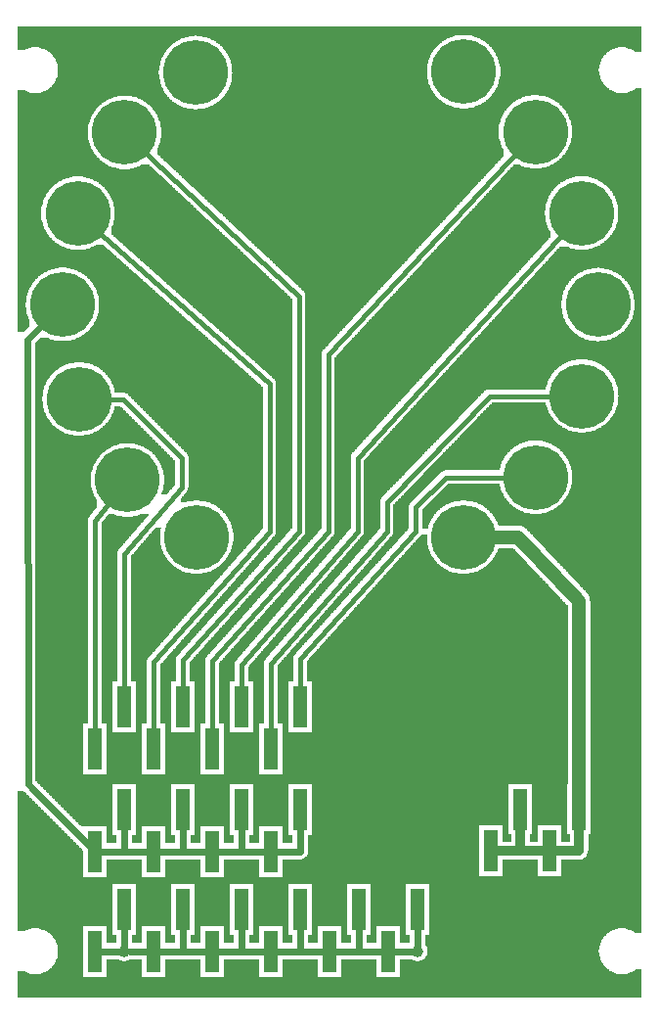
<source format=gtl>
G04 MADE WITH FRITZING*
G04 WWW.FRITZING.ORG*
G04 DOUBLE SIDED*
G04 HOLES PLATED*
G04 CONTOUR ON CENTER OF CONTOUR VECTOR*
%ASAXBY*%
%FSLAX23Y23*%
%MOIN*%
%OFA0B0*%
%SFA1.0B1.0*%
%ADD10C,0.075000*%
%ADD11C,0.220472*%
%ADD12C,0.039370*%
%ADD13R,0.051181X0.141823*%
%ADD14C,0.016000*%
%ADD15C,0.032000*%
%ADD16C,0.048000*%
%ADD17C,0.024000*%
%LNCOPPER1*%
G90*
G70*
G54D10*
X828Y3248D03*
G54D11*
X649Y1608D03*
X2017Y2400D03*
X413Y1803D03*
X646Y3190D03*
X1804Y2988D03*
X244Y2711D03*
X403Y2986D03*
X248Y2079D03*
G54D12*
X402Y199D03*
G54D11*
X1804Y1812D03*
X1559Y3193D03*
X192Y2400D03*
X1962Y2712D03*
X1559Y1608D03*
G54D12*
X1402Y199D03*
G54D11*
X1962Y2089D03*
G54D13*
X302Y889D03*
X402Y1031D03*
X502Y889D03*
X602Y1031D03*
X702Y889D03*
X802Y1031D03*
X902Y889D03*
X1002Y1031D03*
X302Y539D03*
X402Y681D03*
X502Y539D03*
X602Y681D03*
X702Y539D03*
X802Y681D03*
X902Y539D03*
X1002Y681D03*
X1652Y541D03*
X1752Y682D03*
X1852Y541D03*
X1952Y682D03*
X302Y199D03*
X402Y341D03*
X502Y199D03*
X602Y341D03*
X702Y199D03*
X802Y341D03*
X902Y199D03*
X1002Y341D03*
X1102Y199D03*
X1202Y341D03*
X1302Y199D03*
X1402Y341D03*
G54D14*
X599Y1877D02*
X398Y2077D01*
D02*
X398Y2077D02*
X316Y2078D01*
D02*
X1498Y1812D02*
X1736Y1812D01*
D02*
X1647Y2089D02*
X1893Y2089D01*
G54D15*
D02*
X1872Y541D02*
X1952Y541D01*
G54D16*
D02*
X1952Y748D02*
X1952Y1391D01*
G54D15*
D02*
X1832Y541D02*
X1752Y541D01*
D02*
X1752Y541D02*
X1752Y617D01*
G54D14*
D02*
X1197Y1879D02*
X1197Y1629D01*
G54D17*
D02*
X74Y767D02*
X73Y2281D01*
G54D14*
D02*
X502Y1183D02*
X898Y1629D01*
D02*
X1298Y1629D02*
X1298Y1729D01*
D02*
X1395Y1629D02*
X1395Y1710D01*
D02*
X1395Y1629D02*
X1002Y1195D01*
D02*
X1298Y1729D02*
X1647Y2089D01*
D02*
X1098Y2230D02*
X1757Y2938D01*
G54D16*
D02*
X1952Y1391D02*
X1746Y1608D01*
G54D15*
D02*
X1952Y541D02*
X1952Y617D01*
G54D14*
D02*
X998Y2429D02*
X453Y2939D01*
D02*
X1197Y1879D02*
X1915Y2661D01*
D02*
X898Y1629D02*
X897Y2130D01*
D02*
X897Y2130D02*
X295Y2665D01*
D02*
X997Y1629D02*
X998Y2429D01*
G54D17*
D02*
X73Y2281D02*
X139Y2348D01*
G54D14*
D02*
X1395Y1710D02*
X1498Y1812D01*
D02*
X1197Y1629D02*
X802Y1175D01*
D02*
X402Y1552D02*
X598Y1778D01*
D02*
X598Y1778D02*
X599Y1877D01*
G54D15*
D02*
X1672Y541D02*
X1752Y541D01*
G54D17*
D02*
X1402Y218D02*
X1402Y275D01*
D02*
X1322Y199D02*
X1383Y199D01*
G54D14*
D02*
X902Y1179D02*
X1298Y1629D01*
G54D16*
D02*
X1746Y1608D02*
X1644Y1608D01*
G54D14*
D02*
X602Y1190D02*
X997Y1629D01*
G54D17*
D02*
X1202Y199D02*
X1202Y275D01*
G54D15*
D02*
X1752Y541D02*
X1752Y617D01*
G54D14*
D02*
X1098Y1629D02*
X702Y1187D01*
D02*
X1098Y2230D02*
X1098Y1629D01*
G54D17*
D02*
X1282Y199D02*
X1202Y199D01*
G54D14*
D02*
X302Y1665D02*
X370Y1749D01*
G54D17*
D02*
X1202Y199D02*
X1122Y199D01*
D02*
X1202Y275D02*
X1202Y199D01*
D02*
X1082Y199D02*
X1002Y199D01*
D02*
X1002Y199D02*
X1002Y275D01*
D02*
X1002Y199D02*
X922Y199D01*
D02*
X1002Y275D02*
X1002Y199D01*
D02*
X882Y199D02*
X802Y199D01*
D02*
X802Y199D02*
X802Y275D01*
D02*
X802Y199D02*
X722Y199D01*
D02*
X802Y275D02*
X802Y199D01*
D02*
X602Y199D02*
X602Y275D01*
D02*
X682Y199D02*
X602Y199D01*
D02*
X602Y199D02*
X522Y199D01*
D02*
X602Y275D02*
X602Y199D01*
D02*
X482Y199D02*
X421Y199D01*
D02*
X402Y218D02*
X402Y275D01*
D02*
X383Y199D02*
X322Y199D01*
D02*
X1002Y539D02*
X1002Y615D01*
D02*
X922Y539D02*
X1002Y539D01*
D02*
X802Y539D02*
X802Y615D01*
D02*
X882Y539D02*
X802Y539D01*
D02*
X802Y539D02*
X722Y539D01*
D02*
X802Y615D02*
X802Y539D01*
D02*
X682Y539D02*
X602Y539D01*
D02*
X602Y539D02*
X602Y615D01*
D02*
X602Y539D02*
X522Y539D01*
D02*
X602Y615D02*
X602Y539D01*
D02*
X402Y539D02*
X402Y615D01*
D02*
X482Y539D02*
X402Y539D01*
D02*
X402Y615D02*
X402Y539D01*
D02*
X402Y539D02*
X322Y539D01*
D02*
X74Y767D02*
X282Y559D01*
G54D14*
D02*
X302Y1665D02*
X302Y954D01*
D02*
X402Y1552D02*
X402Y1096D01*
D02*
X502Y1183D02*
X502Y954D01*
D02*
X602Y1190D02*
X602Y1096D01*
D02*
X702Y1187D02*
X702Y954D01*
D02*
X802Y1175D02*
X802Y1096D01*
D02*
X902Y1179D02*
X902Y954D01*
D02*
X1002Y1195D02*
X1002Y1096D01*
G36*
X40Y3346D02*
X40Y3318D01*
X1578Y3318D01*
X1578Y3316D01*
X1588Y3316D01*
X1588Y3314D01*
X1596Y3314D01*
X1596Y3312D01*
X1602Y3312D01*
X1602Y3310D01*
X1606Y3310D01*
X1606Y3308D01*
X1612Y3308D01*
X1612Y3306D01*
X1616Y3306D01*
X1616Y3304D01*
X1620Y3304D01*
X1620Y3302D01*
X1622Y3302D01*
X1622Y3300D01*
X1626Y3300D01*
X1626Y3298D01*
X1628Y3298D01*
X1628Y3296D01*
X1632Y3296D01*
X1632Y3294D01*
X1634Y3294D01*
X1634Y3292D01*
X1636Y3292D01*
X1636Y3290D01*
X1640Y3290D01*
X1640Y3288D01*
X1642Y3288D01*
X1642Y3286D01*
X1644Y3286D01*
X1644Y3284D01*
X1646Y3284D01*
X1646Y3282D01*
X1648Y3282D01*
X1648Y3280D01*
X1650Y3280D01*
X1650Y3278D01*
X1652Y3278D01*
X1652Y3276D01*
X2112Y3276D01*
X2112Y3274D01*
X2120Y3274D01*
X2120Y3272D01*
X2126Y3272D01*
X2126Y3270D01*
X2132Y3270D01*
X2132Y3268D01*
X2136Y3268D01*
X2136Y3266D01*
X2138Y3266D01*
X2138Y3264D01*
X2142Y3264D01*
X2142Y3262D01*
X2144Y3262D01*
X2144Y3260D01*
X2164Y3260D01*
X2164Y3346D01*
X40Y3346D01*
G37*
D02*
G36*
X40Y3318D02*
X40Y3316D01*
X650Y3316D01*
X650Y3314D01*
X668Y3314D01*
X668Y3312D01*
X678Y3312D01*
X678Y3310D01*
X684Y3310D01*
X684Y3308D01*
X690Y3308D01*
X690Y3306D01*
X696Y3306D01*
X696Y3304D01*
X700Y3304D01*
X700Y3302D01*
X704Y3302D01*
X704Y3300D01*
X708Y3300D01*
X708Y3298D01*
X710Y3298D01*
X710Y3296D01*
X714Y3296D01*
X714Y3294D01*
X716Y3294D01*
X716Y3292D01*
X720Y3292D01*
X720Y3290D01*
X722Y3290D01*
X722Y3288D01*
X724Y3288D01*
X724Y3286D01*
X728Y3286D01*
X728Y3284D01*
X730Y3284D01*
X730Y3282D01*
X732Y3282D01*
X732Y3280D01*
X734Y3280D01*
X734Y3278D01*
X736Y3278D01*
X736Y3276D01*
X738Y3276D01*
X738Y3274D01*
X740Y3274D01*
X740Y3272D01*
X742Y3272D01*
X742Y3268D01*
X744Y3268D01*
X744Y3266D01*
X746Y3266D01*
X746Y3264D01*
X748Y3264D01*
X748Y3260D01*
X750Y3260D01*
X750Y3258D01*
X752Y3258D01*
X752Y3254D01*
X754Y3254D01*
X754Y3252D01*
X756Y3252D01*
X756Y3248D01*
X758Y3248D01*
X758Y3244D01*
X760Y3244D01*
X760Y3240D01*
X762Y3240D01*
X762Y3234D01*
X764Y3234D01*
X764Y3228D01*
X766Y3228D01*
X766Y3222D01*
X768Y3222D01*
X768Y3212D01*
X770Y3212D01*
X770Y3192D01*
X772Y3192D01*
X772Y3188D01*
X770Y3188D01*
X770Y3168D01*
X768Y3168D01*
X768Y3158D01*
X766Y3158D01*
X766Y3152D01*
X764Y3152D01*
X764Y3146D01*
X762Y3146D01*
X762Y3140D01*
X760Y3140D01*
X760Y3136D01*
X758Y3136D01*
X758Y3132D01*
X756Y3132D01*
X756Y3128D01*
X754Y3128D01*
X754Y3126D01*
X752Y3126D01*
X752Y3122D01*
X750Y3122D01*
X750Y3120D01*
X748Y3120D01*
X748Y3116D01*
X746Y3116D01*
X746Y3114D01*
X744Y3114D01*
X744Y3112D01*
X742Y3112D01*
X742Y3108D01*
X740Y3108D01*
X740Y3106D01*
X738Y3106D01*
X738Y3104D01*
X736Y3104D01*
X736Y3102D01*
X734Y3102D01*
X734Y3100D01*
X732Y3100D01*
X732Y3098D01*
X730Y3098D01*
X730Y3096D01*
X728Y3096D01*
X728Y3094D01*
X724Y3094D01*
X724Y3092D01*
X722Y3092D01*
X722Y3090D01*
X720Y3090D01*
X720Y3088D01*
X716Y3088D01*
X716Y3086D01*
X714Y3086D01*
X714Y3084D01*
X710Y3084D01*
X710Y3082D01*
X708Y3082D01*
X708Y3080D01*
X704Y3080D01*
X704Y3078D01*
X700Y3078D01*
X700Y3076D01*
X696Y3076D01*
X696Y3074D01*
X690Y3074D01*
X690Y3072D01*
X684Y3072D01*
X684Y3070D01*
X678Y3070D01*
X678Y3068D01*
X1544Y3068D01*
X1544Y3070D01*
X1532Y3070D01*
X1532Y3072D01*
X1524Y3072D01*
X1524Y3074D01*
X1518Y3074D01*
X1518Y3076D01*
X1512Y3076D01*
X1512Y3078D01*
X1508Y3078D01*
X1508Y3080D01*
X1504Y3080D01*
X1504Y3082D01*
X1500Y3082D01*
X1500Y3084D01*
X1496Y3084D01*
X1496Y3086D01*
X1494Y3086D01*
X1494Y3088D01*
X1490Y3088D01*
X1490Y3090D01*
X1488Y3090D01*
X1488Y3092D01*
X1484Y3092D01*
X1484Y3094D01*
X1482Y3094D01*
X1482Y3096D01*
X1480Y3096D01*
X1480Y3098D01*
X1476Y3098D01*
X1476Y3100D01*
X1474Y3100D01*
X1474Y3102D01*
X1472Y3102D01*
X1472Y3104D01*
X1470Y3104D01*
X1470Y3106D01*
X1468Y3106D01*
X1468Y3108D01*
X1466Y3108D01*
X1466Y3110D01*
X1464Y3110D01*
X1464Y3112D01*
X1462Y3112D01*
X1462Y3116D01*
X1460Y3116D01*
X1460Y3118D01*
X1458Y3118D01*
X1458Y3120D01*
X1456Y3120D01*
X1456Y3124D01*
X1454Y3124D01*
X1454Y3128D01*
X1452Y3128D01*
X1452Y3130D01*
X1450Y3130D01*
X1450Y3134D01*
X1448Y3134D01*
X1448Y3138D01*
X1446Y3138D01*
X1446Y3142D01*
X1444Y3142D01*
X1444Y3146D01*
X1442Y3146D01*
X1442Y3152D01*
X1440Y3152D01*
X1440Y3158D01*
X1438Y3158D01*
X1438Y3166D01*
X1436Y3166D01*
X1436Y3176D01*
X1434Y3176D01*
X1434Y3210D01*
X1436Y3210D01*
X1436Y3222D01*
X1438Y3222D01*
X1438Y3228D01*
X1440Y3228D01*
X1440Y3234D01*
X1442Y3234D01*
X1442Y3240D01*
X1444Y3240D01*
X1444Y3244D01*
X1446Y3244D01*
X1446Y3250D01*
X1448Y3250D01*
X1448Y3254D01*
X1450Y3254D01*
X1450Y3256D01*
X1452Y3256D01*
X1452Y3260D01*
X1454Y3260D01*
X1454Y3262D01*
X1456Y3262D01*
X1456Y3266D01*
X1458Y3266D01*
X1458Y3268D01*
X1460Y3268D01*
X1460Y3270D01*
X1462Y3270D01*
X1462Y3274D01*
X1464Y3274D01*
X1464Y3276D01*
X1466Y3276D01*
X1466Y3278D01*
X1468Y3278D01*
X1468Y3280D01*
X1470Y3280D01*
X1470Y3282D01*
X1472Y3282D01*
X1472Y3284D01*
X1474Y3284D01*
X1474Y3286D01*
X1476Y3286D01*
X1476Y3288D01*
X1478Y3288D01*
X1478Y3290D01*
X1480Y3290D01*
X1480Y3292D01*
X1484Y3292D01*
X1484Y3294D01*
X1486Y3294D01*
X1486Y3296D01*
X1490Y3296D01*
X1490Y3298D01*
X1492Y3298D01*
X1492Y3300D01*
X1496Y3300D01*
X1496Y3302D01*
X1498Y3302D01*
X1498Y3304D01*
X1502Y3304D01*
X1502Y3306D01*
X1506Y3306D01*
X1506Y3308D01*
X1512Y3308D01*
X1512Y3310D01*
X1516Y3310D01*
X1516Y3312D01*
X1522Y3312D01*
X1522Y3314D01*
X1530Y3314D01*
X1530Y3316D01*
X1540Y3316D01*
X1540Y3318D01*
X40Y3318D01*
G37*
D02*
G36*
X40Y3316D02*
X40Y3276D01*
X112Y3276D01*
X112Y3274D01*
X120Y3274D01*
X120Y3272D01*
X126Y3272D01*
X126Y3270D01*
X132Y3270D01*
X132Y3268D01*
X136Y3268D01*
X136Y3266D01*
X138Y3266D01*
X138Y3264D01*
X142Y3264D01*
X142Y3262D01*
X144Y3262D01*
X144Y3260D01*
X148Y3260D01*
X148Y3258D01*
X150Y3258D01*
X150Y3256D01*
X152Y3256D01*
X152Y3254D01*
X154Y3254D01*
X154Y3252D01*
X156Y3252D01*
X156Y3250D01*
X158Y3250D01*
X158Y3248D01*
X160Y3248D01*
X160Y3244D01*
X162Y3244D01*
X162Y3242D01*
X164Y3242D01*
X164Y3240D01*
X166Y3240D01*
X166Y3236D01*
X168Y3236D01*
X168Y3232D01*
X170Y3232D01*
X170Y3228D01*
X172Y3228D01*
X172Y3222D01*
X174Y3222D01*
X174Y3214D01*
X176Y3214D01*
X176Y3182D01*
X174Y3182D01*
X174Y3174D01*
X172Y3174D01*
X172Y3170D01*
X170Y3170D01*
X170Y3164D01*
X168Y3164D01*
X168Y3160D01*
X166Y3160D01*
X166Y3158D01*
X164Y3158D01*
X164Y3154D01*
X162Y3154D01*
X162Y3152D01*
X160Y3152D01*
X160Y3148D01*
X158Y3148D01*
X158Y3146D01*
X156Y3146D01*
X156Y3144D01*
X154Y3144D01*
X154Y3142D01*
X152Y3142D01*
X152Y3140D01*
X150Y3140D01*
X150Y3138D01*
X146Y3138D01*
X146Y3136D01*
X144Y3136D01*
X144Y3134D01*
X142Y3134D01*
X142Y3132D01*
X138Y3132D01*
X138Y3130D01*
X134Y3130D01*
X134Y3128D01*
X130Y3128D01*
X130Y3126D01*
X126Y3126D01*
X126Y3124D01*
X118Y3124D01*
X118Y3122D01*
X108Y3122D01*
X108Y3120D01*
X542Y3120D01*
X542Y3122D01*
X540Y3122D01*
X540Y3126D01*
X538Y3126D01*
X538Y3128D01*
X536Y3128D01*
X536Y3132D01*
X534Y3132D01*
X534Y3136D01*
X532Y3136D01*
X532Y3140D01*
X530Y3140D01*
X530Y3146D01*
X528Y3146D01*
X528Y3150D01*
X526Y3150D01*
X526Y3158D01*
X524Y3158D01*
X524Y3166D01*
X522Y3166D01*
X522Y3184D01*
X520Y3184D01*
X520Y3196D01*
X522Y3196D01*
X522Y3214D01*
X524Y3214D01*
X524Y3222D01*
X526Y3222D01*
X526Y3230D01*
X528Y3230D01*
X528Y3234D01*
X530Y3234D01*
X530Y3240D01*
X532Y3240D01*
X532Y3244D01*
X534Y3244D01*
X534Y3248D01*
X536Y3248D01*
X536Y3252D01*
X538Y3252D01*
X538Y3254D01*
X540Y3254D01*
X540Y3258D01*
X542Y3258D01*
X542Y3260D01*
X544Y3260D01*
X544Y3264D01*
X546Y3264D01*
X546Y3266D01*
X548Y3266D01*
X548Y3270D01*
X550Y3270D01*
X550Y3272D01*
X552Y3272D01*
X552Y3274D01*
X554Y3274D01*
X554Y3276D01*
X556Y3276D01*
X556Y3278D01*
X558Y3278D01*
X558Y3280D01*
X560Y3280D01*
X560Y3282D01*
X562Y3282D01*
X562Y3284D01*
X564Y3284D01*
X564Y3286D01*
X566Y3286D01*
X566Y3288D01*
X570Y3288D01*
X570Y3290D01*
X572Y3290D01*
X572Y3292D01*
X576Y3292D01*
X576Y3294D01*
X578Y3294D01*
X578Y3296D01*
X582Y3296D01*
X582Y3298D01*
X584Y3298D01*
X584Y3300D01*
X588Y3300D01*
X588Y3302D01*
X592Y3302D01*
X592Y3304D01*
X596Y3304D01*
X596Y3306D01*
X602Y3306D01*
X602Y3308D01*
X608Y3308D01*
X608Y3310D01*
X614Y3310D01*
X614Y3312D01*
X622Y3312D01*
X622Y3314D01*
X642Y3314D01*
X642Y3316D01*
X40Y3316D01*
G37*
D02*
G36*
X40Y3276D02*
X40Y3266D01*
X62Y3266D01*
X62Y3268D01*
X66Y3268D01*
X66Y3270D01*
X70Y3270D01*
X70Y3272D01*
X76Y3272D01*
X76Y3274D01*
X86Y3274D01*
X86Y3276D01*
X40Y3276D01*
G37*
D02*
G36*
X1654Y3276D02*
X1654Y3274D01*
X1656Y3274D01*
X1656Y3270D01*
X1658Y3270D01*
X1658Y3268D01*
X1660Y3268D01*
X1660Y3266D01*
X1662Y3266D01*
X1662Y3262D01*
X1664Y3262D01*
X1664Y3260D01*
X1666Y3260D01*
X1666Y3256D01*
X1668Y3256D01*
X1668Y3252D01*
X1670Y3252D01*
X1670Y3248D01*
X1672Y3248D01*
X1672Y3244D01*
X1674Y3244D01*
X1674Y3240D01*
X1676Y3240D01*
X1676Y3234D01*
X1678Y3234D01*
X1678Y3228D01*
X1680Y3228D01*
X1680Y3220D01*
X1682Y3220D01*
X1682Y3210D01*
X1684Y3210D01*
X1684Y3178D01*
X1682Y3178D01*
X1682Y3166D01*
X1680Y3166D01*
X1680Y3158D01*
X1678Y3158D01*
X1678Y3152D01*
X1676Y3152D01*
X1676Y3146D01*
X1674Y3146D01*
X1674Y3142D01*
X1672Y3142D01*
X1672Y3138D01*
X1670Y3138D01*
X1670Y3134D01*
X1668Y3134D01*
X1668Y3130D01*
X1666Y3130D01*
X1666Y3128D01*
X1664Y3128D01*
X1664Y3124D01*
X1662Y3124D01*
X1662Y3122D01*
X1660Y3122D01*
X1660Y3120D01*
X2090Y3120D01*
X2090Y3122D01*
X2078Y3122D01*
X2078Y3124D01*
X2072Y3124D01*
X2072Y3126D01*
X2068Y3126D01*
X2068Y3128D01*
X2064Y3128D01*
X2064Y3130D01*
X2060Y3130D01*
X2060Y3132D01*
X2056Y3132D01*
X2056Y3134D01*
X2054Y3134D01*
X2054Y3136D01*
X2050Y3136D01*
X2050Y3138D01*
X2048Y3138D01*
X2048Y3140D01*
X2046Y3140D01*
X2046Y3142D01*
X2044Y3142D01*
X2044Y3144D01*
X2042Y3144D01*
X2042Y3146D01*
X2040Y3146D01*
X2040Y3148D01*
X2038Y3148D01*
X2038Y3150D01*
X2036Y3150D01*
X2036Y3154D01*
X2034Y3154D01*
X2034Y3156D01*
X2032Y3156D01*
X2032Y3160D01*
X2030Y3160D01*
X2030Y3164D01*
X2028Y3164D01*
X2028Y3168D01*
X2026Y3168D01*
X2026Y3174D01*
X2024Y3174D01*
X2024Y3180D01*
X2022Y3180D01*
X2022Y3194D01*
X2020Y3194D01*
X2020Y3204D01*
X2022Y3204D01*
X2022Y3216D01*
X2024Y3216D01*
X2024Y3224D01*
X2026Y3224D01*
X2026Y3228D01*
X2028Y3228D01*
X2028Y3234D01*
X2030Y3234D01*
X2030Y3236D01*
X2032Y3236D01*
X2032Y3240D01*
X2034Y3240D01*
X2034Y3244D01*
X2036Y3244D01*
X2036Y3246D01*
X2038Y3246D01*
X2038Y3248D01*
X2040Y3248D01*
X2040Y3250D01*
X2042Y3250D01*
X2042Y3252D01*
X2044Y3252D01*
X2044Y3254D01*
X2046Y3254D01*
X2046Y3256D01*
X2048Y3256D01*
X2048Y3258D01*
X2050Y3258D01*
X2050Y3260D01*
X2052Y3260D01*
X2052Y3262D01*
X2056Y3262D01*
X2056Y3264D01*
X2058Y3264D01*
X2058Y3266D01*
X2062Y3266D01*
X2062Y3268D01*
X2066Y3268D01*
X2066Y3270D01*
X2070Y3270D01*
X2070Y3272D01*
X2076Y3272D01*
X2076Y3274D01*
X2086Y3274D01*
X2086Y3276D01*
X1654Y3276D01*
G37*
D02*
G36*
X2144Y3136D02*
X2144Y3134D01*
X2142Y3134D01*
X2142Y3132D01*
X2138Y3132D01*
X2138Y3130D01*
X2134Y3130D01*
X2134Y3128D01*
X2130Y3128D01*
X2130Y3126D01*
X2126Y3126D01*
X2126Y3124D01*
X2118Y3124D01*
X2118Y3122D01*
X2108Y3122D01*
X2108Y3120D01*
X2164Y3120D01*
X2164Y3136D01*
X2144Y3136D01*
G37*
D02*
G36*
X40Y3132D02*
X40Y3120D01*
X90Y3120D01*
X90Y3122D01*
X78Y3122D01*
X78Y3124D01*
X72Y3124D01*
X72Y3126D01*
X68Y3126D01*
X68Y3128D01*
X64Y3128D01*
X64Y3130D01*
X60Y3130D01*
X60Y3132D01*
X40Y3132D01*
G37*
D02*
G36*
X40Y3120D02*
X40Y3118D01*
X542Y3118D01*
X542Y3120D01*
X40Y3120D01*
G37*
D02*
G36*
X40Y3120D02*
X40Y3118D01*
X542Y3118D01*
X542Y3120D01*
X40Y3120D01*
G37*
D02*
G36*
X1660Y3120D02*
X1660Y3118D01*
X2164Y3118D01*
X2164Y3120D01*
X1660Y3120D01*
G37*
D02*
G36*
X1660Y3120D02*
X1660Y3118D01*
X2164Y3118D01*
X2164Y3120D01*
X1660Y3120D01*
G37*
D02*
G36*
X40Y3118D02*
X40Y3112D01*
X416Y3112D01*
X416Y3110D01*
X430Y3110D01*
X430Y3108D01*
X436Y3108D01*
X436Y3106D01*
X444Y3106D01*
X444Y3104D01*
X448Y3104D01*
X448Y3102D01*
X454Y3102D01*
X454Y3100D01*
X458Y3100D01*
X458Y3098D01*
X462Y3098D01*
X462Y3096D01*
X466Y3096D01*
X466Y3094D01*
X468Y3094D01*
X468Y3092D01*
X472Y3092D01*
X472Y3090D01*
X474Y3090D01*
X474Y3088D01*
X478Y3088D01*
X478Y3086D01*
X480Y3086D01*
X480Y3084D01*
X482Y3084D01*
X482Y3082D01*
X486Y3082D01*
X486Y3080D01*
X488Y3080D01*
X488Y3078D01*
X490Y3078D01*
X490Y3076D01*
X492Y3076D01*
X492Y3074D01*
X494Y3074D01*
X494Y3072D01*
X496Y3072D01*
X496Y3070D01*
X498Y3070D01*
X498Y3068D01*
X500Y3068D01*
X500Y3064D01*
X640Y3064D01*
X640Y3066D01*
X622Y3066D01*
X622Y3068D01*
X614Y3068D01*
X614Y3070D01*
X608Y3070D01*
X608Y3072D01*
X602Y3072D01*
X602Y3074D01*
X596Y3074D01*
X596Y3076D01*
X592Y3076D01*
X592Y3078D01*
X588Y3078D01*
X588Y3080D01*
X584Y3080D01*
X584Y3082D01*
X582Y3082D01*
X582Y3084D01*
X578Y3084D01*
X578Y3086D01*
X574Y3086D01*
X574Y3088D01*
X572Y3088D01*
X572Y3090D01*
X570Y3090D01*
X570Y3092D01*
X566Y3092D01*
X566Y3094D01*
X564Y3094D01*
X564Y3096D01*
X562Y3096D01*
X562Y3098D01*
X560Y3098D01*
X560Y3100D01*
X558Y3100D01*
X558Y3102D01*
X556Y3102D01*
X556Y3104D01*
X554Y3104D01*
X554Y3106D01*
X552Y3106D01*
X552Y3108D01*
X550Y3108D01*
X550Y3110D01*
X548Y3110D01*
X548Y3114D01*
X546Y3114D01*
X546Y3116D01*
X544Y3116D01*
X544Y3118D01*
X40Y3118D01*
G37*
D02*
G36*
X1658Y3118D02*
X1658Y3116D01*
X1656Y3116D01*
X1656Y3114D01*
X1816Y3114D01*
X1816Y3112D01*
X1830Y3112D01*
X1830Y3110D01*
X1838Y3110D01*
X1838Y3108D01*
X1844Y3108D01*
X1844Y3106D01*
X1850Y3106D01*
X1850Y3104D01*
X1854Y3104D01*
X1854Y3102D01*
X1858Y3102D01*
X1858Y3100D01*
X1862Y3100D01*
X1862Y3098D01*
X1866Y3098D01*
X1866Y3096D01*
X1870Y3096D01*
X1870Y3094D01*
X1872Y3094D01*
X1872Y3092D01*
X1876Y3092D01*
X1876Y3090D01*
X1878Y3090D01*
X1878Y3088D01*
X1880Y3088D01*
X1880Y3086D01*
X1884Y3086D01*
X1884Y3084D01*
X1886Y3084D01*
X1886Y3082D01*
X1888Y3082D01*
X1888Y3080D01*
X1890Y3080D01*
X1890Y3078D01*
X1892Y3078D01*
X1892Y3076D01*
X1894Y3076D01*
X1894Y3074D01*
X1896Y3074D01*
X1896Y3072D01*
X1898Y3072D01*
X1898Y3070D01*
X1900Y3070D01*
X1900Y3068D01*
X1902Y3068D01*
X1902Y3064D01*
X1904Y3064D01*
X1904Y3062D01*
X1906Y3062D01*
X1906Y3060D01*
X1908Y3060D01*
X1908Y3056D01*
X1910Y3056D01*
X1910Y3052D01*
X1912Y3052D01*
X1912Y3050D01*
X1914Y3050D01*
X1914Y3046D01*
X1916Y3046D01*
X1916Y3042D01*
X1918Y3042D01*
X1918Y3038D01*
X1920Y3038D01*
X1920Y3032D01*
X1922Y3032D01*
X1922Y3026D01*
X1924Y3026D01*
X1924Y3020D01*
X1926Y3020D01*
X1926Y3010D01*
X1928Y3010D01*
X1928Y2968D01*
X1926Y2968D01*
X1926Y2958D01*
X1924Y2958D01*
X1924Y2950D01*
X1922Y2950D01*
X1922Y2944D01*
X1920Y2944D01*
X1920Y2940D01*
X1918Y2940D01*
X1918Y2936D01*
X1916Y2936D01*
X1916Y2932D01*
X1914Y2932D01*
X1914Y2928D01*
X1912Y2928D01*
X1912Y2924D01*
X1910Y2924D01*
X1910Y2922D01*
X1908Y2922D01*
X1908Y2918D01*
X1906Y2918D01*
X1906Y2916D01*
X1904Y2916D01*
X1904Y2912D01*
X1902Y2912D01*
X1902Y2910D01*
X1900Y2910D01*
X1900Y2908D01*
X1898Y2908D01*
X1898Y2906D01*
X1896Y2906D01*
X1896Y2902D01*
X1894Y2902D01*
X1894Y2900D01*
X1892Y2900D01*
X1892Y2898D01*
X1890Y2898D01*
X1890Y2896D01*
X1886Y2896D01*
X1886Y2894D01*
X1884Y2894D01*
X1884Y2892D01*
X1882Y2892D01*
X1882Y2890D01*
X1880Y2890D01*
X1880Y2888D01*
X1876Y2888D01*
X1876Y2886D01*
X1874Y2886D01*
X1874Y2884D01*
X1870Y2884D01*
X1870Y2882D01*
X1868Y2882D01*
X1868Y2880D01*
X1864Y2880D01*
X1864Y2878D01*
X1860Y2878D01*
X1860Y2876D01*
X1856Y2876D01*
X1856Y2874D01*
X1852Y2874D01*
X1852Y2872D01*
X1846Y2872D01*
X1846Y2870D01*
X1842Y2870D01*
X1842Y2868D01*
X1834Y2868D01*
X1834Y2866D01*
X1824Y2866D01*
X1824Y2864D01*
X2164Y2864D01*
X2164Y3118D01*
X1658Y3118D01*
G37*
D02*
G36*
X1654Y3114D02*
X1654Y3110D01*
X1652Y3110D01*
X1652Y3108D01*
X1650Y3108D01*
X1650Y3106D01*
X1648Y3106D01*
X1648Y3104D01*
X1646Y3104D01*
X1646Y3102D01*
X1644Y3102D01*
X1644Y3100D01*
X1642Y3100D01*
X1642Y3098D01*
X1638Y3098D01*
X1638Y3096D01*
X1636Y3096D01*
X1636Y3094D01*
X1634Y3094D01*
X1634Y3092D01*
X1630Y3092D01*
X1630Y3090D01*
X1628Y3090D01*
X1628Y3088D01*
X1624Y3088D01*
X1624Y3086D01*
X1622Y3086D01*
X1622Y3084D01*
X1618Y3084D01*
X1618Y3082D01*
X1614Y3082D01*
X1614Y3080D01*
X1610Y3080D01*
X1610Y3078D01*
X1606Y3078D01*
X1606Y3076D01*
X1600Y3076D01*
X1600Y3074D01*
X1594Y3074D01*
X1594Y3072D01*
X1586Y3072D01*
X1586Y3070D01*
X1574Y3070D01*
X1574Y3068D01*
X1708Y3068D01*
X1708Y3070D01*
X1710Y3070D01*
X1710Y3072D01*
X1712Y3072D01*
X1712Y3074D01*
X1714Y3074D01*
X1714Y3076D01*
X1716Y3076D01*
X1716Y3078D01*
X1718Y3078D01*
X1718Y3080D01*
X1720Y3080D01*
X1720Y3082D01*
X1722Y3082D01*
X1722Y3084D01*
X1724Y3084D01*
X1724Y3086D01*
X1726Y3086D01*
X1726Y3088D01*
X1730Y3088D01*
X1730Y3090D01*
X1732Y3090D01*
X1732Y3092D01*
X1736Y3092D01*
X1736Y3094D01*
X1738Y3094D01*
X1738Y3096D01*
X1742Y3096D01*
X1742Y3098D01*
X1746Y3098D01*
X1746Y3100D01*
X1750Y3100D01*
X1750Y3102D01*
X1754Y3102D01*
X1754Y3104D01*
X1758Y3104D01*
X1758Y3106D01*
X1764Y3106D01*
X1764Y3108D01*
X1770Y3108D01*
X1770Y3110D01*
X1778Y3110D01*
X1778Y3112D01*
X1790Y3112D01*
X1790Y3114D01*
X1654Y3114D01*
G37*
D02*
G36*
X40Y3112D02*
X40Y2862D01*
X384Y2862D01*
X384Y2864D01*
X374Y2864D01*
X374Y2866D01*
X366Y2866D01*
X366Y2868D01*
X360Y2868D01*
X360Y2870D01*
X354Y2870D01*
X354Y2872D01*
X350Y2872D01*
X350Y2874D01*
X346Y2874D01*
X346Y2876D01*
X342Y2876D01*
X342Y2878D01*
X340Y2878D01*
X340Y2880D01*
X336Y2880D01*
X336Y2882D01*
X334Y2882D01*
X334Y2884D01*
X330Y2884D01*
X330Y2886D01*
X328Y2886D01*
X328Y2888D01*
X324Y2888D01*
X324Y2890D01*
X322Y2890D01*
X322Y2892D01*
X320Y2892D01*
X320Y2894D01*
X318Y2894D01*
X318Y2896D01*
X316Y2896D01*
X316Y2898D01*
X314Y2898D01*
X314Y2900D01*
X312Y2900D01*
X312Y2902D01*
X310Y2902D01*
X310Y2904D01*
X308Y2904D01*
X308Y2906D01*
X306Y2906D01*
X306Y2910D01*
X304Y2910D01*
X304Y2912D01*
X302Y2912D01*
X302Y2914D01*
X300Y2914D01*
X300Y2918D01*
X298Y2918D01*
X298Y2920D01*
X296Y2920D01*
X296Y2924D01*
X294Y2924D01*
X294Y2928D01*
X292Y2928D01*
X292Y2932D01*
X290Y2932D01*
X290Y2936D01*
X288Y2936D01*
X288Y2940D01*
X286Y2940D01*
X286Y2946D01*
X284Y2946D01*
X284Y2952D01*
X282Y2952D01*
X282Y2960D01*
X280Y2960D01*
X280Y2972D01*
X278Y2972D01*
X278Y3002D01*
X280Y3002D01*
X280Y3014D01*
X282Y3014D01*
X282Y3020D01*
X284Y3020D01*
X284Y3028D01*
X286Y3028D01*
X286Y3032D01*
X288Y3032D01*
X288Y3038D01*
X290Y3038D01*
X290Y3042D01*
X292Y3042D01*
X292Y3046D01*
X294Y3046D01*
X294Y3048D01*
X296Y3048D01*
X296Y3052D01*
X298Y3052D01*
X298Y3056D01*
X300Y3056D01*
X300Y3058D01*
X302Y3058D01*
X302Y3062D01*
X304Y3062D01*
X304Y3064D01*
X306Y3064D01*
X306Y3066D01*
X308Y3066D01*
X308Y3068D01*
X310Y3068D01*
X310Y3070D01*
X312Y3070D01*
X312Y3074D01*
X314Y3074D01*
X314Y3076D01*
X316Y3076D01*
X316Y3078D01*
X320Y3078D01*
X320Y3080D01*
X322Y3080D01*
X322Y3082D01*
X324Y3082D01*
X324Y3084D01*
X326Y3084D01*
X326Y3086D01*
X330Y3086D01*
X330Y3088D01*
X332Y3088D01*
X332Y3090D01*
X334Y3090D01*
X334Y3092D01*
X338Y3092D01*
X338Y3094D01*
X342Y3094D01*
X342Y3096D01*
X344Y3096D01*
X344Y3098D01*
X348Y3098D01*
X348Y3100D01*
X352Y3100D01*
X352Y3102D01*
X358Y3102D01*
X358Y3104D01*
X364Y3104D01*
X364Y3106D01*
X370Y3106D01*
X370Y3108D01*
X378Y3108D01*
X378Y3110D01*
X390Y3110D01*
X390Y3112D01*
X40Y3112D01*
G37*
D02*
G36*
X670Y3068D02*
X670Y3066D01*
X1706Y3066D01*
X1706Y3068D01*
X670Y3068D01*
G37*
D02*
G36*
X670Y3068D02*
X670Y3066D01*
X1706Y3066D01*
X1706Y3068D01*
X670Y3068D01*
G37*
D02*
G36*
X652Y3066D02*
X652Y3064D01*
X1704Y3064D01*
X1704Y3066D01*
X652Y3066D01*
G37*
D02*
G36*
X502Y3064D02*
X502Y3062D01*
X1704Y3062D01*
X1704Y3064D01*
X502Y3064D01*
G37*
D02*
G36*
X502Y3064D02*
X502Y3062D01*
X1704Y3062D01*
X1704Y3064D01*
X502Y3064D01*
G37*
D02*
G36*
X504Y3062D02*
X504Y3060D01*
X506Y3060D01*
X506Y3056D01*
X508Y3056D01*
X508Y3054D01*
X510Y3054D01*
X510Y3050D01*
X512Y3050D01*
X512Y3046D01*
X514Y3046D01*
X514Y3042D01*
X516Y3042D01*
X516Y3038D01*
X518Y3038D01*
X518Y3034D01*
X520Y3034D01*
X520Y3028D01*
X522Y3028D01*
X522Y3024D01*
X524Y3024D01*
X524Y3016D01*
X526Y3016D01*
X526Y3004D01*
X528Y3004D01*
X528Y2968D01*
X526Y2968D01*
X526Y2958D01*
X524Y2958D01*
X524Y2950D01*
X522Y2950D01*
X522Y2944D01*
X520Y2944D01*
X520Y2938D01*
X518Y2938D01*
X518Y2934D01*
X516Y2934D01*
X516Y2912D01*
X518Y2912D01*
X518Y2910D01*
X520Y2910D01*
X520Y2908D01*
X522Y2908D01*
X522Y2906D01*
X524Y2906D01*
X524Y2904D01*
X526Y2904D01*
X526Y2902D01*
X528Y2902D01*
X528Y2900D01*
X530Y2900D01*
X530Y2898D01*
X532Y2898D01*
X532Y2896D01*
X534Y2896D01*
X534Y2894D01*
X536Y2894D01*
X536Y2892D01*
X538Y2892D01*
X538Y2890D01*
X540Y2890D01*
X540Y2888D01*
X544Y2888D01*
X544Y2886D01*
X546Y2886D01*
X546Y2884D01*
X548Y2884D01*
X548Y2882D01*
X550Y2882D01*
X550Y2880D01*
X552Y2880D01*
X552Y2878D01*
X554Y2878D01*
X554Y2876D01*
X556Y2876D01*
X556Y2874D01*
X558Y2874D01*
X558Y2872D01*
X560Y2872D01*
X560Y2870D01*
X562Y2870D01*
X562Y2868D01*
X564Y2868D01*
X564Y2866D01*
X566Y2866D01*
X566Y2864D01*
X568Y2864D01*
X568Y2862D01*
X570Y2862D01*
X570Y2860D01*
X572Y2860D01*
X572Y2858D01*
X576Y2858D01*
X576Y2856D01*
X578Y2856D01*
X578Y2854D01*
X580Y2854D01*
X580Y2852D01*
X582Y2852D01*
X582Y2850D01*
X584Y2850D01*
X584Y2848D01*
X586Y2848D01*
X586Y2846D01*
X588Y2846D01*
X588Y2844D01*
X590Y2844D01*
X590Y2842D01*
X592Y2842D01*
X592Y2840D01*
X594Y2840D01*
X594Y2838D01*
X596Y2838D01*
X596Y2836D01*
X598Y2836D01*
X598Y2834D01*
X600Y2834D01*
X600Y2832D01*
X602Y2832D01*
X602Y2830D01*
X606Y2830D01*
X606Y2828D01*
X608Y2828D01*
X608Y2826D01*
X610Y2826D01*
X610Y2824D01*
X612Y2824D01*
X612Y2822D01*
X614Y2822D01*
X614Y2820D01*
X616Y2820D01*
X616Y2818D01*
X618Y2818D01*
X618Y2816D01*
X620Y2816D01*
X620Y2814D01*
X622Y2814D01*
X622Y2812D01*
X624Y2812D01*
X624Y2810D01*
X626Y2810D01*
X626Y2808D01*
X628Y2808D01*
X628Y2806D01*
X630Y2806D01*
X630Y2804D01*
X632Y2804D01*
X632Y2802D01*
X634Y2802D01*
X634Y2800D01*
X638Y2800D01*
X638Y2798D01*
X640Y2798D01*
X640Y2796D01*
X642Y2796D01*
X642Y2794D01*
X644Y2794D01*
X644Y2792D01*
X646Y2792D01*
X646Y2790D01*
X648Y2790D01*
X648Y2788D01*
X650Y2788D01*
X650Y2786D01*
X652Y2786D01*
X652Y2784D01*
X654Y2784D01*
X654Y2782D01*
X656Y2782D01*
X656Y2780D01*
X658Y2780D01*
X658Y2778D01*
X660Y2778D01*
X660Y2776D01*
X662Y2776D01*
X662Y2774D01*
X664Y2774D01*
X664Y2772D01*
X666Y2772D01*
X666Y2770D01*
X670Y2770D01*
X670Y2768D01*
X672Y2768D01*
X672Y2766D01*
X674Y2766D01*
X674Y2764D01*
X676Y2764D01*
X676Y2762D01*
X678Y2762D01*
X678Y2760D01*
X680Y2760D01*
X680Y2758D01*
X682Y2758D01*
X682Y2756D01*
X684Y2756D01*
X684Y2754D01*
X686Y2754D01*
X686Y2752D01*
X688Y2752D01*
X688Y2750D01*
X690Y2750D01*
X690Y2748D01*
X692Y2748D01*
X692Y2746D01*
X694Y2746D01*
X694Y2744D01*
X696Y2744D01*
X696Y2742D01*
X698Y2742D01*
X698Y2740D01*
X702Y2740D01*
X702Y2738D01*
X704Y2738D01*
X704Y2736D01*
X706Y2736D01*
X706Y2734D01*
X708Y2734D01*
X708Y2732D01*
X710Y2732D01*
X710Y2730D01*
X712Y2730D01*
X712Y2728D01*
X714Y2728D01*
X714Y2726D01*
X716Y2726D01*
X716Y2724D01*
X718Y2724D01*
X718Y2722D01*
X720Y2722D01*
X720Y2720D01*
X722Y2720D01*
X722Y2718D01*
X724Y2718D01*
X724Y2716D01*
X726Y2716D01*
X726Y2714D01*
X728Y2714D01*
X728Y2712D01*
X730Y2712D01*
X730Y2710D01*
X734Y2710D01*
X734Y2708D01*
X736Y2708D01*
X736Y2706D01*
X738Y2706D01*
X738Y2704D01*
X740Y2704D01*
X740Y2702D01*
X742Y2702D01*
X742Y2700D01*
X744Y2700D01*
X744Y2698D01*
X746Y2698D01*
X746Y2696D01*
X748Y2696D01*
X748Y2694D01*
X750Y2694D01*
X750Y2692D01*
X752Y2692D01*
X752Y2690D01*
X754Y2690D01*
X754Y2688D01*
X756Y2688D01*
X756Y2686D01*
X758Y2686D01*
X758Y2684D01*
X760Y2684D01*
X760Y2682D01*
X762Y2682D01*
X762Y2680D01*
X766Y2680D01*
X766Y2678D01*
X768Y2678D01*
X768Y2676D01*
X770Y2676D01*
X770Y2674D01*
X772Y2674D01*
X772Y2672D01*
X774Y2672D01*
X774Y2670D01*
X776Y2670D01*
X776Y2668D01*
X778Y2668D01*
X778Y2666D01*
X780Y2666D01*
X780Y2664D01*
X782Y2664D01*
X782Y2662D01*
X784Y2662D01*
X784Y2660D01*
X786Y2660D01*
X786Y2658D01*
X788Y2658D01*
X788Y2656D01*
X790Y2656D01*
X790Y2654D01*
X792Y2654D01*
X792Y2652D01*
X794Y2652D01*
X794Y2650D01*
X798Y2650D01*
X798Y2648D01*
X800Y2648D01*
X800Y2646D01*
X802Y2646D01*
X802Y2644D01*
X804Y2644D01*
X804Y2642D01*
X806Y2642D01*
X806Y2640D01*
X808Y2640D01*
X808Y2638D01*
X810Y2638D01*
X810Y2636D01*
X812Y2636D01*
X812Y2634D01*
X814Y2634D01*
X814Y2632D01*
X816Y2632D01*
X816Y2630D01*
X818Y2630D01*
X818Y2628D01*
X820Y2628D01*
X820Y2626D01*
X822Y2626D01*
X822Y2624D01*
X824Y2624D01*
X824Y2622D01*
X826Y2622D01*
X826Y2620D01*
X830Y2620D01*
X830Y2618D01*
X832Y2618D01*
X832Y2616D01*
X834Y2616D01*
X834Y2614D01*
X836Y2614D01*
X836Y2612D01*
X838Y2612D01*
X838Y2610D01*
X840Y2610D01*
X840Y2608D01*
X842Y2608D01*
X842Y2606D01*
X844Y2606D01*
X844Y2604D01*
X846Y2604D01*
X846Y2602D01*
X848Y2602D01*
X848Y2600D01*
X850Y2600D01*
X850Y2598D01*
X852Y2598D01*
X852Y2596D01*
X854Y2596D01*
X854Y2594D01*
X856Y2594D01*
X856Y2592D01*
X858Y2592D01*
X858Y2590D01*
X862Y2590D01*
X862Y2588D01*
X864Y2588D01*
X864Y2586D01*
X866Y2586D01*
X866Y2584D01*
X868Y2584D01*
X868Y2582D01*
X870Y2582D01*
X870Y2580D01*
X872Y2580D01*
X872Y2578D01*
X874Y2578D01*
X874Y2576D01*
X876Y2576D01*
X876Y2574D01*
X878Y2574D01*
X878Y2572D01*
X880Y2572D01*
X880Y2570D01*
X882Y2570D01*
X882Y2568D01*
X884Y2568D01*
X884Y2566D01*
X886Y2566D01*
X886Y2564D01*
X888Y2564D01*
X888Y2562D01*
X892Y2562D01*
X892Y2560D01*
X894Y2560D01*
X894Y2558D01*
X896Y2558D01*
X896Y2556D01*
X898Y2556D01*
X898Y2554D01*
X900Y2554D01*
X900Y2552D01*
X902Y2552D01*
X902Y2550D01*
X904Y2550D01*
X904Y2548D01*
X906Y2548D01*
X906Y2546D01*
X908Y2546D01*
X908Y2544D01*
X910Y2544D01*
X910Y2542D01*
X912Y2542D01*
X912Y2540D01*
X914Y2540D01*
X914Y2538D01*
X916Y2538D01*
X916Y2536D01*
X918Y2536D01*
X918Y2534D01*
X920Y2534D01*
X920Y2532D01*
X924Y2532D01*
X924Y2530D01*
X926Y2530D01*
X926Y2528D01*
X928Y2528D01*
X928Y2526D01*
X930Y2526D01*
X930Y2524D01*
X932Y2524D01*
X932Y2522D01*
X934Y2522D01*
X934Y2520D01*
X936Y2520D01*
X936Y2518D01*
X938Y2518D01*
X938Y2516D01*
X940Y2516D01*
X940Y2514D01*
X942Y2514D01*
X942Y2512D01*
X944Y2512D01*
X944Y2510D01*
X946Y2510D01*
X946Y2508D01*
X948Y2508D01*
X948Y2506D01*
X950Y2506D01*
X950Y2504D01*
X952Y2504D01*
X952Y2502D01*
X956Y2502D01*
X956Y2500D01*
X958Y2500D01*
X958Y2498D01*
X960Y2498D01*
X960Y2496D01*
X962Y2496D01*
X962Y2494D01*
X964Y2494D01*
X964Y2492D01*
X966Y2492D01*
X966Y2490D01*
X968Y2490D01*
X968Y2488D01*
X970Y2488D01*
X970Y2486D01*
X972Y2486D01*
X972Y2484D01*
X974Y2484D01*
X974Y2482D01*
X976Y2482D01*
X976Y2480D01*
X978Y2480D01*
X978Y2478D01*
X980Y2478D01*
X980Y2476D01*
X982Y2476D01*
X982Y2474D01*
X984Y2474D01*
X984Y2472D01*
X988Y2472D01*
X988Y2470D01*
X990Y2470D01*
X990Y2468D01*
X992Y2468D01*
X992Y2466D01*
X994Y2466D01*
X994Y2464D01*
X996Y2464D01*
X996Y2462D01*
X998Y2462D01*
X998Y2460D01*
X1000Y2460D01*
X1000Y2458D01*
X1002Y2458D01*
X1002Y2456D01*
X1004Y2456D01*
X1004Y2454D01*
X1006Y2454D01*
X1006Y2452D01*
X1008Y2452D01*
X1008Y2450D01*
X1010Y2450D01*
X1010Y2448D01*
X1012Y2448D01*
X1012Y2446D01*
X1014Y2446D01*
X1014Y2444D01*
X1016Y2444D01*
X1016Y2442D01*
X1018Y2442D01*
X1018Y2438D01*
X1020Y2438D01*
X1020Y1624D01*
X1018Y1624D01*
X1018Y1618D01*
X1016Y1618D01*
X1016Y1616D01*
X1014Y1616D01*
X1014Y1614D01*
X1012Y1614D01*
X1012Y1610D01*
X1010Y1610D01*
X1010Y1608D01*
X1008Y1608D01*
X1008Y1606D01*
X1006Y1606D01*
X1006Y1604D01*
X1004Y1604D01*
X1004Y1602D01*
X1002Y1602D01*
X1002Y1600D01*
X1000Y1600D01*
X1000Y1598D01*
X998Y1598D01*
X998Y1596D01*
X996Y1596D01*
X996Y1594D01*
X994Y1594D01*
X994Y1590D01*
X992Y1590D01*
X992Y1588D01*
X990Y1588D01*
X990Y1586D01*
X988Y1586D01*
X988Y1584D01*
X986Y1584D01*
X986Y1582D01*
X984Y1582D01*
X984Y1580D01*
X982Y1580D01*
X982Y1578D01*
X980Y1578D01*
X980Y1576D01*
X978Y1576D01*
X978Y1574D01*
X976Y1574D01*
X976Y1570D01*
X974Y1570D01*
X974Y1568D01*
X972Y1568D01*
X972Y1566D01*
X970Y1566D01*
X970Y1564D01*
X968Y1564D01*
X968Y1562D01*
X966Y1562D01*
X966Y1560D01*
X964Y1560D01*
X964Y1558D01*
X962Y1558D01*
X962Y1556D01*
X960Y1556D01*
X960Y1552D01*
X958Y1552D01*
X958Y1550D01*
X956Y1550D01*
X956Y1548D01*
X954Y1548D01*
X954Y1546D01*
X952Y1546D01*
X952Y1544D01*
X950Y1544D01*
X950Y1542D01*
X948Y1542D01*
X948Y1540D01*
X946Y1540D01*
X946Y1538D01*
X944Y1538D01*
X944Y1536D01*
X942Y1536D01*
X942Y1532D01*
X940Y1532D01*
X940Y1530D01*
X938Y1530D01*
X938Y1528D01*
X936Y1528D01*
X936Y1526D01*
X934Y1526D01*
X934Y1524D01*
X932Y1524D01*
X932Y1522D01*
X930Y1522D01*
X930Y1520D01*
X928Y1520D01*
X928Y1518D01*
X926Y1518D01*
X926Y1516D01*
X924Y1516D01*
X924Y1512D01*
X922Y1512D01*
X922Y1510D01*
X920Y1510D01*
X920Y1508D01*
X918Y1508D01*
X918Y1506D01*
X916Y1506D01*
X916Y1504D01*
X914Y1504D01*
X914Y1502D01*
X912Y1502D01*
X912Y1500D01*
X910Y1500D01*
X910Y1498D01*
X908Y1498D01*
X908Y1496D01*
X906Y1496D01*
X906Y1492D01*
X904Y1492D01*
X904Y1490D01*
X902Y1490D01*
X902Y1488D01*
X900Y1488D01*
X900Y1486D01*
X898Y1486D01*
X898Y1484D01*
X896Y1484D01*
X896Y1482D01*
X894Y1482D01*
X894Y1480D01*
X892Y1480D01*
X892Y1478D01*
X890Y1478D01*
X890Y1476D01*
X888Y1476D01*
X888Y1472D01*
X886Y1472D01*
X886Y1470D01*
X884Y1470D01*
X884Y1468D01*
X882Y1468D01*
X882Y1466D01*
X880Y1466D01*
X880Y1464D01*
X878Y1464D01*
X878Y1462D01*
X876Y1462D01*
X876Y1460D01*
X874Y1460D01*
X874Y1458D01*
X872Y1458D01*
X872Y1456D01*
X870Y1456D01*
X870Y1452D01*
X868Y1452D01*
X868Y1450D01*
X866Y1450D01*
X866Y1448D01*
X864Y1448D01*
X864Y1446D01*
X862Y1446D01*
X862Y1444D01*
X860Y1444D01*
X860Y1442D01*
X858Y1442D01*
X858Y1440D01*
X856Y1440D01*
X856Y1438D01*
X854Y1438D01*
X854Y1436D01*
X852Y1436D01*
X852Y1432D01*
X850Y1432D01*
X850Y1430D01*
X848Y1430D01*
X848Y1428D01*
X846Y1428D01*
X846Y1426D01*
X844Y1426D01*
X844Y1424D01*
X842Y1424D01*
X842Y1422D01*
X840Y1422D01*
X840Y1420D01*
X838Y1420D01*
X838Y1418D01*
X836Y1418D01*
X836Y1416D01*
X834Y1416D01*
X834Y1412D01*
X832Y1412D01*
X832Y1410D01*
X830Y1410D01*
X830Y1408D01*
X828Y1408D01*
X828Y1406D01*
X826Y1406D01*
X826Y1404D01*
X824Y1404D01*
X824Y1402D01*
X822Y1402D01*
X822Y1400D01*
X820Y1400D01*
X820Y1398D01*
X818Y1398D01*
X818Y1396D01*
X816Y1396D01*
X816Y1392D01*
X814Y1392D01*
X814Y1390D01*
X812Y1390D01*
X812Y1388D01*
X810Y1388D01*
X810Y1386D01*
X808Y1386D01*
X808Y1384D01*
X806Y1384D01*
X806Y1382D01*
X804Y1382D01*
X804Y1380D01*
X802Y1380D01*
X802Y1378D01*
X800Y1378D01*
X800Y1376D01*
X798Y1376D01*
X798Y1372D01*
X796Y1372D01*
X796Y1370D01*
X794Y1370D01*
X794Y1368D01*
X792Y1368D01*
X792Y1366D01*
X790Y1366D01*
X790Y1364D01*
X788Y1364D01*
X788Y1362D01*
X786Y1362D01*
X786Y1360D01*
X784Y1360D01*
X784Y1358D01*
X782Y1358D01*
X782Y1356D01*
X780Y1356D01*
X780Y1352D01*
X778Y1352D01*
X778Y1350D01*
X776Y1350D01*
X776Y1348D01*
X774Y1348D01*
X774Y1346D01*
X772Y1346D01*
X772Y1344D01*
X770Y1344D01*
X770Y1342D01*
X768Y1342D01*
X768Y1340D01*
X766Y1340D01*
X766Y1338D01*
X764Y1338D01*
X764Y1336D01*
X762Y1336D01*
X762Y1332D01*
X760Y1332D01*
X760Y1330D01*
X758Y1330D01*
X758Y1328D01*
X756Y1328D01*
X756Y1326D01*
X754Y1326D01*
X754Y1324D01*
X752Y1324D01*
X752Y1322D01*
X750Y1322D01*
X750Y1320D01*
X748Y1320D01*
X748Y1318D01*
X746Y1318D01*
X746Y1316D01*
X744Y1316D01*
X744Y1312D01*
X742Y1312D01*
X742Y1310D01*
X740Y1310D01*
X740Y1308D01*
X738Y1308D01*
X738Y1306D01*
X736Y1306D01*
X736Y1304D01*
X734Y1304D01*
X734Y1302D01*
X732Y1302D01*
X732Y1300D01*
X730Y1300D01*
X730Y1298D01*
X728Y1298D01*
X728Y1296D01*
X726Y1296D01*
X726Y1292D01*
X724Y1292D01*
X724Y1290D01*
X722Y1290D01*
X722Y1288D01*
X720Y1288D01*
X720Y1286D01*
X718Y1286D01*
X718Y1284D01*
X716Y1284D01*
X716Y1282D01*
X714Y1282D01*
X714Y1280D01*
X712Y1280D01*
X712Y1278D01*
X710Y1278D01*
X710Y1276D01*
X708Y1276D01*
X708Y1272D01*
X706Y1272D01*
X706Y1270D01*
X704Y1270D01*
X704Y1268D01*
X702Y1268D01*
X702Y1266D01*
X700Y1266D01*
X700Y1264D01*
X698Y1264D01*
X698Y1262D01*
X696Y1262D01*
X696Y1260D01*
X694Y1260D01*
X694Y1258D01*
X692Y1258D01*
X692Y1256D01*
X690Y1256D01*
X690Y1252D01*
X688Y1252D01*
X688Y1250D01*
X686Y1250D01*
X686Y1248D01*
X684Y1248D01*
X684Y1246D01*
X682Y1246D01*
X682Y1244D01*
X680Y1244D01*
X680Y1242D01*
X678Y1242D01*
X678Y1240D01*
X676Y1240D01*
X676Y1238D01*
X674Y1238D01*
X674Y1234D01*
X672Y1234D01*
X672Y1232D01*
X670Y1232D01*
X670Y1230D01*
X668Y1230D01*
X668Y1228D01*
X666Y1228D01*
X666Y1226D01*
X664Y1226D01*
X664Y1224D01*
X662Y1224D01*
X662Y1222D01*
X660Y1222D01*
X660Y1220D01*
X658Y1220D01*
X658Y1218D01*
X656Y1218D01*
X656Y1214D01*
X654Y1214D01*
X654Y1212D01*
X652Y1212D01*
X652Y1210D01*
X650Y1210D01*
X650Y1208D01*
X648Y1208D01*
X648Y1206D01*
X646Y1206D01*
X646Y1204D01*
X644Y1204D01*
X644Y1202D01*
X642Y1202D01*
X642Y1200D01*
X640Y1200D01*
X640Y1198D01*
X638Y1198D01*
X638Y1194D01*
X636Y1194D01*
X636Y1192D01*
X634Y1192D01*
X634Y1190D01*
X632Y1190D01*
X632Y1188D01*
X630Y1188D01*
X630Y1186D01*
X628Y1186D01*
X628Y1184D01*
X626Y1184D01*
X626Y1116D01*
X642Y1116D01*
X642Y944D01*
X662Y944D01*
X662Y974D01*
X678Y974D01*
X678Y1192D01*
X680Y1192D01*
X680Y1198D01*
X682Y1198D01*
X682Y1200D01*
X684Y1200D01*
X684Y1204D01*
X686Y1204D01*
X686Y1206D01*
X688Y1206D01*
X688Y1208D01*
X690Y1208D01*
X690Y1210D01*
X692Y1210D01*
X692Y1212D01*
X694Y1212D01*
X694Y1214D01*
X696Y1214D01*
X696Y1216D01*
X698Y1216D01*
X698Y1218D01*
X700Y1218D01*
X700Y1220D01*
X702Y1220D01*
X702Y1224D01*
X704Y1224D01*
X704Y1226D01*
X706Y1226D01*
X706Y1228D01*
X708Y1228D01*
X708Y1230D01*
X710Y1230D01*
X710Y1232D01*
X712Y1232D01*
X712Y1234D01*
X714Y1234D01*
X714Y1236D01*
X716Y1236D01*
X716Y1238D01*
X718Y1238D01*
X718Y1242D01*
X720Y1242D01*
X720Y1244D01*
X722Y1244D01*
X722Y1246D01*
X724Y1246D01*
X724Y1248D01*
X726Y1248D01*
X726Y1250D01*
X728Y1250D01*
X728Y1252D01*
X730Y1252D01*
X730Y1254D01*
X732Y1254D01*
X732Y1256D01*
X734Y1256D01*
X734Y1258D01*
X736Y1258D01*
X736Y1262D01*
X738Y1262D01*
X738Y1264D01*
X740Y1264D01*
X740Y1266D01*
X742Y1266D01*
X742Y1268D01*
X744Y1268D01*
X744Y1270D01*
X746Y1270D01*
X746Y1272D01*
X748Y1272D01*
X748Y1274D01*
X750Y1274D01*
X750Y1276D01*
X752Y1276D01*
X752Y1278D01*
X754Y1278D01*
X754Y1282D01*
X756Y1282D01*
X756Y1284D01*
X758Y1284D01*
X758Y1286D01*
X760Y1286D01*
X760Y1288D01*
X762Y1288D01*
X762Y1290D01*
X764Y1290D01*
X764Y1292D01*
X766Y1292D01*
X766Y1294D01*
X768Y1294D01*
X768Y1296D01*
X770Y1296D01*
X770Y1300D01*
X772Y1300D01*
X772Y1302D01*
X774Y1302D01*
X774Y1304D01*
X776Y1304D01*
X776Y1306D01*
X778Y1306D01*
X778Y1308D01*
X780Y1308D01*
X780Y1310D01*
X782Y1310D01*
X782Y1312D01*
X784Y1312D01*
X784Y1314D01*
X786Y1314D01*
X786Y1316D01*
X788Y1316D01*
X788Y1320D01*
X790Y1320D01*
X790Y1322D01*
X792Y1322D01*
X792Y1324D01*
X794Y1324D01*
X794Y1326D01*
X796Y1326D01*
X796Y1328D01*
X798Y1328D01*
X798Y1330D01*
X800Y1330D01*
X800Y1332D01*
X802Y1332D01*
X802Y1334D01*
X804Y1334D01*
X804Y1338D01*
X806Y1338D01*
X806Y1340D01*
X808Y1340D01*
X808Y1342D01*
X810Y1342D01*
X810Y1344D01*
X812Y1344D01*
X812Y1346D01*
X814Y1346D01*
X814Y1348D01*
X816Y1348D01*
X816Y1350D01*
X818Y1350D01*
X818Y1352D01*
X820Y1352D01*
X820Y1354D01*
X822Y1354D01*
X822Y1358D01*
X824Y1358D01*
X824Y1360D01*
X826Y1360D01*
X826Y1362D01*
X828Y1362D01*
X828Y1364D01*
X830Y1364D01*
X830Y1366D01*
X832Y1366D01*
X832Y1368D01*
X834Y1368D01*
X834Y1370D01*
X836Y1370D01*
X836Y1372D01*
X838Y1372D01*
X838Y1376D01*
X840Y1376D01*
X840Y1378D01*
X842Y1378D01*
X842Y1380D01*
X844Y1380D01*
X844Y1382D01*
X846Y1382D01*
X846Y1384D01*
X848Y1384D01*
X848Y1386D01*
X850Y1386D01*
X850Y1388D01*
X852Y1388D01*
X852Y1390D01*
X854Y1390D01*
X854Y1392D01*
X856Y1392D01*
X856Y1396D01*
X858Y1396D01*
X858Y1398D01*
X860Y1398D01*
X860Y1400D01*
X862Y1400D01*
X862Y1402D01*
X864Y1402D01*
X864Y1404D01*
X866Y1404D01*
X866Y1406D01*
X868Y1406D01*
X868Y1408D01*
X870Y1408D01*
X870Y1410D01*
X872Y1410D01*
X872Y1414D01*
X874Y1414D01*
X874Y1416D01*
X876Y1416D01*
X876Y1418D01*
X878Y1418D01*
X878Y1420D01*
X880Y1420D01*
X880Y1422D01*
X882Y1422D01*
X882Y1424D01*
X884Y1424D01*
X884Y1426D01*
X886Y1426D01*
X886Y1428D01*
X888Y1428D01*
X888Y1430D01*
X890Y1430D01*
X890Y1434D01*
X892Y1434D01*
X892Y1436D01*
X894Y1436D01*
X894Y1438D01*
X896Y1438D01*
X896Y1440D01*
X898Y1440D01*
X898Y1442D01*
X900Y1442D01*
X900Y1444D01*
X902Y1444D01*
X902Y1446D01*
X904Y1446D01*
X904Y1448D01*
X906Y1448D01*
X906Y1450D01*
X908Y1450D01*
X908Y1454D01*
X910Y1454D01*
X910Y1456D01*
X912Y1456D01*
X912Y1458D01*
X914Y1458D01*
X914Y1460D01*
X916Y1460D01*
X916Y1462D01*
X918Y1462D01*
X918Y1464D01*
X920Y1464D01*
X920Y1466D01*
X922Y1466D01*
X922Y1468D01*
X924Y1468D01*
X924Y1472D01*
X926Y1472D01*
X926Y1474D01*
X928Y1474D01*
X928Y1476D01*
X930Y1476D01*
X930Y1478D01*
X932Y1478D01*
X932Y1480D01*
X934Y1480D01*
X934Y1482D01*
X936Y1482D01*
X936Y1484D01*
X938Y1484D01*
X938Y1486D01*
X940Y1486D01*
X940Y1488D01*
X942Y1488D01*
X942Y1492D01*
X944Y1492D01*
X944Y1494D01*
X946Y1494D01*
X946Y1496D01*
X948Y1496D01*
X948Y1498D01*
X950Y1498D01*
X950Y1500D01*
X952Y1500D01*
X952Y1502D01*
X954Y1502D01*
X954Y1504D01*
X956Y1504D01*
X956Y1506D01*
X958Y1506D01*
X958Y1510D01*
X960Y1510D01*
X960Y1512D01*
X962Y1512D01*
X962Y1514D01*
X964Y1514D01*
X964Y1516D01*
X966Y1516D01*
X966Y1518D01*
X968Y1518D01*
X968Y1520D01*
X970Y1520D01*
X970Y1522D01*
X972Y1522D01*
X972Y1524D01*
X974Y1524D01*
X974Y1526D01*
X976Y1526D01*
X976Y1530D01*
X978Y1530D01*
X978Y1532D01*
X980Y1532D01*
X980Y1534D01*
X982Y1534D01*
X982Y1536D01*
X984Y1536D01*
X984Y1538D01*
X986Y1538D01*
X986Y1540D01*
X988Y1540D01*
X988Y1542D01*
X990Y1542D01*
X990Y1544D01*
X992Y1544D01*
X992Y1548D01*
X994Y1548D01*
X994Y1550D01*
X996Y1550D01*
X996Y1552D01*
X998Y1552D01*
X998Y1554D01*
X1000Y1554D01*
X1000Y1556D01*
X1002Y1556D01*
X1002Y1558D01*
X1004Y1558D01*
X1004Y1560D01*
X1006Y1560D01*
X1006Y1562D01*
X1008Y1562D01*
X1008Y1564D01*
X1010Y1564D01*
X1010Y1568D01*
X1012Y1568D01*
X1012Y1570D01*
X1014Y1570D01*
X1014Y1572D01*
X1016Y1572D01*
X1016Y1574D01*
X1018Y1574D01*
X1018Y1576D01*
X1020Y1576D01*
X1020Y1578D01*
X1022Y1578D01*
X1022Y1580D01*
X1024Y1580D01*
X1024Y1582D01*
X1026Y1582D01*
X1026Y1584D01*
X1028Y1584D01*
X1028Y1588D01*
X1030Y1588D01*
X1030Y1590D01*
X1032Y1590D01*
X1032Y1592D01*
X1034Y1592D01*
X1034Y1594D01*
X1036Y1594D01*
X1036Y1596D01*
X1038Y1596D01*
X1038Y1598D01*
X1040Y1598D01*
X1040Y1600D01*
X1042Y1600D01*
X1042Y1602D01*
X1044Y1602D01*
X1044Y1606D01*
X1046Y1606D01*
X1046Y1608D01*
X1048Y1608D01*
X1048Y1610D01*
X1050Y1610D01*
X1050Y1612D01*
X1052Y1612D01*
X1052Y1614D01*
X1054Y1614D01*
X1054Y1616D01*
X1056Y1616D01*
X1056Y1618D01*
X1058Y1618D01*
X1058Y1620D01*
X1060Y1620D01*
X1060Y1622D01*
X1062Y1622D01*
X1062Y1626D01*
X1064Y1626D01*
X1064Y1628D01*
X1066Y1628D01*
X1066Y1630D01*
X1068Y1630D01*
X1068Y1632D01*
X1070Y1632D01*
X1070Y1634D01*
X1072Y1634D01*
X1072Y1636D01*
X1074Y1636D01*
X1074Y2230D01*
X1076Y2230D01*
X1076Y2240D01*
X1078Y2240D01*
X1078Y2242D01*
X1080Y2242D01*
X1080Y2246D01*
X1082Y2246D01*
X1082Y2248D01*
X1084Y2248D01*
X1084Y2250D01*
X1086Y2250D01*
X1086Y2252D01*
X1088Y2252D01*
X1088Y2254D01*
X1090Y2254D01*
X1090Y2256D01*
X1092Y2256D01*
X1092Y2258D01*
X1094Y2258D01*
X1094Y2260D01*
X1096Y2260D01*
X1096Y2262D01*
X1098Y2262D01*
X1098Y2264D01*
X1100Y2264D01*
X1100Y2266D01*
X1102Y2266D01*
X1102Y2270D01*
X1104Y2270D01*
X1104Y2272D01*
X1106Y2272D01*
X1106Y2274D01*
X1108Y2274D01*
X1108Y2276D01*
X1110Y2276D01*
X1110Y2278D01*
X1112Y2278D01*
X1112Y2280D01*
X1114Y2280D01*
X1114Y2282D01*
X1116Y2282D01*
X1116Y2284D01*
X1118Y2284D01*
X1118Y2286D01*
X1120Y2286D01*
X1120Y2288D01*
X1122Y2288D01*
X1122Y2290D01*
X1124Y2290D01*
X1124Y2292D01*
X1126Y2292D01*
X1126Y2294D01*
X1128Y2294D01*
X1128Y2296D01*
X1130Y2296D01*
X1130Y2300D01*
X1132Y2300D01*
X1132Y2302D01*
X1134Y2302D01*
X1134Y2304D01*
X1136Y2304D01*
X1136Y2306D01*
X1138Y2306D01*
X1138Y2308D01*
X1140Y2308D01*
X1140Y2310D01*
X1142Y2310D01*
X1142Y2312D01*
X1144Y2312D01*
X1144Y2314D01*
X1146Y2314D01*
X1146Y2316D01*
X1148Y2316D01*
X1148Y2318D01*
X1150Y2318D01*
X1150Y2320D01*
X1152Y2320D01*
X1152Y2322D01*
X1154Y2322D01*
X1154Y2324D01*
X1156Y2324D01*
X1156Y2328D01*
X1158Y2328D01*
X1158Y2330D01*
X1160Y2330D01*
X1160Y2332D01*
X1162Y2332D01*
X1162Y2334D01*
X1164Y2334D01*
X1164Y2336D01*
X1166Y2336D01*
X1166Y2338D01*
X1168Y2338D01*
X1168Y2340D01*
X1170Y2340D01*
X1170Y2342D01*
X1172Y2342D01*
X1172Y2344D01*
X1174Y2344D01*
X1174Y2346D01*
X1176Y2346D01*
X1176Y2348D01*
X1178Y2348D01*
X1178Y2350D01*
X1180Y2350D01*
X1180Y2352D01*
X1182Y2352D01*
X1182Y2356D01*
X1184Y2356D01*
X1184Y2358D01*
X1186Y2358D01*
X1186Y2360D01*
X1188Y2360D01*
X1188Y2362D01*
X1190Y2362D01*
X1190Y2364D01*
X1192Y2364D01*
X1192Y2366D01*
X1194Y2366D01*
X1194Y2368D01*
X1196Y2368D01*
X1196Y2370D01*
X1198Y2370D01*
X1198Y2372D01*
X1200Y2372D01*
X1200Y2374D01*
X1202Y2374D01*
X1202Y2376D01*
X1204Y2376D01*
X1204Y2378D01*
X1206Y2378D01*
X1206Y2380D01*
X1208Y2380D01*
X1208Y2382D01*
X1210Y2382D01*
X1210Y2386D01*
X1212Y2386D01*
X1212Y2388D01*
X1214Y2388D01*
X1214Y2390D01*
X1216Y2390D01*
X1216Y2392D01*
X1218Y2392D01*
X1218Y2394D01*
X1220Y2394D01*
X1220Y2396D01*
X1222Y2396D01*
X1222Y2398D01*
X1224Y2398D01*
X1224Y2400D01*
X1226Y2400D01*
X1226Y2402D01*
X1228Y2402D01*
X1228Y2404D01*
X1230Y2404D01*
X1230Y2406D01*
X1232Y2406D01*
X1232Y2408D01*
X1234Y2408D01*
X1234Y2410D01*
X1236Y2410D01*
X1236Y2414D01*
X1238Y2414D01*
X1238Y2416D01*
X1240Y2416D01*
X1240Y2418D01*
X1242Y2418D01*
X1242Y2420D01*
X1244Y2420D01*
X1244Y2422D01*
X1246Y2422D01*
X1246Y2424D01*
X1248Y2424D01*
X1248Y2426D01*
X1250Y2426D01*
X1250Y2428D01*
X1252Y2428D01*
X1252Y2430D01*
X1254Y2430D01*
X1254Y2432D01*
X1256Y2432D01*
X1256Y2434D01*
X1258Y2434D01*
X1258Y2436D01*
X1260Y2436D01*
X1260Y2438D01*
X1262Y2438D01*
X1262Y2442D01*
X1264Y2442D01*
X1264Y2444D01*
X1266Y2444D01*
X1266Y2446D01*
X1268Y2446D01*
X1268Y2448D01*
X1270Y2448D01*
X1270Y2450D01*
X1272Y2450D01*
X1272Y2452D01*
X1274Y2452D01*
X1274Y2454D01*
X1276Y2454D01*
X1276Y2456D01*
X1278Y2456D01*
X1278Y2458D01*
X1280Y2458D01*
X1280Y2460D01*
X1282Y2460D01*
X1282Y2462D01*
X1284Y2462D01*
X1284Y2464D01*
X1286Y2464D01*
X1286Y2466D01*
X1288Y2466D01*
X1288Y2468D01*
X1290Y2468D01*
X1290Y2472D01*
X1292Y2472D01*
X1292Y2474D01*
X1294Y2474D01*
X1294Y2476D01*
X1296Y2476D01*
X1296Y2478D01*
X1298Y2478D01*
X1298Y2480D01*
X1300Y2480D01*
X1300Y2482D01*
X1302Y2482D01*
X1302Y2484D01*
X1304Y2484D01*
X1304Y2486D01*
X1306Y2486D01*
X1306Y2488D01*
X1308Y2488D01*
X1308Y2490D01*
X1310Y2490D01*
X1310Y2492D01*
X1312Y2492D01*
X1312Y2494D01*
X1314Y2494D01*
X1314Y2496D01*
X1316Y2496D01*
X1316Y2500D01*
X1318Y2500D01*
X1318Y2502D01*
X1320Y2502D01*
X1320Y2504D01*
X1322Y2504D01*
X1322Y2506D01*
X1324Y2506D01*
X1324Y2508D01*
X1326Y2508D01*
X1326Y2510D01*
X1328Y2510D01*
X1328Y2512D01*
X1330Y2512D01*
X1330Y2514D01*
X1332Y2514D01*
X1332Y2516D01*
X1334Y2516D01*
X1334Y2518D01*
X1336Y2518D01*
X1336Y2520D01*
X1338Y2520D01*
X1338Y2522D01*
X1340Y2522D01*
X1340Y2524D01*
X1342Y2524D01*
X1342Y2528D01*
X1344Y2528D01*
X1344Y2530D01*
X1346Y2530D01*
X1346Y2532D01*
X1348Y2532D01*
X1348Y2534D01*
X1350Y2534D01*
X1350Y2536D01*
X1352Y2536D01*
X1352Y2538D01*
X1354Y2538D01*
X1354Y2540D01*
X1356Y2540D01*
X1356Y2542D01*
X1358Y2542D01*
X1358Y2544D01*
X1360Y2544D01*
X1360Y2546D01*
X1362Y2546D01*
X1362Y2548D01*
X1364Y2548D01*
X1364Y2550D01*
X1366Y2550D01*
X1366Y2552D01*
X1368Y2552D01*
X1368Y2554D01*
X1370Y2554D01*
X1370Y2558D01*
X1372Y2558D01*
X1372Y2560D01*
X1374Y2560D01*
X1374Y2562D01*
X1376Y2562D01*
X1376Y2564D01*
X1378Y2564D01*
X1378Y2566D01*
X1380Y2566D01*
X1380Y2568D01*
X1382Y2568D01*
X1382Y2570D01*
X1384Y2570D01*
X1384Y2572D01*
X1386Y2572D01*
X1386Y2574D01*
X1388Y2574D01*
X1388Y2576D01*
X1390Y2576D01*
X1390Y2578D01*
X1392Y2578D01*
X1392Y2580D01*
X1394Y2580D01*
X1394Y2582D01*
X1396Y2582D01*
X1396Y2586D01*
X1398Y2586D01*
X1398Y2588D01*
X1400Y2588D01*
X1400Y2590D01*
X1402Y2590D01*
X1402Y2592D01*
X1404Y2592D01*
X1404Y2594D01*
X1406Y2594D01*
X1406Y2596D01*
X1408Y2596D01*
X1408Y2598D01*
X1410Y2598D01*
X1410Y2600D01*
X1412Y2600D01*
X1412Y2602D01*
X1414Y2602D01*
X1414Y2604D01*
X1416Y2604D01*
X1416Y2606D01*
X1418Y2606D01*
X1418Y2608D01*
X1420Y2608D01*
X1420Y2610D01*
X1422Y2610D01*
X1422Y2614D01*
X1424Y2614D01*
X1424Y2616D01*
X1426Y2616D01*
X1426Y2618D01*
X1428Y2618D01*
X1428Y2620D01*
X1430Y2620D01*
X1430Y2622D01*
X1432Y2622D01*
X1432Y2624D01*
X1434Y2624D01*
X1434Y2626D01*
X1436Y2626D01*
X1436Y2628D01*
X1438Y2628D01*
X1438Y2630D01*
X1440Y2630D01*
X1440Y2632D01*
X1442Y2632D01*
X1442Y2634D01*
X1444Y2634D01*
X1444Y2636D01*
X1446Y2636D01*
X1446Y2638D01*
X1448Y2638D01*
X1448Y2640D01*
X1450Y2640D01*
X1450Y2644D01*
X1452Y2644D01*
X1452Y2646D01*
X1454Y2646D01*
X1454Y2648D01*
X1456Y2648D01*
X1456Y2650D01*
X1458Y2650D01*
X1458Y2652D01*
X1460Y2652D01*
X1460Y2654D01*
X1462Y2654D01*
X1462Y2656D01*
X1464Y2656D01*
X1464Y2658D01*
X1466Y2658D01*
X1466Y2660D01*
X1468Y2660D01*
X1468Y2662D01*
X1470Y2662D01*
X1470Y2664D01*
X1472Y2664D01*
X1472Y2666D01*
X1474Y2666D01*
X1474Y2668D01*
X1476Y2668D01*
X1476Y2672D01*
X1478Y2672D01*
X1478Y2674D01*
X1480Y2674D01*
X1480Y2676D01*
X1482Y2676D01*
X1482Y2678D01*
X1484Y2678D01*
X1484Y2680D01*
X1486Y2680D01*
X1486Y2682D01*
X1488Y2682D01*
X1488Y2684D01*
X1490Y2684D01*
X1490Y2686D01*
X1492Y2686D01*
X1492Y2688D01*
X1494Y2688D01*
X1494Y2690D01*
X1496Y2690D01*
X1496Y2692D01*
X1498Y2692D01*
X1498Y2694D01*
X1500Y2694D01*
X1500Y2696D01*
X1502Y2696D01*
X1502Y2700D01*
X1504Y2700D01*
X1504Y2702D01*
X1506Y2702D01*
X1506Y2704D01*
X1508Y2704D01*
X1508Y2706D01*
X1510Y2706D01*
X1510Y2708D01*
X1512Y2708D01*
X1512Y2710D01*
X1514Y2710D01*
X1514Y2712D01*
X1516Y2712D01*
X1516Y2714D01*
X1518Y2714D01*
X1518Y2716D01*
X1520Y2716D01*
X1520Y2718D01*
X1522Y2718D01*
X1522Y2720D01*
X1524Y2720D01*
X1524Y2722D01*
X1526Y2722D01*
X1526Y2724D01*
X1528Y2724D01*
X1528Y2726D01*
X1530Y2726D01*
X1530Y2730D01*
X1532Y2730D01*
X1532Y2732D01*
X1534Y2732D01*
X1534Y2734D01*
X1536Y2734D01*
X1536Y2736D01*
X1538Y2736D01*
X1538Y2738D01*
X1540Y2738D01*
X1540Y2740D01*
X1542Y2740D01*
X1542Y2742D01*
X1544Y2742D01*
X1544Y2744D01*
X1546Y2744D01*
X1546Y2746D01*
X1548Y2746D01*
X1548Y2748D01*
X1550Y2748D01*
X1550Y2750D01*
X1552Y2750D01*
X1552Y2752D01*
X1554Y2752D01*
X1554Y2754D01*
X1556Y2754D01*
X1556Y2758D01*
X1558Y2758D01*
X1558Y2760D01*
X1560Y2760D01*
X1560Y2762D01*
X1562Y2762D01*
X1562Y2764D01*
X1564Y2764D01*
X1564Y2766D01*
X1566Y2766D01*
X1566Y2768D01*
X1568Y2768D01*
X1568Y2770D01*
X1570Y2770D01*
X1570Y2772D01*
X1572Y2772D01*
X1572Y2774D01*
X1574Y2774D01*
X1574Y2776D01*
X1576Y2776D01*
X1576Y2778D01*
X1578Y2778D01*
X1578Y2780D01*
X1580Y2780D01*
X1580Y2782D01*
X1582Y2782D01*
X1582Y2786D01*
X1584Y2786D01*
X1584Y2788D01*
X1586Y2788D01*
X1586Y2790D01*
X1588Y2790D01*
X1588Y2792D01*
X1590Y2792D01*
X1590Y2794D01*
X1592Y2794D01*
X1592Y2796D01*
X1594Y2796D01*
X1594Y2798D01*
X1596Y2798D01*
X1596Y2800D01*
X1598Y2800D01*
X1598Y2802D01*
X1600Y2802D01*
X1600Y2804D01*
X1602Y2804D01*
X1602Y2806D01*
X1604Y2806D01*
X1604Y2808D01*
X1606Y2808D01*
X1606Y2810D01*
X1608Y2810D01*
X1608Y2812D01*
X1610Y2812D01*
X1610Y2816D01*
X1612Y2816D01*
X1612Y2818D01*
X1614Y2818D01*
X1614Y2820D01*
X1616Y2820D01*
X1616Y2822D01*
X1618Y2822D01*
X1618Y2824D01*
X1620Y2824D01*
X1620Y2826D01*
X1622Y2826D01*
X1622Y2828D01*
X1624Y2828D01*
X1624Y2830D01*
X1626Y2830D01*
X1626Y2832D01*
X1628Y2832D01*
X1628Y2834D01*
X1630Y2834D01*
X1630Y2836D01*
X1632Y2836D01*
X1632Y2838D01*
X1634Y2838D01*
X1634Y2840D01*
X1636Y2840D01*
X1636Y2844D01*
X1638Y2844D01*
X1638Y2846D01*
X1640Y2846D01*
X1640Y2848D01*
X1642Y2848D01*
X1642Y2850D01*
X1644Y2850D01*
X1644Y2852D01*
X1646Y2852D01*
X1646Y2854D01*
X1648Y2854D01*
X1648Y2856D01*
X1650Y2856D01*
X1650Y2858D01*
X1652Y2858D01*
X1652Y2860D01*
X1654Y2860D01*
X1654Y2862D01*
X1656Y2862D01*
X1656Y2864D01*
X1658Y2864D01*
X1658Y2866D01*
X1660Y2866D01*
X1660Y2868D01*
X1662Y2868D01*
X1662Y2872D01*
X1664Y2872D01*
X1664Y2874D01*
X1666Y2874D01*
X1666Y2876D01*
X1668Y2876D01*
X1668Y2878D01*
X1670Y2878D01*
X1670Y2880D01*
X1672Y2880D01*
X1672Y2882D01*
X1674Y2882D01*
X1674Y2884D01*
X1676Y2884D01*
X1676Y2886D01*
X1678Y2886D01*
X1678Y2888D01*
X1680Y2888D01*
X1680Y2890D01*
X1682Y2890D01*
X1682Y2892D01*
X1684Y2892D01*
X1684Y2894D01*
X1686Y2894D01*
X1686Y2896D01*
X1688Y2896D01*
X1688Y2898D01*
X1690Y2898D01*
X1690Y2902D01*
X1692Y2902D01*
X1692Y2904D01*
X1694Y2904D01*
X1694Y2906D01*
X1696Y2906D01*
X1696Y2926D01*
X1694Y2926D01*
X1694Y2930D01*
X1692Y2930D01*
X1692Y2934D01*
X1690Y2934D01*
X1690Y2938D01*
X1688Y2938D01*
X1688Y2944D01*
X1686Y2944D01*
X1686Y2950D01*
X1684Y2950D01*
X1684Y2956D01*
X1682Y2956D01*
X1682Y2964D01*
X1680Y2964D01*
X1680Y2980D01*
X1678Y2980D01*
X1678Y2998D01*
X1680Y2998D01*
X1680Y3014D01*
X1682Y3014D01*
X1682Y3022D01*
X1684Y3022D01*
X1684Y3028D01*
X1686Y3028D01*
X1686Y3034D01*
X1688Y3034D01*
X1688Y3038D01*
X1690Y3038D01*
X1690Y3042D01*
X1692Y3042D01*
X1692Y3046D01*
X1694Y3046D01*
X1694Y3050D01*
X1696Y3050D01*
X1696Y3054D01*
X1698Y3054D01*
X1698Y3056D01*
X1700Y3056D01*
X1700Y3060D01*
X1702Y3060D01*
X1702Y3062D01*
X504Y3062D01*
G37*
D02*
G36*
X464Y2878D02*
X464Y2876D01*
X460Y2876D01*
X460Y2874D01*
X456Y2874D01*
X456Y2872D01*
X452Y2872D01*
X452Y2870D01*
X446Y2870D01*
X446Y2868D01*
X440Y2868D01*
X440Y2866D01*
X434Y2866D01*
X434Y2864D01*
X422Y2864D01*
X422Y2862D01*
X502Y2862D01*
X502Y2864D01*
X500Y2864D01*
X500Y2866D01*
X498Y2866D01*
X498Y2868D01*
X496Y2868D01*
X496Y2870D01*
X492Y2870D01*
X492Y2872D01*
X490Y2872D01*
X490Y2874D01*
X488Y2874D01*
X488Y2876D01*
X486Y2876D01*
X486Y2878D01*
X464Y2878D01*
G37*
D02*
G36*
X1730Y2876D02*
X1730Y2874D01*
X1728Y2874D01*
X1728Y2872D01*
X1726Y2872D01*
X1726Y2870D01*
X1724Y2870D01*
X1724Y2868D01*
X1722Y2868D01*
X1722Y2866D01*
X1720Y2866D01*
X1720Y2864D01*
X1784Y2864D01*
X1784Y2866D01*
X1774Y2866D01*
X1774Y2868D01*
X1766Y2868D01*
X1766Y2870D01*
X1760Y2870D01*
X1760Y2872D01*
X1756Y2872D01*
X1756Y2874D01*
X1752Y2874D01*
X1752Y2876D01*
X1730Y2876D01*
G37*
D02*
G36*
X1718Y2864D02*
X1718Y2862D01*
X2164Y2862D01*
X2164Y2864D01*
X1718Y2864D01*
G37*
D02*
G36*
X1718Y2864D02*
X1718Y2862D01*
X2164Y2862D01*
X2164Y2864D01*
X1718Y2864D01*
G37*
D02*
G36*
X40Y2862D02*
X40Y2860D01*
X504Y2860D01*
X504Y2862D01*
X40Y2862D01*
G37*
D02*
G36*
X40Y2862D02*
X40Y2860D01*
X504Y2860D01*
X504Y2862D01*
X40Y2862D01*
G37*
D02*
G36*
X1716Y2862D02*
X1716Y2860D01*
X1714Y2860D01*
X1714Y2858D01*
X1712Y2858D01*
X1712Y2856D01*
X1710Y2856D01*
X1710Y2852D01*
X1708Y2852D01*
X1708Y2850D01*
X1706Y2850D01*
X1706Y2848D01*
X1704Y2848D01*
X1704Y2846D01*
X1702Y2846D01*
X1702Y2844D01*
X1700Y2844D01*
X1700Y2842D01*
X1698Y2842D01*
X1698Y2840D01*
X1696Y2840D01*
X1696Y2838D01*
X1966Y2838D01*
X1966Y2836D01*
X1984Y2836D01*
X1984Y2834D01*
X1994Y2834D01*
X1994Y2832D01*
X2000Y2832D01*
X2000Y2830D01*
X2006Y2830D01*
X2006Y2828D01*
X2012Y2828D01*
X2012Y2826D01*
X2016Y2826D01*
X2016Y2824D01*
X2020Y2824D01*
X2020Y2822D01*
X2024Y2822D01*
X2024Y2820D01*
X2026Y2820D01*
X2026Y2818D01*
X2030Y2818D01*
X2030Y2816D01*
X2032Y2816D01*
X2032Y2814D01*
X2036Y2814D01*
X2036Y2812D01*
X2038Y2812D01*
X2038Y2810D01*
X2040Y2810D01*
X2040Y2808D01*
X2044Y2808D01*
X2044Y2806D01*
X2046Y2806D01*
X2046Y2804D01*
X2048Y2804D01*
X2048Y2802D01*
X2050Y2802D01*
X2050Y2800D01*
X2052Y2800D01*
X2052Y2798D01*
X2054Y2798D01*
X2054Y2796D01*
X2056Y2796D01*
X2056Y2794D01*
X2058Y2794D01*
X2058Y2790D01*
X2060Y2790D01*
X2060Y2788D01*
X2062Y2788D01*
X2062Y2786D01*
X2064Y2786D01*
X2064Y2782D01*
X2066Y2782D01*
X2066Y2780D01*
X2068Y2780D01*
X2068Y2776D01*
X2070Y2776D01*
X2070Y2772D01*
X2072Y2772D01*
X2072Y2770D01*
X2074Y2770D01*
X2074Y2766D01*
X2076Y2766D01*
X2076Y2762D01*
X2078Y2762D01*
X2078Y2756D01*
X2080Y2756D01*
X2080Y2750D01*
X2082Y2750D01*
X2082Y2742D01*
X2084Y2742D01*
X2084Y2734D01*
X2086Y2734D01*
X2086Y2690D01*
X2084Y2690D01*
X2084Y2682D01*
X2082Y2682D01*
X2082Y2674D01*
X2080Y2674D01*
X2080Y2668D01*
X2078Y2668D01*
X2078Y2662D01*
X2076Y2662D01*
X2076Y2658D01*
X2074Y2658D01*
X2074Y2654D01*
X2072Y2654D01*
X2072Y2652D01*
X2070Y2652D01*
X2070Y2648D01*
X2068Y2648D01*
X2068Y2644D01*
X2066Y2644D01*
X2066Y2642D01*
X2064Y2642D01*
X2064Y2638D01*
X2062Y2638D01*
X2062Y2636D01*
X2060Y2636D01*
X2060Y2634D01*
X2058Y2634D01*
X2058Y2630D01*
X2056Y2630D01*
X2056Y2628D01*
X2054Y2628D01*
X2054Y2626D01*
X2052Y2626D01*
X2052Y2624D01*
X2050Y2624D01*
X2050Y2622D01*
X2048Y2622D01*
X2048Y2620D01*
X2046Y2620D01*
X2046Y2618D01*
X2044Y2618D01*
X2044Y2616D01*
X2040Y2616D01*
X2040Y2614D01*
X2038Y2614D01*
X2038Y2612D01*
X2036Y2612D01*
X2036Y2610D01*
X2032Y2610D01*
X2032Y2608D01*
X2030Y2608D01*
X2030Y2606D01*
X2026Y2606D01*
X2026Y2604D01*
X2024Y2604D01*
X2024Y2602D01*
X2020Y2602D01*
X2020Y2600D01*
X2016Y2600D01*
X2016Y2598D01*
X2012Y2598D01*
X2012Y2596D01*
X2006Y2596D01*
X2006Y2594D01*
X2000Y2594D01*
X2000Y2592D01*
X1994Y2592D01*
X1994Y2590D01*
X1986Y2590D01*
X1986Y2588D01*
X1966Y2588D01*
X1966Y2586D01*
X2164Y2586D01*
X2164Y2862D01*
X1716Y2862D01*
G37*
D02*
G36*
X40Y2860D02*
X40Y2836D01*
X262Y2836D01*
X262Y2834D01*
X272Y2834D01*
X272Y2832D01*
X280Y2832D01*
X280Y2830D01*
X286Y2830D01*
X286Y2828D01*
X292Y2828D01*
X292Y2826D01*
X296Y2826D01*
X296Y2824D01*
X300Y2824D01*
X300Y2822D01*
X304Y2822D01*
X304Y2820D01*
X308Y2820D01*
X308Y2818D01*
X310Y2818D01*
X310Y2816D01*
X314Y2816D01*
X314Y2814D01*
X316Y2814D01*
X316Y2812D01*
X320Y2812D01*
X320Y2810D01*
X322Y2810D01*
X322Y2808D01*
X324Y2808D01*
X324Y2806D01*
X326Y2806D01*
X326Y2804D01*
X328Y2804D01*
X328Y2802D01*
X332Y2802D01*
X332Y2800D01*
X334Y2800D01*
X334Y2798D01*
X336Y2798D01*
X336Y2794D01*
X338Y2794D01*
X338Y2792D01*
X340Y2792D01*
X340Y2790D01*
X342Y2790D01*
X342Y2788D01*
X344Y2788D01*
X344Y2784D01*
X346Y2784D01*
X346Y2782D01*
X348Y2782D01*
X348Y2780D01*
X350Y2780D01*
X350Y2776D01*
X352Y2776D01*
X352Y2772D01*
X354Y2772D01*
X354Y2768D01*
X356Y2768D01*
X356Y2764D01*
X358Y2764D01*
X358Y2760D01*
X360Y2760D01*
X360Y2756D01*
X362Y2756D01*
X362Y2750D01*
X364Y2750D01*
X364Y2742D01*
X366Y2742D01*
X366Y2734D01*
X368Y2734D01*
X368Y2716D01*
X370Y2716D01*
X370Y2706D01*
X368Y2706D01*
X368Y2688D01*
X366Y2688D01*
X366Y2680D01*
X364Y2680D01*
X364Y2672D01*
X362Y2672D01*
X362Y2666D01*
X360Y2666D01*
X360Y2662D01*
X358Y2662D01*
X358Y2640D01*
X360Y2640D01*
X360Y2638D01*
X362Y2638D01*
X362Y2636D01*
X364Y2636D01*
X364Y2634D01*
X366Y2634D01*
X366Y2632D01*
X368Y2632D01*
X368Y2630D01*
X372Y2630D01*
X372Y2628D01*
X374Y2628D01*
X374Y2626D01*
X376Y2626D01*
X376Y2624D01*
X378Y2624D01*
X378Y2622D01*
X380Y2622D01*
X380Y2620D01*
X382Y2620D01*
X382Y2618D01*
X384Y2618D01*
X384Y2616D01*
X386Y2616D01*
X386Y2614D01*
X388Y2614D01*
X388Y2612D01*
X392Y2612D01*
X392Y2610D01*
X394Y2610D01*
X394Y2608D01*
X396Y2608D01*
X396Y2606D01*
X398Y2606D01*
X398Y2604D01*
X400Y2604D01*
X400Y2602D01*
X402Y2602D01*
X402Y2600D01*
X404Y2600D01*
X404Y2598D01*
X406Y2598D01*
X406Y2596D01*
X410Y2596D01*
X410Y2594D01*
X412Y2594D01*
X412Y2592D01*
X414Y2592D01*
X414Y2590D01*
X416Y2590D01*
X416Y2588D01*
X418Y2588D01*
X418Y2586D01*
X420Y2586D01*
X420Y2584D01*
X422Y2584D01*
X422Y2582D01*
X424Y2582D01*
X424Y2580D01*
X428Y2580D01*
X428Y2578D01*
X430Y2578D01*
X430Y2576D01*
X432Y2576D01*
X432Y2574D01*
X434Y2574D01*
X434Y2572D01*
X436Y2572D01*
X436Y2570D01*
X438Y2570D01*
X438Y2568D01*
X440Y2568D01*
X440Y2566D01*
X442Y2566D01*
X442Y2564D01*
X446Y2564D01*
X446Y2562D01*
X448Y2562D01*
X448Y2560D01*
X450Y2560D01*
X450Y2558D01*
X452Y2558D01*
X452Y2556D01*
X454Y2556D01*
X454Y2554D01*
X456Y2554D01*
X456Y2552D01*
X458Y2552D01*
X458Y2550D01*
X460Y2550D01*
X460Y2548D01*
X464Y2548D01*
X464Y2546D01*
X466Y2546D01*
X466Y2544D01*
X468Y2544D01*
X468Y2542D01*
X470Y2542D01*
X470Y2540D01*
X472Y2540D01*
X472Y2538D01*
X474Y2538D01*
X474Y2536D01*
X476Y2536D01*
X476Y2534D01*
X478Y2534D01*
X478Y2532D01*
X482Y2532D01*
X482Y2530D01*
X484Y2530D01*
X484Y2528D01*
X486Y2528D01*
X486Y2526D01*
X488Y2526D01*
X488Y2524D01*
X490Y2524D01*
X490Y2522D01*
X492Y2522D01*
X492Y2520D01*
X494Y2520D01*
X494Y2518D01*
X496Y2518D01*
X496Y2516D01*
X500Y2516D01*
X500Y2514D01*
X502Y2514D01*
X502Y2512D01*
X504Y2512D01*
X504Y2510D01*
X506Y2510D01*
X506Y2508D01*
X508Y2508D01*
X508Y2506D01*
X510Y2506D01*
X510Y2504D01*
X512Y2504D01*
X512Y2502D01*
X514Y2502D01*
X514Y2500D01*
X518Y2500D01*
X518Y2498D01*
X520Y2498D01*
X520Y2496D01*
X522Y2496D01*
X522Y2494D01*
X524Y2494D01*
X524Y2492D01*
X526Y2492D01*
X526Y2490D01*
X528Y2490D01*
X528Y2488D01*
X530Y2488D01*
X530Y2486D01*
X532Y2486D01*
X532Y2484D01*
X536Y2484D01*
X536Y2482D01*
X538Y2482D01*
X538Y2480D01*
X540Y2480D01*
X540Y2478D01*
X542Y2478D01*
X542Y2476D01*
X544Y2476D01*
X544Y2474D01*
X546Y2474D01*
X546Y2472D01*
X548Y2472D01*
X548Y2470D01*
X550Y2470D01*
X550Y2468D01*
X554Y2468D01*
X554Y2466D01*
X556Y2466D01*
X556Y2464D01*
X558Y2464D01*
X558Y2462D01*
X560Y2462D01*
X560Y2460D01*
X562Y2460D01*
X562Y2458D01*
X564Y2458D01*
X564Y2456D01*
X566Y2456D01*
X566Y2454D01*
X568Y2454D01*
X568Y2452D01*
X572Y2452D01*
X572Y2450D01*
X574Y2450D01*
X574Y2448D01*
X576Y2448D01*
X576Y2446D01*
X578Y2446D01*
X578Y2444D01*
X580Y2444D01*
X580Y2442D01*
X582Y2442D01*
X582Y2440D01*
X584Y2440D01*
X584Y2438D01*
X586Y2438D01*
X586Y2436D01*
X590Y2436D01*
X590Y2434D01*
X592Y2434D01*
X592Y2432D01*
X594Y2432D01*
X594Y2430D01*
X596Y2430D01*
X596Y2428D01*
X598Y2428D01*
X598Y2426D01*
X600Y2426D01*
X600Y2424D01*
X602Y2424D01*
X602Y2422D01*
X604Y2422D01*
X604Y2420D01*
X608Y2420D01*
X608Y2418D01*
X610Y2418D01*
X610Y2416D01*
X612Y2416D01*
X612Y2414D01*
X614Y2414D01*
X614Y2412D01*
X616Y2412D01*
X616Y2410D01*
X618Y2410D01*
X618Y2408D01*
X620Y2408D01*
X620Y2406D01*
X622Y2406D01*
X622Y2404D01*
X626Y2404D01*
X626Y2402D01*
X628Y2402D01*
X628Y2400D01*
X630Y2400D01*
X630Y2398D01*
X632Y2398D01*
X632Y2396D01*
X634Y2396D01*
X634Y2394D01*
X636Y2394D01*
X636Y2392D01*
X638Y2392D01*
X638Y2390D01*
X640Y2390D01*
X640Y2388D01*
X642Y2388D01*
X642Y2386D01*
X646Y2386D01*
X646Y2384D01*
X648Y2384D01*
X648Y2382D01*
X650Y2382D01*
X650Y2380D01*
X652Y2380D01*
X652Y2378D01*
X654Y2378D01*
X654Y2376D01*
X656Y2376D01*
X656Y2374D01*
X658Y2374D01*
X658Y2372D01*
X660Y2372D01*
X660Y2370D01*
X664Y2370D01*
X664Y2368D01*
X666Y2368D01*
X666Y2366D01*
X668Y2366D01*
X668Y2364D01*
X670Y2364D01*
X670Y2362D01*
X672Y2362D01*
X672Y2360D01*
X674Y2360D01*
X674Y2358D01*
X676Y2358D01*
X676Y2356D01*
X678Y2356D01*
X678Y2354D01*
X682Y2354D01*
X682Y2352D01*
X684Y2352D01*
X684Y2350D01*
X686Y2350D01*
X686Y2348D01*
X688Y2348D01*
X688Y2346D01*
X690Y2346D01*
X690Y2344D01*
X692Y2344D01*
X692Y2342D01*
X694Y2342D01*
X694Y2340D01*
X696Y2340D01*
X696Y2338D01*
X700Y2338D01*
X700Y2336D01*
X702Y2336D01*
X702Y2334D01*
X704Y2334D01*
X704Y2332D01*
X706Y2332D01*
X706Y2330D01*
X708Y2330D01*
X708Y2328D01*
X710Y2328D01*
X710Y2326D01*
X712Y2326D01*
X712Y2324D01*
X714Y2324D01*
X714Y2322D01*
X718Y2322D01*
X718Y2320D01*
X720Y2320D01*
X720Y2318D01*
X722Y2318D01*
X722Y2316D01*
X724Y2316D01*
X724Y2314D01*
X726Y2314D01*
X726Y2312D01*
X728Y2312D01*
X728Y2310D01*
X730Y2310D01*
X730Y2308D01*
X732Y2308D01*
X732Y2306D01*
X736Y2306D01*
X736Y2304D01*
X738Y2304D01*
X738Y2302D01*
X740Y2302D01*
X740Y2300D01*
X742Y2300D01*
X742Y2298D01*
X744Y2298D01*
X744Y2296D01*
X746Y2296D01*
X746Y2294D01*
X748Y2294D01*
X748Y2292D01*
X750Y2292D01*
X750Y2290D01*
X754Y2290D01*
X754Y2288D01*
X756Y2288D01*
X756Y2286D01*
X758Y2286D01*
X758Y2284D01*
X760Y2284D01*
X760Y2282D01*
X762Y2282D01*
X762Y2280D01*
X764Y2280D01*
X764Y2278D01*
X766Y2278D01*
X766Y2276D01*
X768Y2276D01*
X768Y2274D01*
X772Y2274D01*
X772Y2272D01*
X774Y2272D01*
X774Y2270D01*
X776Y2270D01*
X776Y2268D01*
X778Y2268D01*
X778Y2266D01*
X780Y2266D01*
X780Y2264D01*
X782Y2264D01*
X782Y2262D01*
X784Y2262D01*
X784Y2260D01*
X786Y2260D01*
X786Y2258D01*
X790Y2258D01*
X790Y2256D01*
X792Y2256D01*
X792Y2254D01*
X794Y2254D01*
X794Y2252D01*
X796Y2252D01*
X796Y2250D01*
X798Y2250D01*
X798Y2248D01*
X800Y2248D01*
X800Y2246D01*
X802Y2246D01*
X802Y2244D01*
X804Y2244D01*
X804Y2242D01*
X808Y2242D01*
X808Y2240D01*
X810Y2240D01*
X810Y2238D01*
X812Y2238D01*
X812Y2236D01*
X814Y2236D01*
X814Y2234D01*
X816Y2234D01*
X816Y2232D01*
X818Y2232D01*
X818Y2230D01*
X820Y2230D01*
X820Y2228D01*
X822Y2228D01*
X822Y2226D01*
X826Y2226D01*
X826Y2224D01*
X828Y2224D01*
X828Y2222D01*
X830Y2222D01*
X830Y2220D01*
X832Y2220D01*
X832Y2218D01*
X834Y2218D01*
X834Y2216D01*
X836Y2216D01*
X836Y2214D01*
X838Y2214D01*
X838Y2212D01*
X840Y2212D01*
X840Y2210D01*
X844Y2210D01*
X844Y2208D01*
X846Y2208D01*
X846Y2206D01*
X848Y2206D01*
X848Y2204D01*
X850Y2204D01*
X850Y2202D01*
X852Y2202D01*
X852Y2200D01*
X854Y2200D01*
X854Y2198D01*
X856Y2198D01*
X856Y2196D01*
X858Y2196D01*
X858Y2194D01*
X862Y2194D01*
X862Y2192D01*
X864Y2192D01*
X864Y2190D01*
X866Y2190D01*
X866Y2188D01*
X868Y2188D01*
X868Y2186D01*
X870Y2186D01*
X870Y2184D01*
X872Y2184D01*
X872Y2182D01*
X874Y2182D01*
X874Y2180D01*
X876Y2180D01*
X876Y2178D01*
X878Y2178D01*
X878Y2176D01*
X882Y2176D01*
X882Y2174D01*
X884Y2174D01*
X884Y2172D01*
X886Y2172D01*
X886Y2170D01*
X888Y2170D01*
X888Y2168D01*
X890Y2168D01*
X890Y2166D01*
X892Y2166D01*
X892Y2164D01*
X894Y2164D01*
X894Y2162D01*
X896Y2162D01*
X896Y2160D01*
X900Y2160D01*
X900Y2158D01*
X902Y2158D01*
X902Y2156D01*
X904Y2156D01*
X904Y2154D01*
X906Y2154D01*
X906Y2152D01*
X908Y2152D01*
X908Y2150D01*
X910Y2150D01*
X910Y2148D01*
X912Y2148D01*
X912Y2146D01*
X914Y2146D01*
X914Y2144D01*
X916Y2144D01*
X916Y2142D01*
X918Y2142D01*
X918Y2138D01*
X920Y2138D01*
X920Y1620D01*
X918Y1620D01*
X918Y1616D01*
X916Y1616D01*
X916Y1614D01*
X914Y1614D01*
X914Y1612D01*
X912Y1612D01*
X912Y1610D01*
X910Y1610D01*
X910Y1608D01*
X908Y1608D01*
X908Y1606D01*
X906Y1606D01*
X906Y1602D01*
X904Y1602D01*
X904Y1600D01*
X902Y1600D01*
X902Y1598D01*
X900Y1598D01*
X900Y1596D01*
X898Y1596D01*
X898Y1594D01*
X896Y1594D01*
X896Y1592D01*
X894Y1592D01*
X894Y1590D01*
X892Y1590D01*
X892Y1588D01*
X890Y1588D01*
X890Y1584D01*
X888Y1584D01*
X888Y1582D01*
X886Y1582D01*
X886Y1580D01*
X884Y1580D01*
X884Y1578D01*
X882Y1578D01*
X882Y1576D01*
X880Y1576D01*
X880Y1574D01*
X878Y1574D01*
X878Y1572D01*
X876Y1572D01*
X876Y1568D01*
X874Y1568D01*
X874Y1566D01*
X872Y1566D01*
X872Y1564D01*
X870Y1564D01*
X870Y1562D01*
X868Y1562D01*
X868Y1560D01*
X866Y1560D01*
X866Y1558D01*
X864Y1558D01*
X864Y1556D01*
X862Y1556D01*
X862Y1554D01*
X860Y1554D01*
X860Y1550D01*
X858Y1550D01*
X858Y1548D01*
X856Y1548D01*
X856Y1546D01*
X854Y1546D01*
X854Y1544D01*
X852Y1544D01*
X852Y1542D01*
X850Y1542D01*
X850Y1540D01*
X848Y1540D01*
X848Y1538D01*
X846Y1538D01*
X846Y1536D01*
X844Y1536D01*
X844Y1532D01*
X842Y1532D01*
X842Y1530D01*
X840Y1530D01*
X840Y1528D01*
X838Y1528D01*
X838Y1526D01*
X836Y1526D01*
X836Y1524D01*
X834Y1524D01*
X834Y1522D01*
X832Y1522D01*
X832Y1520D01*
X830Y1520D01*
X830Y1518D01*
X828Y1518D01*
X828Y1514D01*
X826Y1514D01*
X826Y1512D01*
X824Y1512D01*
X824Y1510D01*
X822Y1510D01*
X822Y1508D01*
X820Y1508D01*
X820Y1506D01*
X818Y1506D01*
X818Y1504D01*
X816Y1504D01*
X816Y1502D01*
X814Y1502D01*
X814Y1498D01*
X812Y1498D01*
X812Y1496D01*
X810Y1496D01*
X810Y1494D01*
X808Y1494D01*
X808Y1492D01*
X806Y1492D01*
X806Y1490D01*
X804Y1490D01*
X804Y1488D01*
X802Y1488D01*
X802Y1486D01*
X800Y1486D01*
X800Y1484D01*
X798Y1484D01*
X798Y1480D01*
X796Y1480D01*
X796Y1478D01*
X794Y1478D01*
X794Y1476D01*
X792Y1476D01*
X792Y1474D01*
X790Y1474D01*
X790Y1472D01*
X788Y1472D01*
X788Y1470D01*
X786Y1470D01*
X786Y1468D01*
X784Y1468D01*
X784Y1466D01*
X782Y1466D01*
X782Y1462D01*
X780Y1462D01*
X780Y1460D01*
X778Y1460D01*
X778Y1458D01*
X776Y1458D01*
X776Y1456D01*
X774Y1456D01*
X774Y1454D01*
X772Y1454D01*
X772Y1452D01*
X770Y1452D01*
X770Y1450D01*
X768Y1450D01*
X768Y1448D01*
X766Y1448D01*
X766Y1444D01*
X764Y1444D01*
X764Y1442D01*
X762Y1442D01*
X762Y1440D01*
X760Y1440D01*
X760Y1438D01*
X758Y1438D01*
X758Y1436D01*
X756Y1436D01*
X756Y1434D01*
X754Y1434D01*
X754Y1432D01*
X752Y1432D01*
X752Y1428D01*
X750Y1428D01*
X750Y1426D01*
X748Y1426D01*
X748Y1424D01*
X746Y1424D01*
X746Y1422D01*
X744Y1422D01*
X744Y1420D01*
X742Y1420D01*
X742Y1418D01*
X740Y1418D01*
X740Y1416D01*
X738Y1416D01*
X738Y1414D01*
X736Y1414D01*
X736Y1410D01*
X734Y1410D01*
X734Y1408D01*
X732Y1408D01*
X732Y1406D01*
X730Y1406D01*
X730Y1404D01*
X728Y1404D01*
X728Y1402D01*
X726Y1402D01*
X726Y1400D01*
X724Y1400D01*
X724Y1398D01*
X722Y1398D01*
X722Y1396D01*
X720Y1396D01*
X720Y1392D01*
X718Y1392D01*
X718Y1390D01*
X716Y1390D01*
X716Y1388D01*
X714Y1388D01*
X714Y1386D01*
X712Y1386D01*
X712Y1384D01*
X710Y1384D01*
X710Y1382D01*
X708Y1382D01*
X708Y1380D01*
X706Y1380D01*
X706Y1378D01*
X704Y1378D01*
X704Y1374D01*
X702Y1374D01*
X702Y1372D01*
X700Y1372D01*
X700Y1370D01*
X698Y1370D01*
X698Y1368D01*
X696Y1368D01*
X696Y1366D01*
X694Y1366D01*
X694Y1364D01*
X692Y1364D01*
X692Y1362D01*
X690Y1362D01*
X690Y1360D01*
X688Y1360D01*
X688Y1356D01*
X686Y1356D01*
X686Y1354D01*
X684Y1354D01*
X684Y1352D01*
X682Y1352D01*
X682Y1350D01*
X680Y1350D01*
X680Y1348D01*
X678Y1348D01*
X678Y1346D01*
X676Y1346D01*
X676Y1344D01*
X674Y1344D01*
X674Y1340D01*
X672Y1340D01*
X672Y1338D01*
X670Y1338D01*
X670Y1336D01*
X668Y1336D01*
X668Y1334D01*
X666Y1334D01*
X666Y1332D01*
X664Y1332D01*
X664Y1330D01*
X662Y1330D01*
X662Y1328D01*
X660Y1328D01*
X660Y1326D01*
X658Y1326D01*
X658Y1322D01*
X656Y1322D01*
X656Y1320D01*
X654Y1320D01*
X654Y1318D01*
X652Y1318D01*
X652Y1316D01*
X650Y1316D01*
X650Y1314D01*
X648Y1314D01*
X648Y1312D01*
X646Y1312D01*
X646Y1310D01*
X644Y1310D01*
X644Y1308D01*
X642Y1308D01*
X642Y1304D01*
X640Y1304D01*
X640Y1302D01*
X638Y1302D01*
X638Y1300D01*
X636Y1300D01*
X636Y1298D01*
X634Y1298D01*
X634Y1296D01*
X632Y1296D01*
X632Y1294D01*
X630Y1294D01*
X630Y1292D01*
X628Y1292D01*
X628Y1290D01*
X626Y1290D01*
X626Y1286D01*
X624Y1286D01*
X624Y1284D01*
X622Y1284D01*
X622Y1282D01*
X620Y1282D01*
X620Y1280D01*
X618Y1280D01*
X618Y1278D01*
X616Y1278D01*
X616Y1276D01*
X614Y1276D01*
X614Y1274D01*
X612Y1274D01*
X612Y1270D01*
X610Y1270D01*
X610Y1268D01*
X608Y1268D01*
X608Y1266D01*
X606Y1266D01*
X606Y1264D01*
X604Y1264D01*
X604Y1262D01*
X602Y1262D01*
X602Y1260D01*
X600Y1260D01*
X600Y1258D01*
X598Y1258D01*
X598Y1256D01*
X596Y1256D01*
X596Y1252D01*
X594Y1252D01*
X594Y1250D01*
X592Y1250D01*
X592Y1248D01*
X590Y1248D01*
X590Y1246D01*
X588Y1246D01*
X588Y1244D01*
X586Y1244D01*
X586Y1242D01*
X584Y1242D01*
X584Y1240D01*
X582Y1240D01*
X582Y1238D01*
X580Y1238D01*
X580Y1234D01*
X578Y1234D01*
X578Y1232D01*
X576Y1232D01*
X576Y1230D01*
X574Y1230D01*
X574Y1228D01*
X572Y1228D01*
X572Y1226D01*
X570Y1226D01*
X570Y1224D01*
X568Y1224D01*
X568Y1222D01*
X566Y1222D01*
X566Y1220D01*
X564Y1220D01*
X564Y1216D01*
X562Y1216D01*
X562Y1214D01*
X560Y1214D01*
X560Y1212D01*
X558Y1212D01*
X558Y1210D01*
X556Y1210D01*
X556Y1208D01*
X554Y1208D01*
X554Y1206D01*
X552Y1206D01*
X552Y1204D01*
X550Y1204D01*
X550Y1202D01*
X548Y1202D01*
X548Y1198D01*
X546Y1198D01*
X546Y1196D01*
X544Y1196D01*
X544Y1194D01*
X542Y1194D01*
X542Y1192D01*
X540Y1192D01*
X540Y1190D01*
X538Y1190D01*
X538Y1188D01*
X536Y1188D01*
X536Y1186D01*
X534Y1186D01*
X534Y1182D01*
X532Y1182D01*
X532Y1180D01*
X530Y1180D01*
X530Y1178D01*
X528Y1178D01*
X528Y1176D01*
X526Y1176D01*
X526Y974D01*
X542Y974D01*
X542Y944D01*
X562Y944D01*
X562Y1116D01*
X580Y1116D01*
X580Y1200D01*
X582Y1200D01*
X582Y1204D01*
X584Y1204D01*
X584Y1206D01*
X586Y1206D01*
X586Y1208D01*
X588Y1208D01*
X588Y1210D01*
X590Y1210D01*
X590Y1212D01*
X592Y1212D01*
X592Y1214D01*
X594Y1214D01*
X594Y1218D01*
X596Y1218D01*
X596Y1220D01*
X598Y1220D01*
X598Y1222D01*
X600Y1222D01*
X600Y1224D01*
X602Y1224D01*
X602Y1226D01*
X604Y1226D01*
X604Y1228D01*
X606Y1228D01*
X606Y1230D01*
X608Y1230D01*
X608Y1232D01*
X610Y1232D01*
X610Y1234D01*
X612Y1234D01*
X612Y1238D01*
X614Y1238D01*
X614Y1240D01*
X616Y1240D01*
X616Y1242D01*
X618Y1242D01*
X618Y1244D01*
X620Y1244D01*
X620Y1246D01*
X622Y1246D01*
X622Y1248D01*
X624Y1248D01*
X624Y1250D01*
X626Y1250D01*
X626Y1252D01*
X628Y1252D01*
X628Y1254D01*
X630Y1254D01*
X630Y1258D01*
X632Y1258D01*
X632Y1260D01*
X634Y1260D01*
X634Y1262D01*
X636Y1262D01*
X636Y1264D01*
X638Y1264D01*
X638Y1266D01*
X640Y1266D01*
X640Y1268D01*
X642Y1268D01*
X642Y1270D01*
X644Y1270D01*
X644Y1272D01*
X646Y1272D01*
X646Y1274D01*
X648Y1274D01*
X648Y1278D01*
X650Y1278D01*
X650Y1280D01*
X652Y1280D01*
X652Y1282D01*
X654Y1282D01*
X654Y1284D01*
X656Y1284D01*
X656Y1286D01*
X658Y1286D01*
X658Y1288D01*
X660Y1288D01*
X660Y1290D01*
X662Y1290D01*
X662Y1292D01*
X664Y1292D01*
X664Y1294D01*
X666Y1294D01*
X666Y1298D01*
X668Y1298D01*
X668Y1300D01*
X670Y1300D01*
X670Y1302D01*
X672Y1302D01*
X672Y1304D01*
X674Y1304D01*
X674Y1306D01*
X676Y1306D01*
X676Y1308D01*
X678Y1308D01*
X678Y1310D01*
X680Y1310D01*
X680Y1312D01*
X682Y1312D01*
X682Y1314D01*
X684Y1314D01*
X684Y1318D01*
X686Y1318D01*
X686Y1320D01*
X688Y1320D01*
X688Y1322D01*
X690Y1322D01*
X690Y1324D01*
X692Y1324D01*
X692Y1326D01*
X694Y1326D01*
X694Y1328D01*
X696Y1328D01*
X696Y1330D01*
X698Y1330D01*
X698Y1332D01*
X700Y1332D01*
X700Y1334D01*
X702Y1334D01*
X702Y1338D01*
X704Y1338D01*
X704Y1340D01*
X706Y1340D01*
X706Y1342D01*
X708Y1342D01*
X708Y1344D01*
X710Y1344D01*
X710Y1346D01*
X712Y1346D01*
X712Y1348D01*
X714Y1348D01*
X714Y1350D01*
X716Y1350D01*
X716Y1352D01*
X718Y1352D01*
X718Y1354D01*
X720Y1354D01*
X720Y1358D01*
X722Y1358D01*
X722Y1360D01*
X724Y1360D01*
X724Y1362D01*
X726Y1362D01*
X726Y1364D01*
X728Y1364D01*
X728Y1366D01*
X730Y1366D01*
X730Y1368D01*
X732Y1368D01*
X732Y1370D01*
X734Y1370D01*
X734Y1372D01*
X736Y1372D01*
X736Y1374D01*
X738Y1374D01*
X738Y1378D01*
X740Y1378D01*
X740Y1380D01*
X742Y1380D01*
X742Y1382D01*
X744Y1382D01*
X744Y1384D01*
X746Y1384D01*
X746Y1386D01*
X748Y1386D01*
X748Y1388D01*
X750Y1388D01*
X750Y1390D01*
X752Y1390D01*
X752Y1392D01*
X754Y1392D01*
X754Y1394D01*
X756Y1394D01*
X756Y1398D01*
X758Y1398D01*
X758Y1400D01*
X760Y1400D01*
X760Y1402D01*
X762Y1402D01*
X762Y1404D01*
X764Y1404D01*
X764Y1406D01*
X766Y1406D01*
X766Y1408D01*
X768Y1408D01*
X768Y1410D01*
X770Y1410D01*
X770Y1412D01*
X772Y1412D01*
X772Y1416D01*
X774Y1416D01*
X774Y1418D01*
X776Y1418D01*
X776Y1420D01*
X778Y1420D01*
X778Y1422D01*
X780Y1422D01*
X780Y1424D01*
X782Y1424D01*
X782Y1426D01*
X784Y1426D01*
X784Y1428D01*
X786Y1428D01*
X786Y1430D01*
X788Y1430D01*
X788Y1432D01*
X790Y1432D01*
X790Y1436D01*
X792Y1436D01*
X792Y1438D01*
X794Y1438D01*
X794Y1440D01*
X796Y1440D01*
X796Y1442D01*
X798Y1442D01*
X798Y1444D01*
X800Y1444D01*
X800Y1446D01*
X802Y1446D01*
X802Y1448D01*
X804Y1448D01*
X804Y1450D01*
X806Y1450D01*
X806Y1452D01*
X808Y1452D01*
X808Y1456D01*
X810Y1456D01*
X810Y1458D01*
X812Y1458D01*
X812Y1460D01*
X814Y1460D01*
X814Y1462D01*
X816Y1462D01*
X816Y1464D01*
X818Y1464D01*
X818Y1466D01*
X820Y1466D01*
X820Y1468D01*
X822Y1468D01*
X822Y1470D01*
X824Y1470D01*
X824Y1472D01*
X826Y1472D01*
X826Y1476D01*
X828Y1476D01*
X828Y1478D01*
X830Y1478D01*
X830Y1480D01*
X832Y1480D01*
X832Y1482D01*
X834Y1482D01*
X834Y1484D01*
X836Y1484D01*
X836Y1486D01*
X838Y1486D01*
X838Y1488D01*
X840Y1488D01*
X840Y1490D01*
X842Y1490D01*
X842Y1492D01*
X844Y1492D01*
X844Y1496D01*
X846Y1496D01*
X846Y1498D01*
X848Y1498D01*
X848Y1500D01*
X850Y1500D01*
X850Y1502D01*
X852Y1502D01*
X852Y1504D01*
X854Y1504D01*
X854Y1506D01*
X856Y1506D01*
X856Y1508D01*
X858Y1508D01*
X858Y1510D01*
X860Y1510D01*
X860Y1512D01*
X862Y1512D01*
X862Y1516D01*
X864Y1516D01*
X864Y1518D01*
X866Y1518D01*
X866Y1520D01*
X868Y1520D01*
X868Y1522D01*
X870Y1522D01*
X870Y1524D01*
X872Y1524D01*
X872Y1526D01*
X874Y1526D01*
X874Y1528D01*
X876Y1528D01*
X876Y1530D01*
X878Y1530D01*
X878Y1532D01*
X880Y1532D01*
X880Y1536D01*
X882Y1536D01*
X882Y1538D01*
X884Y1538D01*
X884Y1540D01*
X886Y1540D01*
X886Y1542D01*
X888Y1542D01*
X888Y1544D01*
X890Y1544D01*
X890Y1546D01*
X892Y1546D01*
X892Y1548D01*
X894Y1548D01*
X894Y1550D01*
X896Y1550D01*
X896Y1552D01*
X898Y1552D01*
X898Y1556D01*
X900Y1556D01*
X900Y1558D01*
X902Y1558D01*
X902Y1560D01*
X904Y1560D01*
X904Y1562D01*
X906Y1562D01*
X906Y1564D01*
X908Y1564D01*
X908Y1566D01*
X910Y1566D01*
X910Y1568D01*
X912Y1568D01*
X912Y1570D01*
X914Y1570D01*
X914Y1572D01*
X916Y1572D01*
X916Y1576D01*
X918Y1576D01*
X918Y1578D01*
X920Y1578D01*
X920Y1580D01*
X922Y1580D01*
X922Y1582D01*
X924Y1582D01*
X924Y1584D01*
X926Y1584D01*
X926Y1586D01*
X928Y1586D01*
X928Y1588D01*
X930Y1588D01*
X930Y1590D01*
X932Y1590D01*
X932Y1592D01*
X934Y1592D01*
X934Y1596D01*
X936Y1596D01*
X936Y1598D01*
X938Y1598D01*
X938Y1600D01*
X940Y1600D01*
X940Y1602D01*
X942Y1602D01*
X942Y1604D01*
X944Y1604D01*
X944Y1606D01*
X946Y1606D01*
X946Y1608D01*
X948Y1608D01*
X948Y1610D01*
X950Y1610D01*
X950Y1612D01*
X952Y1612D01*
X952Y1616D01*
X954Y1616D01*
X954Y1618D01*
X956Y1618D01*
X956Y1620D01*
X958Y1620D01*
X958Y1622D01*
X960Y1622D01*
X960Y1624D01*
X962Y1624D01*
X962Y1626D01*
X964Y1626D01*
X964Y1628D01*
X966Y1628D01*
X966Y1630D01*
X968Y1630D01*
X968Y1632D01*
X970Y1632D01*
X970Y1636D01*
X972Y1636D01*
X972Y1638D01*
X974Y1638D01*
X974Y2422D01*
X970Y2422D01*
X970Y2424D01*
X968Y2424D01*
X968Y2426D01*
X966Y2426D01*
X966Y2428D01*
X964Y2428D01*
X964Y2430D01*
X962Y2430D01*
X962Y2432D01*
X960Y2432D01*
X960Y2434D01*
X958Y2434D01*
X958Y2436D01*
X956Y2436D01*
X956Y2438D01*
X954Y2438D01*
X954Y2440D01*
X952Y2440D01*
X952Y2442D01*
X950Y2442D01*
X950Y2444D01*
X948Y2444D01*
X948Y2446D01*
X946Y2446D01*
X946Y2448D01*
X944Y2448D01*
X944Y2450D01*
X942Y2450D01*
X942Y2452D01*
X938Y2452D01*
X938Y2454D01*
X936Y2454D01*
X936Y2456D01*
X934Y2456D01*
X934Y2458D01*
X932Y2458D01*
X932Y2460D01*
X930Y2460D01*
X930Y2462D01*
X928Y2462D01*
X928Y2464D01*
X926Y2464D01*
X926Y2466D01*
X924Y2466D01*
X924Y2468D01*
X922Y2468D01*
X922Y2470D01*
X920Y2470D01*
X920Y2472D01*
X918Y2472D01*
X918Y2474D01*
X916Y2474D01*
X916Y2476D01*
X914Y2476D01*
X914Y2478D01*
X912Y2478D01*
X912Y2480D01*
X910Y2480D01*
X910Y2482D01*
X906Y2482D01*
X906Y2484D01*
X904Y2484D01*
X904Y2486D01*
X902Y2486D01*
X902Y2488D01*
X900Y2488D01*
X900Y2490D01*
X898Y2490D01*
X898Y2492D01*
X896Y2492D01*
X896Y2494D01*
X894Y2494D01*
X894Y2496D01*
X892Y2496D01*
X892Y2498D01*
X890Y2498D01*
X890Y2500D01*
X888Y2500D01*
X888Y2502D01*
X886Y2502D01*
X886Y2504D01*
X884Y2504D01*
X884Y2506D01*
X882Y2506D01*
X882Y2508D01*
X880Y2508D01*
X880Y2510D01*
X878Y2510D01*
X878Y2512D01*
X874Y2512D01*
X874Y2514D01*
X872Y2514D01*
X872Y2516D01*
X870Y2516D01*
X870Y2518D01*
X868Y2518D01*
X868Y2520D01*
X866Y2520D01*
X866Y2522D01*
X864Y2522D01*
X864Y2524D01*
X862Y2524D01*
X862Y2526D01*
X860Y2526D01*
X860Y2528D01*
X858Y2528D01*
X858Y2530D01*
X856Y2530D01*
X856Y2532D01*
X854Y2532D01*
X854Y2534D01*
X852Y2534D01*
X852Y2536D01*
X850Y2536D01*
X850Y2538D01*
X848Y2538D01*
X848Y2540D01*
X846Y2540D01*
X846Y2542D01*
X842Y2542D01*
X842Y2544D01*
X840Y2544D01*
X840Y2546D01*
X838Y2546D01*
X838Y2548D01*
X836Y2548D01*
X836Y2550D01*
X834Y2550D01*
X834Y2552D01*
X832Y2552D01*
X832Y2554D01*
X830Y2554D01*
X830Y2556D01*
X828Y2556D01*
X828Y2558D01*
X826Y2558D01*
X826Y2560D01*
X824Y2560D01*
X824Y2562D01*
X822Y2562D01*
X822Y2564D01*
X820Y2564D01*
X820Y2566D01*
X818Y2566D01*
X818Y2568D01*
X816Y2568D01*
X816Y2570D01*
X814Y2570D01*
X814Y2572D01*
X810Y2572D01*
X810Y2574D01*
X808Y2574D01*
X808Y2576D01*
X806Y2576D01*
X806Y2578D01*
X804Y2578D01*
X804Y2580D01*
X802Y2580D01*
X802Y2582D01*
X800Y2582D01*
X800Y2584D01*
X798Y2584D01*
X798Y2586D01*
X796Y2586D01*
X796Y2588D01*
X794Y2588D01*
X794Y2590D01*
X792Y2590D01*
X792Y2592D01*
X790Y2592D01*
X790Y2594D01*
X788Y2594D01*
X788Y2596D01*
X786Y2596D01*
X786Y2598D01*
X784Y2598D01*
X784Y2600D01*
X782Y2600D01*
X782Y2602D01*
X778Y2602D01*
X778Y2604D01*
X776Y2604D01*
X776Y2606D01*
X774Y2606D01*
X774Y2608D01*
X772Y2608D01*
X772Y2610D01*
X770Y2610D01*
X770Y2612D01*
X768Y2612D01*
X768Y2614D01*
X766Y2614D01*
X766Y2616D01*
X764Y2616D01*
X764Y2618D01*
X762Y2618D01*
X762Y2620D01*
X760Y2620D01*
X760Y2622D01*
X758Y2622D01*
X758Y2624D01*
X756Y2624D01*
X756Y2626D01*
X754Y2626D01*
X754Y2628D01*
X752Y2628D01*
X752Y2630D01*
X750Y2630D01*
X750Y2632D01*
X746Y2632D01*
X746Y2634D01*
X744Y2634D01*
X744Y2636D01*
X742Y2636D01*
X742Y2638D01*
X740Y2638D01*
X740Y2640D01*
X738Y2640D01*
X738Y2642D01*
X736Y2642D01*
X736Y2644D01*
X734Y2644D01*
X734Y2646D01*
X732Y2646D01*
X732Y2648D01*
X730Y2648D01*
X730Y2650D01*
X728Y2650D01*
X728Y2652D01*
X726Y2652D01*
X726Y2654D01*
X724Y2654D01*
X724Y2656D01*
X722Y2656D01*
X722Y2658D01*
X720Y2658D01*
X720Y2660D01*
X716Y2660D01*
X716Y2662D01*
X714Y2662D01*
X714Y2664D01*
X712Y2664D01*
X712Y2666D01*
X710Y2666D01*
X710Y2668D01*
X708Y2668D01*
X708Y2670D01*
X706Y2670D01*
X706Y2672D01*
X704Y2672D01*
X704Y2674D01*
X702Y2674D01*
X702Y2676D01*
X700Y2676D01*
X700Y2678D01*
X698Y2678D01*
X698Y2680D01*
X696Y2680D01*
X696Y2682D01*
X694Y2682D01*
X694Y2684D01*
X692Y2684D01*
X692Y2686D01*
X690Y2686D01*
X690Y2688D01*
X688Y2688D01*
X688Y2690D01*
X684Y2690D01*
X684Y2692D01*
X682Y2692D01*
X682Y2694D01*
X680Y2694D01*
X680Y2696D01*
X678Y2696D01*
X678Y2698D01*
X676Y2698D01*
X676Y2700D01*
X674Y2700D01*
X674Y2702D01*
X672Y2702D01*
X672Y2704D01*
X670Y2704D01*
X670Y2706D01*
X668Y2706D01*
X668Y2708D01*
X666Y2708D01*
X666Y2710D01*
X664Y2710D01*
X664Y2712D01*
X662Y2712D01*
X662Y2714D01*
X660Y2714D01*
X660Y2716D01*
X658Y2716D01*
X658Y2718D01*
X656Y2718D01*
X656Y2720D01*
X652Y2720D01*
X652Y2722D01*
X650Y2722D01*
X650Y2724D01*
X648Y2724D01*
X648Y2726D01*
X646Y2726D01*
X646Y2728D01*
X644Y2728D01*
X644Y2730D01*
X642Y2730D01*
X642Y2732D01*
X640Y2732D01*
X640Y2734D01*
X638Y2734D01*
X638Y2736D01*
X636Y2736D01*
X636Y2738D01*
X634Y2738D01*
X634Y2740D01*
X632Y2740D01*
X632Y2742D01*
X630Y2742D01*
X630Y2744D01*
X628Y2744D01*
X628Y2746D01*
X626Y2746D01*
X626Y2748D01*
X624Y2748D01*
X624Y2750D01*
X620Y2750D01*
X620Y2752D01*
X618Y2752D01*
X618Y2754D01*
X616Y2754D01*
X616Y2756D01*
X614Y2756D01*
X614Y2758D01*
X612Y2758D01*
X612Y2760D01*
X610Y2760D01*
X610Y2762D01*
X608Y2762D01*
X608Y2764D01*
X606Y2764D01*
X606Y2766D01*
X604Y2766D01*
X604Y2768D01*
X602Y2768D01*
X602Y2770D01*
X600Y2770D01*
X600Y2772D01*
X598Y2772D01*
X598Y2774D01*
X596Y2774D01*
X596Y2776D01*
X594Y2776D01*
X594Y2778D01*
X592Y2778D01*
X592Y2780D01*
X588Y2780D01*
X588Y2782D01*
X586Y2782D01*
X586Y2784D01*
X584Y2784D01*
X584Y2786D01*
X582Y2786D01*
X582Y2788D01*
X580Y2788D01*
X580Y2790D01*
X578Y2790D01*
X578Y2792D01*
X576Y2792D01*
X576Y2794D01*
X574Y2794D01*
X574Y2796D01*
X572Y2796D01*
X572Y2798D01*
X570Y2798D01*
X570Y2800D01*
X568Y2800D01*
X568Y2802D01*
X566Y2802D01*
X566Y2804D01*
X564Y2804D01*
X564Y2806D01*
X562Y2806D01*
X562Y2808D01*
X560Y2808D01*
X560Y2810D01*
X556Y2810D01*
X556Y2812D01*
X554Y2812D01*
X554Y2814D01*
X552Y2814D01*
X552Y2816D01*
X550Y2816D01*
X550Y2818D01*
X548Y2818D01*
X548Y2820D01*
X546Y2820D01*
X546Y2822D01*
X544Y2822D01*
X544Y2824D01*
X542Y2824D01*
X542Y2826D01*
X540Y2826D01*
X540Y2828D01*
X538Y2828D01*
X538Y2830D01*
X536Y2830D01*
X536Y2832D01*
X534Y2832D01*
X534Y2834D01*
X532Y2834D01*
X532Y2836D01*
X530Y2836D01*
X530Y2838D01*
X528Y2838D01*
X528Y2840D01*
X524Y2840D01*
X524Y2842D01*
X522Y2842D01*
X522Y2844D01*
X520Y2844D01*
X520Y2846D01*
X518Y2846D01*
X518Y2848D01*
X516Y2848D01*
X516Y2850D01*
X514Y2850D01*
X514Y2852D01*
X512Y2852D01*
X512Y2854D01*
X510Y2854D01*
X510Y2856D01*
X508Y2856D01*
X508Y2858D01*
X506Y2858D01*
X506Y2860D01*
X40Y2860D01*
G37*
D02*
G36*
X1694Y2838D02*
X1694Y2836D01*
X1692Y2836D01*
X1692Y2834D01*
X1690Y2834D01*
X1690Y2832D01*
X1688Y2832D01*
X1688Y2830D01*
X1686Y2830D01*
X1686Y2828D01*
X1684Y2828D01*
X1684Y2824D01*
X1682Y2824D01*
X1682Y2822D01*
X1680Y2822D01*
X1680Y2820D01*
X1678Y2820D01*
X1678Y2818D01*
X1676Y2818D01*
X1676Y2816D01*
X1674Y2816D01*
X1674Y2814D01*
X1672Y2814D01*
X1672Y2812D01*
X1670Y2812D01*
X1670Y2810D01*
X1668Y2810D01*
X1668Y2808D01*
X1666Y2808D01*
X1666Y2806D01*
X1664Y2806D01*
X1664Y2804D01*
X1662Y2804D01*
X1662Y2802D01*
X1660Y2802D01*
X1660Y2800D01*
X1658Y2800D01*
X1658Y2796D01*
X1656Y2796D01*
X1656Y2794D01*
X1654Y2794D01*
X1654Y2792D01*
X1652Y2792D01*
X1652Y2790D01*
X1650Y2790D01*
X1650Y2788D01*
X1648Y2788D01*
X1648Y2786D01*
X1646Y2786D01*
X1646Y2784D01*
X1644Y2784D01*
X1644Y2782D01*
X1642Y2782D01*
X1642Y2780D01*
X1640Y2780D01*
X1640Y2778D01*
X1638Y2778D01*
X1638Y2776D01*
X1636Y2776D01*
X1636Y2774D01*
X1634Y2774D01*
X1634Y2772D01*
X1632Y2772D01*
X1632Y2770D01*
X1630Y2770D01*
X1630Y2766D01*
X1628Y2766D01*
X1628Y2764D01*
X1626Y2764D01*
X1626Y2762D01*
X1624Y2762D01*
X1624Y2760D01*
X1622Y2760D01*
X1622Y2758D01*
X1620Y2758D01*
X1620Y2756D01*
X1618Y2756D01*
X1618Y2754D01*
X1616Y2754D01*
X1616Y2752D01*
X1614Y2752D01*
X1614Y2750D01*
X1612Y2750D01*
X1612Y2748D01*
X1610Y2748D01*
X1610Y2746D01*
X1608Y2746D01*
X1608Y2744D01*
X1606Y2744D01*
X1606Y2742D01*
X1604Y2742D01*
X1604Y2738D01*
X1602Y2738D01*
X1602Y2736D01*
X1600Y2736D01*
X1600Y2734D01*
X1598Y2734D01*
X1598Y2732D01*
X1596Y2732D01*
X1596Y2730D01*
X1594Y2730D01*
X1594Y2728D01*
X1592Y2728D01*
X1592Y2726D01*
X1590Y2726D01*
X1590Y2724D01*
X1588Y2724D01*
X1588Y2722D01*
X1586Y2722D01*
X1586Y2720D01*
X1584Y2720D01*
X1584Y2718D01*
X1582Y2718D01*
X1582Y2716D01*
X1580Y2716D01*
X1580Y2714D01*
X1578Y2714D01*
X1578Y2710D01*
X1576Y2710D01*
X1576Y2708D01*
X1574Y2708D01*
X1574Y2706D01*
X1572Y2706D01*
X1572Y2704D01*
X1570Y2704D01*
X1570Y2702D01*
X1568Y2702D01*
X1568Y2700D01*
X1566Y2700D01*
X1566Y2698D01*
X1564Y2698D01*
X1564Y2696D01*
X1562Y2696D01*
X1562Y2694D01*
X1560Y2694D01*
X1560Y2692D01*
X1558Y2692D01*
X1558Y2690D01*
X1556Y2690D01*
X1556Y2688D01*
X1554Y2688D01*
X1554Y2686D01*
X1552Y2686D01*
X1552Y2684D01*
X1550Y2684D01*
X1550Y2680D01*
X1548Y2680D01*
X1548Y2678D01*
X1546Y2678D01*
X1546Y2676D01*
X1544Y2676D01*
X1544Y2674D01*
X1542Y2674D01*
X1542Y2672D01*
X1540Y2672D01*
X1540Y2670D01*
X1538Y2670D01*
X1538Y2668D01*
X1536Y2668D01*
X1536Y2666D01*
X1534Y2666D01*
X1534Y2664D01*
X1532Y2664D01*
X1532Y2662D01*
X1530Y2662D01*
X1530Y2660D01*
X1528Y2660D01*
X1528Y2658D01*
X1526Y2658D01*
X1526Y2656D01*
X1524Y2656D01*
X1524Y2652D01*
X1522Y2652D01*
X1522Y2650D01*
X1520Y2650D01*
X1520Y2648D01*
X1518Y2648D01*
X1518Y2646D01*
X1516Y2646D01*
X1516Y2644D01*
X1514Y2644D01*
X1514Y2642D01*
X1512Y2642D01*
X1512Y2640D01*
X1510Y2640D01*
X1510Y2638D01*
X1508Y2638D01*
X1508Y2636D01*
X1506Y2636D01*
X1506Y2634D01*
X1504Y2634D01*
X1504Y2632D01*
X1502Y2632D01*
X1502Y2630D01*
X1500Y2630D01*
X1500Y2628D01*
X1498Y2628D01*
X1498Y2624D01*
X1496Y2624D01*
X1496Y2622D01*
X1494Y2622D01*
X1494Y2620D01*
X1492Y2620D01*
X1492Y2618D01*
X1490Y2618D01*
X1490Y2616D01*
X1488Y2616D01*
X1488Y2614D01*
X1486Y2614D01*
X1486Y2612D01*
X1484Y2612D01*
X1484Y2610D01*
X1482Y2610D01*
X1482Y2608D01*
X1480Y2608D01*
X1480Y2606D01*
X1478Y2606D01*
X1478Y2604D01*
X1476Y2604D01*
X1476Y2602D01*
X1474Y2602D01*
X1474Y2600D01*
X1472Y2600D01*
X1472Y2598D01*
X1470Y2598D01*
X1470Y2594D01*
X1468Y2594D01*
X1468Y2592D01*
X1466Y2592D01*
X1466Y2590D01*
X1464Y2590D01*
X1464Y2588D01*
X1462Y2588D01*
X1462Y2586D01*
X1460Y2586D01*
X1460Y2584D01*
X1458Y2584D01*
X1458Y2582D01*
X1456Y2582D01*
X1456Y2580D01*
X1454Y2580D01*
X1454Y2578D01*
X1452Y2578D01*
X1452Y2576D01*
X1450Y2576D01*
X1450Y2574D01*
X1448Y2574D01*
X1448Y2572D01*
X1446Y2572D01*
X1446Y2570D01*
X1444Y2570D01*
X1444Y2566D01*
X1442Y2566D01*
X1442Y2564D01*
X1440Y2564D01*
X1440Y2562D01*
X1438Y2562D01*
X1438Y2560D01*
X1436Y2560D01*
X1436Y2558D01*
X1434Y2558D01*
X1434Y2556D01*
X1432Y2556D01*
X1432Y2554D01*
X1430Y2554D01*
X1430Y2552D01*
X1428Y2552D01*
X1428Y2550D01*
X1426Y2550D01*
X1426Y2548D01*
X1424Y2548D01*
X1424Y2546D01*
X1422Y2546D01*
X1422Y2544D01*
X1420Y2544D01*
X1420Y2542D01*
X1418Y2542D01*
X1418Y2538D01*
X1416Y2538D01*
X1416Y2536D01*
X1414Y2536D01*
X1414Y2534D01*
X1412Y2534D01*
X1412Y2532D01*
X1410Y2532D01*
X1410Y2530D01*
X1408Y2530D01*
X1408Y2528D01*
X1406Y2528D01*
X1406Y2526D01*
X1404Y2526D01*
X1404Y2524D01*
X1402Y2524D01*
X1402Y2522D01*
X1400Y2522D01*
X1400Y2520D01*
X1398Y2520D01*
X1398Y2518D01*
X1396Y2518D01*
X1396Y2516D01*
X1394Y2516D01*
X1394Y2514D01*
X1392Y2514D01*
X1392Y2512D01*
X1390Y2512D01*
X1390Y2508D01*
X1388Y2508D01*
X1388Y2506D01*
X1386Y2506D01*
X1386Y2504D01*
X1384Y2504D01*
X1384Y2502D01*
X1382Y2502D01*
X1382Y2500D01*
X1380Y2500D01*
X1380Y2498D01*
X1378Y2498D01*
X1378Y2496D01*
X1376Y2496D01*
X1376Y2494D01*
X1374Y2494D01*
X1374Y2492D01*
X1372Y2492D01*
X1372Y2490D01*
X1370Y2490D01*
X1370Y2488D01*
X1368Y2488D01*
X1368Y2486D01*
X1366Y2486D01*
X1366Y2484D01*
X1364Y2484D01*
X1364Y2480D01*
X1362Y2480D01*
X1362Y2478D01*
X1360Y2478D01*
X1360Y2476D01*
X1358Y2476D01*
X1358Y2474D01*
X1356Y2474D01*
X1356Y2472D01*
X1354Y2472D01*
X1354Y2470D01*
X1352Y2470D01*
X1352Y2468D01*
X1350Y2468D01*
X1350Y2466D01*
X1348Y2466D01*
X1348Y2464D01*
X1346Y2464D01*
X1346Y2462D01*
X1344Y2462D01*
X1344Y2460D01*
X1342Y2460D01*
X1342Y2458D01*
X1340Y2458D01*
X1340Y2456D01*
X1338Y2456D01*
X1338Y2454D01*
X1336Y2454D01*
X1336Y2450D01*
X1334Y2450D01*
X1334Y2448D01*
X1332Y2448D01*
X1332Y2446D01*
X1330Y2446D01*
X1330Y2444D01*
X1328Y2444D01*
X1328Y2442D01*
X1326Y2442D01*
X1326Y2440D01*
X1324Y2440D01*
X1324Y2438D01*
X1322Y2438D01*
X1322Y2436D01*
X1320Y2436D01*
X1320Y2434D01*
X1318Y2434D01*
X1318Y2432D01*
X1316Y2432D01*
X1316Y2430D01*
X1314Y2430D01*
X1314Y2428D01*
X1312Y2428D01*
X1312Y2426D01*
X1310Y2426D01*
X1310Y2422D01*
X1308Y2422D01*
X1308Y2420D01*
X1306Y2420D01*
X1306Y2418D01*
X1304Y2418D01*
X1304Y2416D01*
X1302Y2416D01*
X1302Y2414D01*
X1300Y2414D01*
X1300Y2412D01*
X1298Y2412D01*
X1298Y2410D01*
X1296Y2410D01*
X1296Y2408D01*
X1294Y2408D01*
X1294Y2406D01*
X1292Y2406D01*
X1292Y2404D01*
X1290Y2404D01*
X1290Y2402D01*
X1288Y2402D01*
X1288Y2400D01*
X1286Y2400D01*
X1286Y2398D01*
X1284Y2398D01*
X1284Y2394D01*
X1282Y2394D01*
X1282Y2392D01*
X1280Y2392D01*
X1280Y2390D01*
X1278Y2390D01*
X1278Y2388D01*
X1276Y2388D01*
X1276Y2386D01*
X1274Y2386D01*
X1274Y2384D01*
X1272Y2384D01*
X1272Y2382D01*
X1270Y2382D01*
X1270Y2380D01*
X1268Y2380D01*
X1268Y2378D01*
X1266Y2378D01*
X1266Y2376D01*
X1264Y2376D01*
X1264Y2374D01*
X1262Y2374D01*
X1262Y2372D01*
X1260Y2372D01*
X1260Y2370D01*
X1258Y2370D01*
X1258Y2368D01*
X1256Y2368D01*
X1256Y2364D01*
X1254Y2364D01*
X1254Y2362D01*
X1252Y2362D01*
X1252Y2360D01*
X1250Y2360D01*
X1250Y2358D01*
X1248Y2358D01*
X1248Y2356D01*
X1246Y2356D01*
X1246Y2354D01*
X1244Y2354D01*
X1244Y2352D01*
X1242Y2352D01*
X1242Y2350D01*
X1240Y2350D01*
X1240Y2348D01*
X1238Y2348D01*
X1238Y2346D01*
X1236Y2346D01*
X1236Y2344D01*
X1234Y2344D01*
X1234Y2342D01*
X1232Y2342D01*
X1232Y2340D01*
X1230Y2340D01*
X1230Y2336D01*
X1228Y2336D01*
X1228Y2334D01*
X1226Y2334D01*
X1226Y2332D01*
X1224Y2332D01*
X1224Y2330D01*
X1222Y2330D01*
X1222Y2328D01*
X1220Y2328D01*
X1220Y2326D01*
X1218Y2326D01*
X1218Y2324D01*
X1216Y2324D01*
X1216Y2322D01*
X1214Y2322D01*
X1214Y2320D01*
X1212Y2320D01*
X1212Y2318D01*
X1210Y2318D01*
X1210Y2316D01*
X1208Y2316D01*
X1208Y2314D01*
X1206Y2314D01*
X1206Y2312D01*
X1204Y2312D01*
X1204Y2308D01*
X1202Y2308D01*
X1202Y2306D01*
X1200Y2306D01*
X1200Y2304D01*
X1198Y2304D01*
X1198Y2302D01*
X1196Y2302D01*
X1196Y2300D01*
X1194Y2300D01*
X1194Y2298D01*
X1192Y2298D01*
X1192Y2296D01*
X1190Y2296D01*
X1190Y2294D01*
X1188Y2294D01*
X1188Y2292D01*
X1186Y2292D01*
X1186Y2290D01*
X1184Y2290D01*
X1184Y2288D01*
X1182Y2288D01*
X1182Y2286D01*
X1180Y2286D01*
X1180Y2284D01*
X1178Y2284D01*
X1178Y2282D01*
X1176Y2282D01*
X1176Y2278D01*
X1174Y2278D01*
X1174Y2276D01*
X1172Y2276D01*
X1172Y2274D01*
X1170Y2274D01*
X1170Y2272D01*
X1168Y2272D01*
X1168Y2270D01*
X1166Y2270D01*
X1166Y2268D01*
X1164Y2268D01*
X1164Y2266D01*
X1162Y2266D01*
X1162Y2264D01*
X1160Y2264D01*
X1160Y2262D01*
X1158Y2262D01*
X1158Y2260D01*
X1156Y2260D01*
X1156Y2258D01*
X1154Y2258D01*
X1154Y2256D01*
X1152Y2256D01*
X1152Y2254D01*
X1150Y2254D01*
X1150Y2250D01*
X1148Y2250D01*
X1148Y2248D01*
X1146Y2248D01*
X1146Y2246D01*
X1144Y2246D01*
X1144Y2244D01*
X1142Y2244D01*
X1142Y2242D01*
X1140Y2242D01*
X1140Y2240D01*
X1138Y2240D01*
X1138Y2238D01*
X1136Y2238D01*
X1136Y2236D01*
X1134Y2236D01*
X1134Y2234D01*
X1132Y2234D01*
X1132Y2232D01*
X1130Y2232D01*
X1130Y2230D01*
X1128Y2230D01*
X1128Y2228D01*
X1126Y2228D01*
X1126Y2226D01*
X1124Y2226D01*
X1124Y2222D01*
X1122Y2222D01*
X1122Y2220D01*
X1120Y2220D01*
X1120Y1620D01*
X1118Y1620D01*
X1118Y1616D01*
X1116Y1616D01*
X1116Y1614D01*
X1114Y1614D01*
X1114Y1612D01*
X1112Y1612D01*
X1112Y1610D01*
X1110Y1610D01*
X1110Y1608D01*
X1108Y1608D01*
X1108Y1606D01*
X1106Y1606D01*
X1106Y1604D01*
X1104Y1604D01*
X1104Y1600D01*
X1102Y1600D01*
X1102Y1598D01*
X1100Y1598D01*
X1100Y1596D01*
X1098Y1596D01*
X1098Y1594D01*
X1096Y1594D01*
X1096Y1592D01*
X1094Y1592D01*
X1094Y1590D01*
X1092Y1590D01*
X1092Y1588D01*
X1090Y1588D01*
X1090Y1586D01*
X1088Y1586D01*
X1088Y1584D01*
X1086Y1584D01*
X1086Y1580D01*
X1084Y1580D01*
X1084Y1578D01*
X1082Y1578D01*
X1082Y1576D01*
X1080Y1576D01*
X1080Y1574D01*
X1078Y1574D01*
X1078Y1572D01*
X1076Y1572D01*
X1076Y1570D01*
X1074Y1570D01*
X1074Y1568D01*
X1072Y1568D01*
X1072Y1566D01*
X1070Y1566D01*
X1070Y1562D01*
X1068Y1562D01*
X1068Y1560D01*
X1066Y1560D01*
X1066Y1558D01*
X1064Y1558D01*
X1064Y1556D01*
X1062Y1556D01*
X1062Y1554D01*
X1060Y1554D01*
X1060Y1552D01*
X1058Y1552D01*
X1058Y1550D01*
X1056Y1550D01*
X1056Y1548D01*
X1054Y1548D01*
X1054Y1546D01*
X1052Y1546D01*
X1052Y1542D01*
X1050Y1542D01*
X1050Y1540D01*
X1048Y1540D01*
X1048Y1538D01*
X1046Y1538D01*
X1046Y1536D01*
X1044Y1536D01*
X1044Y1534D01*
X1042Y1534D01*
X1042Y1532D01*
X1040Y1532D01*
X1040Y1530D01*
X1038Y1530D01*
X1038Y1528D01*
X1036Y1528D01*
X1036Y1524D01*
X1034Y1524D01*
X1034Y1522D01*
X1032Y1522D01*
X1032Y1520D01*
X1030Y1520D01*
X1030Y1518D01*
X1028Y1518D01*
X1028Y1516D01*
X1026Y1516D01*
X1026Y1514D01*
X1024Y1514D01*
X1024Y1512D01*
X1022Y1512D01*
X1022Y1510D01*
X1020Y1510D01*
X1020Y1508D01*
X1018Y1508D01*
X1018Y1504D01*
X1016Y1504D01*
X1016Y1502D01*
X1014Y1502D01*
X1014Y1500D01*
X1012Y1500D01*
X1012Y1498D01*
X1010Y1498D01*
X1010Y1496D01*
X1008Y1496D01*
X1008Y1494D01*
X1006Y1494D01*
X1006Y1492D01*
X1004Y1492D01*
X1004Y1490D01*
X1002Y1490D01*
X1002Y1486D01*
X1000Y1486D01*
X1000Y1484D01*
X998Y1484D01*
X998Y1482D01*
X996Y1482D01*
X996Y1480D01*
X994Y1480D01*
X994Y1478D01*
X992Y1478D01*
X992Y1476D01*
X990Y1476D01*
X990Y1474D01*
X988Y1474D01*
X988Y1472D01*
X986Y1472D01*
X986Y1470D01*
X984Y1470D01*
X984Y1466D01*
X982Y1466D01*
X982Y1464D01*
X980Y1464D01*
X980Y1462D01*
X978Y1462D01*
X978Y1460D01*
X976Y1460D01*
X976Y1458D01*
X974Y1458D01*
X974Y1456D01*
X972Y1456D01*
X972Y1454D01*
X970Y1454D01*
X970Y1452D01*
X968Y1452D01*
X968Y1450D01*
X966Y1450D01*
X966Y1446D01*
X964Y1446D01*
X964Y1444D01*
X962Y1444D01*
X962Y1442D01*
X960Y1442D01*
X960Y1440D01*
X958Y1440D01*
X958Y1438D01*
X956Y1438D01*
X956Y1436D01*
X954Y1436D01*
X954Y1434D01*
X952Y1434D01*
X952Y1432D01*
X950Y1432D01*
X950Y1428D01*
X948Y1428D01*
X948Y1426D01*
X946Y1426D01*
X946Y1424D01*
X944Y1424D01*
X944Y1422D01*
X942Y1422D01*
X942Y1420D01*
X940Y1420D01*
X940Y1418D01*
X938Y1418D01*
X938Y1416D01*
X936Y1416D01*
X936Y1414D01*
X934Y1414D01*
X934Y1412D01*
X932Y1412D01*
X932Y1408D01*
X930Y1408D01*
X930Y1406D01*
X928Y1406D01*
X928Y1404D01*
X926Y1404D01*
X926Y1402D01*
X924Y1402D01*
X924Y1400D01*
X922Y1400D01*
X922Y1398D01*
X920Y1398D01*
X920Y1396D01*
X918Y1396D01*
X918Y1394D01*
X916Y1394D01*
X916Y1390D01*
X914Y1390D01*
X914Y1388D01*
X912Y1388D01*
X912Y1386D01*
X910Y1386D01*
X910Y1384D01*
X908Y1384D01*
X908Y1382D01*
X906Y1382D01*
X906Y1380D01*
X904Y1380D01*
X904Y1378D01*
X902Y1378D01*
X902Y1376D01*
X900Y1376D01*
X900Y1374D01*
X898Y1374D01*
X898Y1370D01*
X896Y1370D01*
X896Y1368D01*
X894Y1368D01*
X894Y1366D01*
X892Y1366D01*
X892Y1364D01*
X890Y1364D01*
X890Y1362D01*
X888Y1362D01*
X888Y1360D01*
X886Y1360D01*
X886Y1358D01*
X884Y1358D01*
X884Y1356D01*
X882Y1356D01*
X882Y1352D01*
X880Y1352D01*
X880Y1350D01*
X878Y1350D01*
X878Y1348D01*
X876Y1348D01*
X876Y1346D01*
X874Y1346D01*
X874Y1344D01*
X872Y1344D01*
X872Y1342D01*
X870Y1342D01*
X870Y1340D01*
X868Y1340D01*
X868Y1338D01*
X866Y1338D01*
X866Y1336D01*
X864Y1336D01*
X864Y1332D01*
X862Y1332D01*
X862Y1330D01*
X860Y1330D01*
X860Y1328D01*
X858Y1328D01*
X858Y1326D01*
X856Y1326D01*
X856Y1324D01*
X854Y1324D01*
X854Y1322D01*
X852Y1322D01*
X852Y1320D01*
X850Y1320D01*
X850Y1318D01*
X848Y1318D01*
X848Y1316D01*
X846Y1316D01*
X846Y1312D01*
X844Y1312D01*
X844Y1310D01*
X842Y1310D01*
X842Y1308D01*
X840Y1308D01*
X840Y1306D01*
X838Y1306D01*
X838Y1304D01*
X836Y1304D01*
X836Y1302D01*
X834Y1302D01*
X834Y1300D01*
X832Y1300D01*
X832Y1298D01*
X830Y1298D01*
X830Y1294D01*
X828Y1294D01*
X828Y1292D01*
X826Y1292D01*
X826Y1290D01*
X824Y1290D01*
X824Y1288D01*
X822Y1288D01*
X822Y1286D01*
X820Y1286D01*
X820Y1284D01*
X818Y1284D01*
X818Y1282D01*
X816Y1282D01*
X816Y1280D01*
X814Y1280D01*
X814Y1278D01*
X812Y1278D01*
X812Y1274D01*
X810Y1274D01*
X810Y1272D01*
X808Y1272D01*
X808Y1270D01*
X806Y1270D01*
X806Y1268D01*
X804Y1268D01*
X804Y1266D01*
X802Y1266D01*
X802Y1264D01*
X800Y1264D01*
X800Y1262D01*
X798Y1262D01*
X798Y1260D01*
X796Y1260D01*
X796Y1256D01*
X794Y1256D01*
X794Y1254D01*
X792Y1254D01*
X792Y1252D01*
X790Y1252D01*
X790Y1250D01*
X788Y1250D01*
X788Y1248D01*
X786Y1248D01*
X786Y1246D01*
X784Y1246D01*
X784Y1244D01*
X782Y1244D01*
X782Y1242D01*
X780Y1242D01*
X780Y1240D01*
X778Y1240D01*
X778Y1236D01*
X776Y1236D01*
X776Y1234D01*
X774Y1234D01*
X774Y1232D01*
X772Y1232D01*
X772Y1230D01*
X770Y1230D01*
X770Y1228D01*
X768Y1228D01*
X768Y1226D01*
X766Y1226D01*
X766Y1224D01*
X764Y1224D01*
X764Y1222D01*
X762Y1222D01*
X762Y1218D01*
X760Y1218D01*
X760Y1216D01*
X758Y1216D01*
X758Y1214D01*
X756Y1214D01*
X756Y1212D01*
X754Y1212D01*
X754Y1210D01*
X752Y1210D01*
X752Y1208D01*
X750Y1208D01*
X750Y1206D01*
X748Y1206D01*
X748Y1204D01*
X746Y1204D01*
X746Y1202D01*
X744Y1202D01*
X744Y1198D01*
X742Y1198D01*
X742Y1196D01*
X740Y1196D01*
X740Y1194D01*
X738Y1194D01*
X738Y1192D01*
X736Y1192D01*
X736Y1190D01*
X734Y1190D01*
X734Y1188D01*
X732Y1188D01*
X732Y1186D01*
X730Y1186D01*
X730Y1184D01*
X728Y1184D01*
X728Y1180D01*
X726Y1180D01*
X726Y1178D01*
X724Y1178D01*
X724Y974D01*
X742Y974D01*
X742Y944D01*
X762Y944D01*
X762Y1116D01*
X780Y1116D01*
X780Y1184D01*
X782Y1184D01*
X782Y1188D01*
X784Y1188D01*
X784Y1190D01*
X786Y1190D01*
X786Y1192D01*
X788Y1192D01*
X788Y1194D01*
X790Y1194D01*
X790Y1198D01*
X792Y1198D01*
X792Y1200D01*
X794Y1200D01*
X794Y1202D01*
X796Y1202D01*
X796Y1204D01*
X798Y1204D01*
X798Y1206D01*
X800Y1206D01*
X800Y1208D01*
X802Y1208D01*
X802Y1212D01*
X804Y1212D01*
X804Y1214D01*
X806Y1214D01*
X806Y1216D01*
X808Y1216D01*
X808Y1218D01*
X810Y1218D01*
X810Y1220D01*
X812Y1220D01*
X812Y1222D01*
X814Y1222D01*
X814Y1224D01*
X816Y1224D01*
X816Y1228D01*
X818Y1228D01*
X818Y1230D01*
X820Y1230D01*
X820Y1232D01*
X822Y1232D01*
X822Y1234D01*
X824Y1234D01*
X824Y1236D01*
X826Y1236D01*
X826Y1238D01*
X828Y1238D01*
X828Y1242D01*
X830Y1242D01*
X830Y1244D01*
X832Y1244D01*
X832Y1246D01*
X834Y1246D01*
X834Y1248D01*
X836Y1248D01*
X836Y1250D01*
X838Y1250D01*
X838Y1252D01*
X840Y1252D01*
X840Y1254D01*
X842Y1254D01*
X842Y1258D01*
X844Y1258D01*
X844Y1260D01*
X846Y1260D01*
X846Y1262D01*
X848Y1262D01*
X848Y1264D01*
X850Y1264D01*
X850Y1266D01*
X852Y1266D01*
X852Y1268D01*
X854Y1268D01*
X854Y1272D01*
X856Y1272D01*
X856Y1274D01*
X858Y1274D01*
X858Y1276D01*
X860Y1276D01*
X860Y1278D01*
X862Y1278D01*
X862Y1280D01*
X864Y1280D01*
X864Y1282D01*
X866Y1282D01*
X866Y1284D01*
X868Y1284D01*
X868Y1288D01*
X870Y1288D01*
X870Y1290D01*
X872Y1290D01*
X872Y1292D01*
X874Y1292D01*
X874Y1294D01*
X876Y1294D01*
X876Y1296D01*
X878Y1296D01*
X878Y1298D01*
X880Y1298D01*
X880Y1300D01*
X882Y1300D01*
X882Y1304D01*
X884Y1304D01*
X884Y1306D01*
X886Y1306D01*
X886Y1308D01*
X888Y1308D01*
X888Y1310D01*
X890Y1310D01*
X890Y1312D01*
X892Y1312D01*
X892Y1314D01*
X894Y1314D01*
X894Y1318D01*
X896Y1318D01*
X896Y1320D01*
X898Y1320D01*
X898Y1322D01*
X900Y1322D01*
X900Y1324D01*
X902Y1324D01*
X902Y1326D01*
X904Y1326D01*
X904Y1328D01*
X906Y1328D01*
X906Y1330D01*
X908Y1330D01*
X908Y1334D01*
X910Y1334D01*
X910Y1336D01*
X912Y1336D01*
X912Y1338D01*
X914Y1338D01*
X914Y1340D01*
X916Y1340D01*
X916Y1342D01*
X918Y1342D01*
X918Y1344D01*
X920Y1344D01*
X920Y1348D01*
X922Y1348D01*
X922Y1350D01*
X924Y1350D01*
X924Y1352D01*
X926Y1352D01*
X926Y1354D01*
X928Y1354D01*
X928Y1356D01*
X930Y1356D01*
X930Y1358D01*
X932Y1358D01*
X932Y1360D01*
X934Y1360D01*
X934Y1364D01*
X936Y1364D01*
X936Y1366D01*
X938Y1366D01*
X938Y1368D01*
X940Y1368D01*
X940Y1370D01*
X942Y1370D01*
X942Y1372D01*
X944Y1372D01*
X944Y1374D01*
X946Y1374D01*
X946Y1376D01*
X948Y1376D01*
X948Y1380D01*
X950Y1380D01*
X950Y1382D01*
X952Y1382D01*
X952Y1384D01*
X954Y1384D01*
X954Y1386D01*
X956Y1386D01*
X956Y1388D01*
X958Y1388D01*
X958Y1390D01*
X960Y1390D01*
X960Y1394D01*
X962Y1394D01*
X962Y1396D01*
X964Y1396D01*
X964Y1398D01*
X966Y1398D01*
X966Y1400D01*
X968Y1400D01*
X968Y1402D01*
X970Y1402D01*
X970Y1404D01*
X972Y1404D01*
X972Y1406D01*
X974Y1406D01*
X974Y1410D01*
X976Y1410D01*
X976Y1412D01*
X978Y1412D01*
X978Y1414D01*
X980Y1414D01*
X980Y1416D01*
X982Y1416D01*
X982Y1418D01*
X984Y1418D01*
X984Y1420D01*
X986Y1420D01*
X986Y1424D01*
X988Y1424D01*
X988Y1426D01*
X990Y1426D01*
X990Y1428D01*
X992Y1428D01*
X992Y1430D01*
X994Y1430D01*
X994Y1432D01*
X996Y1432D01*
X996Y1434D01*
X998Y1434D01*
X998Y1436D01*
X1000Y1436D01*
X1000Y1440D01*
X1002Y1440D01*
X1002Y1442D01*
X1004Y1442D01*
X1004Y1444D01*
X1006Y1444D01*
X1006Y1446D01*
X1008Y1446D01*
X1008Y1448D01*
X1010Y1448D01*
X1010Y1450D01*
X1012Y1450D01*
X1012Y1452D01*
X1014Y1452D01*
X1014Y1456D01*
X1016Y1456D01*
X1016Y1458D01*
X1018Y1458D01*
X1018Y1460D01*
X1020Y1460D01*
X1020Y1462D01*
X1022Y1462D01*
X1022Y1464D01*
X1024Y1464D01*
X1024Y1466D01*
X1026Y1466D01*
X1026Y1470D01*
X1028Y1470D01*
X1028Y1472D01*
X1030Y1472D01*
X1030Y1474D01*
X1032Y1474D01*
X1032Y1476D01*
X1034Y1476D01*
X1034Y1478D01*
X1036Y1478D01*
X1036Y1480D01*
X1038Y1480D01*
X1038Y1482D01*
X1040Y1482D01*
X1040Y1486D01*
X1042Y1486D01*
X1042Y1488D01*
X1044Y1488D01*
X1044Y1490D01*
X1046Y1490D01*
X1046Y1492D01*
X1048Y1492D01*
X1048Y1494D01*
X1050Y1494D01*
X1050Y1496D01*
X1052Y1496D01*
X1052Y1500D01*
X1054Y1500D01*
X1054Y1502D01*
X1056Y1502D01*
X1056Y1504D01*
X1058Y1504D01*
X1058Y1506D01*
X1060Y1506D01*
X1060Y1508D01*
X1062Y1508D01*
X1062Y1510D01*
X1064Y1510D01*
X1064Y1512D01*
X1066Y1512D01*
X1066Y1516D01*
X1068Y1516D01*
X1068Y1518D01*
X1070Y1518D01*
X1070Y1520D01*
X1072Y1520D01*
X1072Y1522D01*
X1074Y1522D01*
X1074Y1524D01*
X1076Y1524D01*
X1076Y1526D01*
X1078Y1526D01*
X1078Y1530D01*
X1080Y1530D01*
X1080Y1532D01*
X1082Y1532D01*
X1082Y1534D01*
X1084Y1534D01*
X1084Y1536D01*
X1086Y1536D01*
X1086Y1538D01*
X1088Y1538D01*
X1088Y1540D01*
X1090Y1540D01*
X1090Y1542D01*
X1092Y1542D01*
X1092Y1546D01*
X1094Y1546D01*
X1094Y1548D01*
X1096Y1548D01*
X1096Y1550D01*
X1098Y1550D01*
X1098Y1552D01*
X1100Y1552D01*
X1100Y1554D01*
X1102Y1554D01*
X1102Y1556D01*
X1104Y1556D01*
X1104Y1558D01*
X1106Y1558D01*
X1106Y1562D01*
X1108Y1562D01*
X1108Y1564D01*
X1110Y1564D01*
X1110Y1566D01*
X1112Y1566D01*
X1112Y1568D01*
X1114Y1568D01*
X1114Y1570D01*
X1116Y1570D01*
X1116Y1572D01*
X1118Y1572D01*
X1118Y1576D01*
X1120Y1576D01*
X1120Y1578D01*
X1122Y1578D01*
X1122Y1580D01*
X1124Y1580D01*
X1124Y1582D01*
X1126Y1582D01*
X1126Y1584D01*
X1128Y1584D01*
X1128Y1586D01*
X1130Y1586D01*
X1130Y1588D01*
X1132Y1588D01*
X1132Y1592D01*
X1134Y1592D01*
X1134Y1594D01*
X1136Y1594D01*
X1136Y1596D01*
X1138Y1596D01*
X1138Y1598D01*
X1140Y1598D01*
X1140Y1600D01*
X1142Y1600D01*
X1142Y1602D01*
X1144Y1602D01*
X1144Y1606D01*
X1146Y1606D01*
X1146Y1608D01*
X1148Y1608D01*
X1148Y1610D01*
X1150Y1610D01*
X1150Y1612D01*
X1152Y1612D01*
X1152Y1614D01*
X1154Y1614D01*
X1154Y1616D01*
X1156Y1616D01*
X1156Y1618D01*
X1158Y1618D01*
X1158Y1622D01*
X1160Y1622D01*
X1160Y1624D01*
X1162Y1624D01*
X1162Y1626D01*
X1164Y1626D01*
X1164Y1628D01*
X1166Y1628D01*
X1166Y1630D01*
X1168Y1630D01*
X1168Y1632D01*
X1170Y1632D01*
X1170Y1634D01*
X1172Y1634D01*
X1172Y1638D01*
X1174Y1638D01*
X1174Y1886D01*
X1176Y1886D01*
X1176Y1890D01*
X1178Y1890D01*
X1178Y1894D01*
X1180Y1894D01*
X1180Y1896D01*
X1182Y1896D01*
X1182Y1898D01*
X1184Y1898D01*
X1184Y1900D01*
X1186Y1900D01*
X1186Y1902D01*
X1188Y1902D01*
X1188Y1904D01*
X1190Y1904D01*
X1190Y1906D01*
X1192Y1906D01*
X1192Y1908D01*
X1194Y1908D01*
X1194Y1912D01*
X1196Y1912D01*
X1196Y1914D01*
X1198Y1914D01*
X1198Y1916D01*
X1200Y1916D01*
X1200Y1918D01*
X1202Y1918D01*
X1202Y1920D01*
X1204Y1920D01*
X1204Y1922D01*
X1206Y1922D01*
X1206Y1924D01*
X1208Y1924D01*
X1208Y1926D01*
X1210Y1926D01*
X1210Y1928D01*
X1212Y1928D01*
X1212Y1930D01*
X1214Y1930D01*
X1214Y1932D01*
X1216Y1932D01*
X1216Y1936D01*
X1218Y1936D01*
X1218Y1938D01*
X1220Y1938D01*
X1220Y1940D01*
X1222Y1940D01*
X1222Y1942D01*
X1224Y1942D01*
X1224Y1944D01*
X1226Y1944D01*
X1226Y1946D01*
X1228Y1946D01*
X1228Y1948D01*
X1230Y1948D01*
X1230Y1950D01*
X1232Y1950D01*
X1232Y1952D01*
X1234Y1952D01*
X1234Y1954D01*
X1236Y1954D01*
X1236Y1956D01*
X1238Y1956D01*
X1238Y1958D01*
X1240Y1958D01*
X1240Y1962D01*
X1242Y1962D01*
X1242Y1964D01*
X1244Y1964D01*
X1244Y1966D01*
X1246Y1966D01*
X1246Y1968D01*
X1248Y1968D01*
X1248Y1970D01*
X1250Y1970D01*
X1250Y1972D01*
X1252Y1972D01*
X1252Y1974D01*
X1254Y1974D01*
X1254Y1976D01*
X1256Y1976D01*
X1256Y1978D01*
X1258Y1978D01*
X1258Y1980D01*
X1260Y1980D01*
X1260Y1982D01*
X1262Y1982D01*
X1262Y1986D01*
X1264Y1986D01*
X1264Y1988D01*
X1266Y1988D01*
X1266Y1990D01*
X1268Y1990D01*
X1268Y1992D01*
X1270Y1992D01*
X1270Y1994D01*
X1272Y1994D01*
X1272Y1996D01*
X1274Y1996D01*
X1274Y1998D01*
X1276Y1998D01*
X1276Y2000D01*
X1278Y2000D01*
X1278Y2002D01*
X1280Y2002D01*
X1280Y2004D01*
X1282Y2004D01*
X1282Y2006D01*
X1284Y2006D01*
X1284Y2010D01*
X1286Y2010D01*
X1286Y2012D01*
X1288Y2012D01*
X1288Y2014D01*
X1290Y2014D01*
X1290Y2016D01*
X1292Y2016D01*
X1292Y2018D01*
X1294Y2018D01*
X1294Y2020D01*
X1296Y2020D01*
X1296Y2022D01*
X1298Y2022D01*
X1298Y2024D01*
X1300Y2024D01*
X1300Y2026D01*
X1302Y2026D01*
X1302Y2028D01*
X1304Y2028D01*
X1304Y2030D01*
X1306Y2030D01*
X1306Y2034D01*
X1308Y2034D01*
X1308Y2036D01*
X1310Y2036D01*
X1310Y2038D01*
X1312Y2038D01*
X1312Y2040D01*
X1314Y2040D01*
X1314Y2042D01*
X1316Y2042D01*
X1316Y2044D01*
X1318Y2044D01*
X1318Y2046D01*
X1320Y2046D01*
X1320Y2048D01*
X1322Y2048D01*
X1322Y2050D01*
X1324Y2050D01*
X1324Y2052D01*
X1326Y2052D01*
X1326Y2054D01*
X1328Y2054D01*
X1328Y2056D01*
X1330Y2056D01*
X1330Y2060D01*
X1332Y2060D01*
X1332Y2062D01*
X1334Y2062D01*
X1334Y2064D01*
X1336Y2064D01*
X1336Y2066D01*
X1338Y2066D01*
X1338Y2068D01*
X1340Y2068D01*
X1340Y2070D01*
X1342Y2070D01*
X1342Y2072D01*
X1344Y2072D01*
X1344Y2074D01*
X1346Y2074D01*
X1346Y2076D01*
X1348Y2076D01*
X1348Y2078D01*
X1350Y2078D01*
X1350Y2080D01*
X1352Y2080D01*
X1352Y2084D01*
X1354Y2084D01*
X1354Y2086D01*
X1356Y2086D01*
X1356Y2088D01*
X1358Y2088D01*
X1358Y2090D01*
X1360Y2090D01*
X1360Y2092D01*
X1362Y2092D01*
X1362Y2094D01*
X1364Y2094D01*
X1364Y2096D01*
X1366Y2096D01*
X1366Y2098D01*
X1368Y2098D01*
X1368Y2100D01*
X1370Y2100D01*
X1370Y2102D01*
X1372Y2102D01*
X1372Y2104D01*
X1374Y2104D01*
X1374Y2108D01*
X1376Y2108D01*
X1376Y2110D01*
X1378Y2110D01*
X1378Y2112D01*
X1380Y2112D01*
X1380Y2114D01*
X1382Y2114D01*
X1382Y2116D01*
X1384Y2116D01*
X1384Y2118D01*
X1386Y2118D01*
X1386Y2120D01*
X1388Y2120D01*
X1388Y2122D01*
X1390Y2122D01*
X1390Y2124D01*
X1392Y2124D01*
X1392Y2126D01*
X1394Y2126D01*
X1394Y2128D01*
X1396Y2128D01*
X1396Y2132D01*
X1398Y2132D01*
X1398Y2134D01*
X1400Y2134D01*
X1400Y2136D01*
X1402Y2136D01*
X1402Y2138D01*
X1404Y2138D01*
X1404Y2140D01*
X1406Y2140D01*
X1406Y2142D01*
X1408Y2142D01*
X1408Y2144D01*
X1410Y2144D01*
X1410Y2146D01*
X1412Y2146D01*
X1412Y2148D01*
X1414Y2148D01*
X1414Y2150D01*
X1416Y2150D01*
X1416Y2152D01*
X1418Y2152D01*
X1418Y2154D01*
X1420Y2154D01*
X1420Y2158D01*
X1422Y2158D01*
X1422Y2160D01*
X1424Y2160D01*
X1424Y2162D01*
X1426Y2162D01*
X1426Y2164D01*
X1428Y2164D01*
X1428Y2166D01*
X1430Y2166D01*
X1430Y2168D01*
X1432Y2168D01*
X1432Y2170D01*
X1434Y2170D01*
X1434Y2172D01*
X1436Y2172D01*
X1436Y2174D01*
X1438Y2174D01*
X1438Y2176D01*
X1440Y2176D01*
X1440Y2178D01*
X1442Y2178D01*
X1442Y2182D01*
X1444Y2182D01*
X1444Y2184D01*
X1446Y2184D01*
X1446Y2186D01*
X1448Y2186D01*
X1448Y2188D01*
X1450Y2188D01*
X1450Y2190D01*
X1452Y2190D01*
X1452Y2192D01*
X1454Y2192D01*
X1454Y2194D01*
X1456Y2194D01*
X1456Y2196D01*
X1458Y2196D01*
X1458Y2198D01*
X1460Y2198D01*
X1460Y2200D01*
X1462Y2200D01*
X1462Y2202D01*
X1464Y2202D01*
X1464Y2206D01*
X1466Y2206D01*
X1466Y2208D01*
X1468Y2208D01*
X1468Y2210D01*
X1470Y2210D01*
X1470Y2212D01*
X1472Y2212D01*
X1472Y2214D01*
X1474Y2214D01*
X1474Y2216D01*
X1476Y2216D01*
X1476Y2218D01*
X1478Y2218D01*
X1478Y2220D01*
X1480Y2220D01*
X1480Y2222D01*
X1482Y2222D01*
X1482Y2224D01*
X1484Y2224D01*
X1484Y2226D01*
X1486Y2226D01*
X1486Y2230D01*
X1488Y2230D01*
X1488Y2232D01*
X1490Y2232D01*
X1490Y2234D01*
X1492Y2234D01*
X1492Y2236D01*
X1494Y2236D01*
X1494Y2238D01*
X1496Y2238D01*
X1496Y2240D01*
X1498Y2240D01*
X1498Y2242D01*
X1500Y2242D01*
X1500Y2244D01*
X1502Y2244D01*
X1502Y2246D01*
X1504Y2246D01*
X1504Y2248D01*
X1506Y2248D01*
X1506Y2250D01*
X1508Y2250D01*
X1508Y2252D01*
X1510Y2252D01*
X1510Y2256D01*
X1512Y2256D01*
X1512Y2258D01*
X1514Y2258D01*
X1514Y2260D01*
X1516Y2260D01*
X1516Y2262D01*
X1518Y2262D01*
X1518Y2264D01*
X1520Y2264D01*
X1520Y2266D01*
X1522Y2266D01*
X1522Y2268D01*
X1524Y2268D01*
X1524Y2270D01*
X1526Y2270D01*
X1526Y2272D01*
X1528Y2272D01*
X1528Y2274D01*
X1530Y2274D01*
X1530Y2276D01*
X1532Y2276D01*
X1532Y2280D01*
X1534Y2280D01*
X1534Y2282D01*
X1536Y2282D01*
X1536Y2284D01*
X1538Y2284D01*
X1538Y2286D01*
X1540Y2286D01*
X1540Y2288D01*
X1542Y2288D01*
X1542Y2290D01*
X1544Y2290D01*
X1544Y2292D01*
X1546Y2292D01*
X1546Y2294D01*
X1548Y2294D01*
X1548Y2296D01*
X1550Y2296D01*
X1550Y2298D01*
X1552Y2298D01*
X1552Y2300D01*
X1554Y2300D01*
X1554Y2304D01*
X1556Y2304D01*
X1556Y2306D01*
X1558Y2306D01*
X1558Y2308D01*
X1560Y2308D01*
X1560Y2310D01*
X1562Y2310D01*
X1562Y2312D01*
X1564Y2312D01*
X1564Y2314D01*
X1566Y2314D01*
X1566Y2316D01*
X1568Y2316D01*
X1568Y2318D01*
X1570Y2318D01*
X1570Y2320D01*
X1572Y2320D01*
X1572Y2322D01*
X1574Y2322D01*
X1574Y2324D01*
X1576Y2324D01*
X1576Y2328D01*
X1578Y2328D01*
X1578Y2330D01*
X1580Y2330D01*
X1580Y2332D01*
X1582Y2332D01*
X1582Y2334D01*
X1584Y2334D01*
X1584Y2336D01*
X1586Y2336D01*
X1586Y2338D01*
X1588Y2338D01*
X1588Y2340D01*
X1590Y2340D01*
X1590Y2342D01*
X1592Y2342D01*
X1592Y2344D01*
X1594Y2344D01*
X1594Y2346D01*
X1596Y2346D01*
X1596Y2348D01*
X1598Y2348D01*
X1598Y2350D01*
X1600Y2350D01*
X1600Y2354D01*
X1602Y2354D01*
X1602Y2356D01*
X1604Y2356D01*
X1604Y2358D01*
X1606Y2358D01*
X1606Y2360D01*
X1608Y2360D01*
X1608Y2362D01*
X1610Y2362D01*
X1610Y2364D01*
X1612Y2364D01*
X1612Y2366D01*
X1614Y2366D01*
X1614Y2368D01*
X1616Y2368D01*
X1616Y2370D01*
X1618Y2370D01*
X1618Y2372D01*
X1620Y2372D01*
X1620Y2374D01*
X1622Y2374D01*
X1622Y2378D01*
X1624Y2378D01*
X1624Y2380D01*
X1626Y2380D01*
X1626Y2382D01*
X1628Y2382D01*
X1628Y2384D01*
X1630Y2384D01*
X1630Y2386D01*
X1632Y2386D01*
X1632Y2388D01*
X1634Y2388D01*
X1634Y2390D01*
X1636Y2390D01*
X1636Y2392D01*
X1638Y2392D01*
X1638Y2394D01*
X1640Y2394D01*
X1640Y2396D01*
X1642Y2396D01*
X1642Y2398D01*
X1644Y2398D01*
X1644Y2402D01*
X1646Y2402D01*
X1646Y2404D01*
X1648Y2404D01*
X1648Y2406D01*
X1650Y2406D01*
X1650Y2408D01*
X1652Y2408D01*
X1652Y2410D01*
X1654Y2410D01*
X1654Y2412D01*
X1656Y2412D01*
X1656Y2414D01*
X1658Y2414D01*
X1658Y2416D01*
X1660Y2416D01*
X1660Y2418D01*
X1662Y2418D01*
X1662Y2420D01*
X1664Y2420D01*
X1664Y2422D01*
X1666Y2422D01*
X1666Y2426D01*
X1668Y2426D01*
X1668Y2428D01*
X1670Y2428D01*
X1670Y2430D01*
X1672Y2430D01*
X1672Y2432D01*
X1674Y2432D01*
X1674Y2434D01*
X1676Y2434D01*
X1676Y2436D01*
X1678Y2436D01*
X1678Y2438D01*
X1680Y2438D01*
X1680Y2440D01*
X1682Y2440D01*
X1682Y2442D01*
X1684Y2442D01*
X1684Y2444D01*
X1686Y2444D01*
X1686Y2446D01*
X1688Y2446D01*
X1688Y2448D01*
X1690Y2448D01*
X1690Y2452D01*
X1692Y2452D01*
X1692Y2454D01*
X1694Y2454D01*
X1694Y2456D01*
X1696Y2456D01*
X1696Y2458D01*
X1698Y2458D01*
X1698Y2460D01*
X1700Y2460D01*
X1700Y2462D01*
X1702Y2462D01*
X1702Y2464D01*
X1704Y2464D01*
X1704Y2466D01*
X1706Y2466D01*
X1706Y2468D01*
X1708Y2468D01*
X1708Y2470D01*
X1710Y2470D01*
X1710Y2472D01*
X1712Y2472D01*
X1712Y2476D01*
X1714Y2476D01*
X1714Y2478D01*
X1716Y2478D01*
X1716Y2480D01*
X1718Y2480D01*
X1718Y2482D01*
X1720Y2482D01*
X1720Y2484D01*
X1722Y2484D01*
X1722Y2486D01*
X1724Y2486D01*
X1724Y2488D01*
X1726Y2488D01*
X1726Y2490D01*
X1728Y2490D01*
X1728Y2492D01*
X1730Y2492D01*
X1730Y2494D01*
X1732Y2494D01*
X1732Y2496D01*
X1734Y2496D01*
X1734Y2500D01*
X1736Y2500D01*
X1736Y2502D01*
X1738Y2502D01*
X1738Y2504D01*
X1740Y2504D01*
X1740Y2506D01*
X1742Y2506D01*
X1742Y2508D01*
X1744Y2508D01*
X1744Y2510D01*
X1746Y2510D01*
X1746Y2512D01*
X1748Y2512D01*
X1748Y2514D01*
X1750Y2514D01*
X1750Y2516D01*
X1752Y2516D01*
X1752Y2518D01*
X1754Y2518D01*
X1754Y2520D01*
X1756Y2520D01*
X1756Y2524D01*
X1758Y2524D01*
X1758Y2526D01*
X1760Y2526D01*
X1760Y2528D01*
X1762Y2528D01*
X1762Y2530D01*
X1764Y2530D01*
X1764Y2532D01*
X1766Y2532D01*
X1766Y2534D01*
X1768Y2534D01*
X1768Y2536D01*
X1770Y2536D01*
X1770Y2538D01*
X1772Y2538D01*
X1772Y2540D01*
X1774Y2540D01*
X1774Y2542D01*
X1776Y2542D01*
X1776Y2544D01*
X1778Y2544D01*
X1778Y2546D01*
X1780Y2546D01*
X1780Y2550D01*
X1782Y2550D01*
X1782Y2552D01*
X1784Y2552D01*
X1784Y2554D01*
X1786Y2554D01*
X1786Y2556D01*
X1788Y2556D01*
X1788Y2558D01*
X1790Y2558D01*
X1790Y2560D01*
X1792Y2560D01*
X1792Y2562D01*
X1794Y2562D01*
X1794Y2564D01*
X1796Y2564D01*
X1796Y2566D01*
X1798Y2566D01*
X1798Y2568D01*
X1800Y2568D01*
X1800Y2570D01*
X1802Y2570D01*
X1802Y2574D01*
X1804Y2574D01*
X1804Y2576D01*
X1806Y2576D01*
X1806Y2578D01*
X1808Y2578D01*
X1808Y2580D01*
X1810Y2580D01*
X1810Y2582D01*
X1812Y2582D01*
X1812Y2584D01*
X1814Y2584D01*
X1814Y2586D01*
X1816Y2586D01*
X1816Y2588D01*
X1818Y2588D01*
X1818Y2590D01*
X1820Y2590D01*
X1820Y2592D01*
X1822Y2592D01*
X1822Y2594D01*
X1824Y2594D01*
X1824Y2598D01*
X1826Y2598D01*
X1826Y2600D01*
X1828Y2600D01*
X1828Y2602D01*
X1830Y2602D01*
X1830Y2604D01*
X1832Y2604D01*
X1832Y2606D01*
X1834Y2606D01*
X1834Y2608D01*
X1836Y2608D01*
X1836Y2610D01*
X1838Y2610D01*
X1838Y2612D01*
X1840Y2612D01*
X1840Y2614D01*
X1842Y2614D01*
X1842Y2616D01*
X1844Y2616D01*
X1844Y2618D01*
X1846Y2618D01*
X1846Y2622D01*
X1848Y2622D01*
X1848Y2624D01*
X1850Y2624D01*
X1850Y2626D01*
X1852Y2626D01*
X1852Y2628D01*
X1854Y2628D01*
X1854Y2650D01*
X1852Y2650D01*
X1852Y2654D01*
X1850Y2654D01*
X1850Y2658D01*
X1848Y2658D01*
X1848Y2662D01*
X1846Y2662D01*
X1846Y2668D01*
X1844Y2668D01*
X1844Y2672D01*
X1842Y2672D01*
X1842Y2680D01*
X1840Y2680D01*
X1840Y2688D01*
X1838Y2688D01*
X1838Y2704D01*
X1836Y2704D01*
X1836Y2720D01*
X1838Y2720D01*
X1838Y2736D01*
X1840Y2736D01*
X1840Y2744D01*
X1842Y2744D01*
X1842Y2752D01*
X1844Y2752D01*
X1844Y2756D01*
X1846Y2756D01*
X1846Y2762D01*
X1848Y2762D01*
X1848Y2766D01*
X1850Y2766D01*
X1850Y2770D01*
X1852Y2770D01*
X1852Y2774D01*
X1854Y2774D01*
X1854Y2776D01*
X1856Y2776D01*
X1856Y2780D01*
X1858Y2780D01*
X1858Y2784D01*
X1860Y2784D01*
X1860Y2786D01*
X1862Y2786D01*
X1862Y2788D01*
X1864Y2788D01*
X1864Y2792D01*
X1866Y2792D01*
X1866Y2794D01*
X1868Y2794D01*
X1868Y2796D01*
X1870Y2796D01*
X1870Y2798D01*
X1872Y2798D01*
X1872Y2800D01*
X1874Y2800D01*
X1874Y2802D01*
X1876Y2802D01*
X1876Y2804D01*
X1878Y2804D01*
X1878Y2806D01*
X1880Y2806D01*
X1880Y2808D01*
X1882Y2808D01*
X1882Y2810D01*
X1886Y2810D01*
X1886Y2812D01*
X1888Y2812D01*
X1888Y2814D01*
X1890Y2814D01*
X1890Y2816D01*
X1894Y2816D01*
X1894Y2818D01*
X1898Y2818D01*
X1898Y2820D01*
X1900Y2820D01*
X1900Y2822D01*
X1904Y2822D01*
X1904Y2824D01*
X1908Y2824D01*
X1908Y2826D01*
X1912Y2826D01*
X1912Y2828D01*
X1918Y2828D01*
X1918Y2830D01*
X1924Y2830D01*
X1924Y2832D01*
X1930Y2832D01*
X1930Y2834D01*
X1938Y2834D01*
X1938Y2836D01*
X1958Y2836D01*
X1958Y2838D01*
X1694Y2838D01*
G37*
D02*
G36*
X40Y2836D02*
X40Y2586D01*
X230Y2586D01*
X230Y2588D01*
X218Y2588D01*
X218Y2590D01*
X210Y2590D01*
X210Y2592D01*
X204Y2592D01*
X204Y2594D01*
X198Y2594D01*
X198Y2596D01*
X192Y2596D01*
X192Y2598D01*
X188Y2598D01*
X188Y2600D01*
X184Y2600D01*
X184Y2602D01*
X182Y2602D01*
X182Y2604D01*
X178Y2604D01*
X178Y2606D01*
X174Y2606D01*
X174Y2608D01*
X172Y2608D01*
X172Y2610D01*
X170Y2610D01*
X170Y2612D01*
X166Y2612D01*
X166Y2614D01*
X164Y2614D01*
X164Y2616D01*
X162Y2616D01*
X162Y2618D01*
X160Y2618D01*
X160Y2620D01*
X158Y2620D01*
X158Y2622D01*
X156Y2622D01*
X156Y2624D01*
X154Y2624D01*
X154Y2626D01*
X152Y2626D01*
X152Y2628D01*
X150Y2628D01*
X150Y2630D01*
X148Y2630D01*
X148Y2632D01*
X146Y2632D01*
X146Y2634D01*
X144Y2634D01*
X144Y2638D01*
X142Y2638D01*
X142Y2640D01*
X140Y2640D01*
X140Y2644D01*
X138Y2644D01*
X138Y2646D01*
X136Y2646D01*
X136Y2650D01*
X134Y2650D01*
X134Y2654D01*
X132Y2654D01*
X132Y2658D01*
X130Y2658D01*
X130Y2662D01*
X128Y2662D01*
X128Y2666D01*
X126Y2666D01*
X126Y2672D01*
X124Y2672D01*
X124Y2680D01*
X122Y2680D01*
X122Y2688D01*
X120Y2688D01*
X120Y2706D01*
X118Y2706D01*
X118Y2716D01*
X120Y2716D01*
X120Y2734D01*
X122Y2734D01*
X122Y2742D01*
X124Y2742D01*
X124Y2750D01*
X126Y2750D01*
X126Y2756D01*
X128Y2756D01*
X128Y2760D01*
X130Y2760D01*
X130Y2764D01*
X132Y2764D01*
X132Y2768D01*
X134Y2768D01*
X134Y2772D01*
X136Y2772D01*
X136Y2776D01*
X138Y2776D01*
X138Y2778D01*
X140Y2778D01*
X140Y2782D01*
X142Y2782D01*
X142Y2784D01*
X144Y2784D01*
X144Y2788D01*
X146Y2788D01*
X146Y2790D01*
X148Y2790D01*
X148Y2792D01*
X150Y2792D01*
X150Y2794D01*
X152Y2794D01*
X152Y2798D01*
X154Y2798D01*
X154Y2800D01*
X156Y2800D01*
X156Y2802D01*
X160Y2802D01*
X160Y2804D01*
X162Y2804D01*
X162Y2806D01*
X164Y2806D01*
X164Y2808D01*
X166Y2808D01*
X166Y2810D01*
X168Y2810D01*
X168Y2812D01*
X172Y2812D01*
X172Y2814D01*
X174Y2814D01*
X174Y2816D01*
X178Y2816D01*
X178Y2818D01*
X180Y2818D01*
X180Y2820D01*
X184Y2820D01*
X184Y2822D01*
X188Y2822D01*
X188Y2824D01*
X192Y2824D01*
X192Y2826D01*
X196Y2826D01*
X196Y2828D01*
X202Y2828D01*
X202Y2830D01*
X208Y2830D01*
X208Y2832D01*
X216Y2832D01*
X216Y2834D01*
X226Y2834D01*
X226Y2836D01*
X40Y2836D01*
G37*
D02*
G36*
X306Y2604D02*
X306Y2602D01*
X304Y2602D01*
X304Y2600D01*
X300Y2600D01*
X300Y2598D01*
X296Y2598D01*
X296Y2596D01*
X290Y2596D01*
X290Y2594D01*
X284Y2594D01*
X284Y2592D01*
X278Y2592D01*
X278Y2590D01*
X272Y2590D01*
X272Y2588D01*
X258Y2588D01*
X258Y2586D01*
X350Y2586D01*
X350Y2588D01*
X346Y2588D01*
X346Y2590D01*
X344Y2590D01*
X344Y2592D01*
X342Y2592D01*
X342Y2594D01*
X340Y2594D01*
X340Y2596D01*
X338Y2596D01*
X338Y2598D01*
X336Y2598D01*
X336Y2600D01*
X334Y2600D01*
X334Y2602D01*
X332Y2602D01*
X332Y2604D01*
X306Y2604D01*
G37*
D02*
G36*
X1888Y2598D02*
X1888Y2596D01*
X1886Y2596D01*
X1886Y2594D01*
X1884Y2594D01*
X1884Y2592D01*
X1882Y2592D01*
X1882Y2590D01*
X1880Y2590D01*
X1880Y2588D01*
X1878Y2588D01*
X1878Y2586D01*
X1956Y2586D01*
X1956Y2588D01*
X1938Y2588D01*
X1938Y2590D01*
X1930Y2590D01*
X1930Y2592D01*
X1922Y2592D01*
X1922Y2594D01*
X1918Y2594D01*
X1918Y2596D01*
X1912Y2596D01*
X1912Y2598D01*
X1888Y2598D01*
G37*
D02*
G36*
X40Y2586D02*
X40Y2584D01*
X352Y2584D01*
X352Y2586D01*
X40Y2586D01*
G37*
D02*
G36*
X40Y2586D02*
X40Y2584D01*
X352Y2584D01*
X352Y2586D01*
X40Y2586D01*
G37*
D02*
G36*
X1876Y2586D02*
X1876Y2584D01*
X2164Y2584D01*
X2164Y2586D01*
X1876Y2586D01*
G37*
D02*
G36*
X1876Y2586D02*
X1876Y2584D01*
X2164Y2584D01*
X2164Y2586D01*
X1876Y2586D01*
G37*
D02*
G36*
X40Y2584D02*
X40Y2526D01*
X204Y2526D01*
X204Y2524D01*
X218Y2524D01*
X218Y2522D01*
X226Y2522D01*
X226Y2520D01*
X232Y2520D01*
X232Y2518D01*
X238Y2518D01*
X238Y2516D01*
X242Y2516D01*
X242Y2514D01*
X246Y2514D01*
X246Y2512D01*
X250Y2512D01*
X250Y2510D01*
X254Y2510D01*
X254Y2508D01*
X258Y2508D01*
X258Y2506D01*
X260Y2506D01*
X260Y2504D01*
X264Y2504D01*
X264Y2502D01*
X266Y2502D01*
X266Y2500D01*
X268Y2500D01*
X268Y2498D01*
X272Y2498D01*
X272Y2496D01*
X274Y2496D01*
X274Y2494D01*
X276Y2494D01*
X276Y2492D01*
X278Y2492D01*
X278Y2490D01*
X280Y2490D01*
X280Y2488D01*
X282Y2488D01*
X282Y2486D01*
X284Y2486D01*
X284Y2484D01*
X286Y2484D01*
X286Y2482D01*
X288Y2482D01*
X288Y2480D01*
X290Y2480D01*
X290Y2476D01*
X292Y2476D01*
X292Y2474D01*
X294Y2474D01*
X294Y2472D01*
X296Y2472D01*
X296Y2468D01*
X298Y2468D01*
X298Y2464D01*
X300Y2464D01*
X300Y2462D01*
X302Y2462D01*
X302Y2458D01*
X304Y2458D01*
X304Y2454D01*
X306Y2454D01*
X306Y2450D01*
X308Y2450D01*
X308Y2444D01*
X310Y2444D01*
X310Y2438D01*
X312Y2438D01*
X312Y2432D01*
X314Y2432D01*
X314Y2422D01*
X316Y2422D01*
X316Y2402D01*
X318Y2402D01*
X318Y2400D01*
X316Y2400D01*
X316Y2378D01*
X314Y2378D01*
X314Y2370D01*
X312Y2370D01*
X312Y2362D01*
X310Y2362D01*
X310Y2356D01*
X308Y2356D01*
X308Y2352D01*
X306Y2352D01*
X306Y2348D01*
X304Y2348D01*
X304Y2344D01*
X302Y2344D01*
X302Y2340D01*
X300Y2340D01*
X300Y2336D01*
X298Y2336D01*
X298Y2332D01*
X296Y2332D01*
X296Y2330D01*
X294Y2330D01*
X294Y2328D01*
X292Y2328D01*
X292Y2324D01*
X290Y2324D01*
X290Y2322D01*
X288Y2322D01*
X288Y2320D01*
X286Y2320D01*
X286Y2318D01*
X284Y2318D01*
X284Y2314D01*
X282Y2314D01*
X282Y2312D01*
X280Y2312D01*
X280Y2310D01*
X278Y2310D01*
X278Y2308D01*
X274Y2308D01*
X274Y2306D01*
X272Y2306D01*
X272Y2304D01*
X270Y2304D01*
X270Y2302D01*
X268Y2302D01*
X268Y2300D01*
X264Y2300D01*
X264Y2298D01*
X262Y2298D01*
X262Y2296D01*
X258Y2296D01*
X258Y2294D01*
X256Y2294D01*
X256Y2292D01*
X252Y2292D01*
X252Y2290D01*
X248Y2290D01*
X248Y2288D01*
X244Y2288D01*
X244Y2286D01*
X240Y2286D01*
X240Y2284D01*
X234Y2284D01*
X234Y2282D01*
X230Y2282D01*
X230Y2280D01*
X222Y2280D01*
X222Y2278D01*
X212Y2278D01*
X212Y2276D01*
X698Y2276D01*
X698Y2278D01*
X696Y2278D01*
X696Y2280D01*
X692Y2280D01*
X692Y2282D01*
X690Y2282D01*
X690Y2284D01*
X688Y2284D01*
X688Y2286D01*
X686Y2286D01*
X686Y2288D01*
X684Y2288D01*
X684Y2290D01*
X682Y2290D01*
X682Y2292D01*
X680Y2292D01*
X680Y2294D01*
X678Y2294D01*
X678Y2296D01*
X674Y2296D01*
X674Y2298D01*
X672Y2298D01*
X672Y2300D01*
X670Y2300D01*
X670Y2302D01*
X668Y2302D01*
X668Y2304D01*
X666Y2304D01*
X666Y2306D01*
X664Y2306D01*
X664Y2308D01*
X662Y2308D01*
X662Y2310D01*
X660Y2310D01*
X660Y2312D01*
X656Y2312D01*
X656Y2314D01*
X654Y2314D01*
X654Y2316D01*
X652Y2316D01*
X652Y2318D01*
X650Y2318D01*
X650Y2320D01*
X648Y2320D01*
X648Y2322D01*
X646Y2322D01*
X646Y2324D01*
X644Y2324D01*
X644Y2326D01*
X642Y2326D01*
X642Y2328D01*
X638Y2328D01*
X638Y2330D01*
X636Y2330D01*
X636Y2332D01*
X634Y2332D01*
X634Y2334D01*
X632Y2334D01*
X632Y2336D01*
X630Y2336D01*
X630Y2338D01*
X628Y2338D01*
X628Y2340D01*
X626Y2340D01*
X626Y2342D01*
X624Y2342D01*
X624Y2344D01*
X620Y2344D01*
X620Y2346D01*
X618Y2346D01*
X618Y2348D01*
X616Y2348D01*
X616Y2350D01*
X614Y2350D01*
X614Y2352D01*
X612Y2352D01*
X612Y2354D01*
X610Y2354D01*
X610Y2356D01*
X608Y2356D01*
X608Y2358D01*
X606Y2358D01*
X606Y2360D01*
X602Y2360D01*
X602Y2362D01*
X600Y2362D01*
X600Y2364D01*
X598Y2364D01*
X598Y2366D01*
X596Y2366D01*
X596Y2368D01*
X594Y2368D01*
X594Y2370D01*
X592Y2370D01*
X592Y2372D01*
X590Y2372D01*
X590Y2374D01*
X588Y2374D01*
X588Y2376D01*
X586Y2376D01*
X586Y2378D01*
X582Y2378D01*
X582Y2380D01*
X580Y2380D01*
X580Y2382D01*
X578Y2382D01*
X578Y2384D01*
X576Y2384D01*
X576Y2386D01*
X574Y2386D01*
X574Y2388D01*
X572Y2388D01*
X572Y2390D01*
X570Y2390D01*
X570Y2392D01*
X568Y2392D01*
X568Y2394D01*
X564Y2394D01*
X564Y2396D01*
X562Y2396D01*
X562Y2398D01*
X560Y2398D01*
X560Y2400D01*
X558Y2400D01*
X558Y2402D01*
X556Y2402D01*
X556Y2404D01*
X554Y2404D01*
X554Y2406D01*
X552Y2406D01*
X552Y2408D01*
X550Y2408D01*
X550Y2410D01*
X546Y2410D01*
X546Y2412D01*
X544Y2412D01*
X544Y2414D01*
X542Y2414D01*
X542Y2416D01*
X540Y2416D01*
X540Y2418D01*
X538Y2418D01*
X538Y2420D01*
X536Y2420D01*
X536Y2422D01*
X534Y2422D01*
X534Y2424D01*
X532Y2424D01*
X532Y2426D01*
X528Y2426D01*
X528Y2428D01*
X526Y2428D01*
X526Y2430D01*
X524Y2430D01*
X524Y2432D01*
X522Y2432D01*
X522Y2434D01*
X520Y2434D01*
X520Y2436D01*
X518Y2436D01*
X518Y2438D01*
X516Y2438D01*
X516Y2440D01*
X514Y2440D01*
X514Y2442D01*
X510Y2442D01*
X510Y2444D01*
X508Y2444D01*
X508Y2446D01*
X506Y2446D01*
X506Y2448D01*
X504Y2448D01*
X504Y2450D01*
X502Y2450D01*
X502Y2452D01*
X500Y2452D01*
X500Y2454D01*
X498Y2454D01*
X498Y2456D01*
X496Y2456D01*
X496Y2458D01*
X492Y2458D01*
X492Y2460D01*
X490Y2460D01*
X490Y2462D01*
X488Y2462D01*
X488Y2464D01*
X486Y2464D01*
X486Y2466D01*
X484Y2466D01*
X484Y2468D01*
X482Y2468D01*
X482Y2470D01*
X480Y2470D01*
X480Y2472D01*
X478Y2472D01*
X478Y2474D01*
X474Y2474D01*
X474Y2476D01*
X472Y2476D01*
X472Y2478D01*
X470Y2478D01*
X470Y2480D01*
X468Y2480D01*
X468Y2482D01*
X466Y2482D01*
X466Y2484D01*
X464Y2484D01*
X464Y2486D01*
X462Y2486D01*
X462Y2488D01*
X460Y2488D01*
X460Y2490D01*
X456Y2490D01*
X456Y2492D01*
X454Y2492D01*
X454Y2494D01*
X452Y2494D01*
X452Y2496D01*
X450Y2496D01*
X450Y2498D01*
X448Y2498D01*
X448Y2500D01*
X446Y2500D01*
X446Y2502D01*
X444Y2502D01*
X444Y2504D01*
X442Y2504D01*
X442Y2506D01*
X438Y2506D01*
X438Y2508D01*
X436Y2508D01*
X436Y2510D01*
X434Y2510D01*
X434Y2512D01*
X432Y2512D01*
X432Y2514D01*
X430Y2514D01*
X430Y2516D01*
X428Y2516D01*
X428Y2518D01*
X426Y2518D01*
X426Y2520D01*
X424Y2520D01*
X424Y2522D01*
X420Y2522D01*
X420Y2524D01*
X418Y2524D01*
X418Y2526D01*
X416Y2526D01*
X416Y2528D01*
X414Y2528D01*
X414Y2530D01*
X412Y2530D01*
X412Y2532D01*
X410Y2532D01*
X410Y2534D01*
X408Y2534D01*
X408Y2536D01*
X406Y2536D01*
X406Y2538D01*
X402Y2538D01*
X402Y2540D01*
X400Y2540D01*
X400Y2542D01*
X398Y2542D01*
X398Y2544D01*
X396Y2544D01*
X396Y2546D01*
X394Y2546D01*
X394Y2548D01*
X392Y2548D01*
X392Y2550D01*
X390Y2550D01*
X390Y2552D01*
X388Y2552D01*
X388Y2554D01*
X384Y2554D01*
X384Y2556D01*
X382Y2556D01*
X382Y2558D01*
X380Y2558D01*
X380Y2560D01*
X378Y2560D01*
X378Y2562D01*
X376Y2562D01*
X376Y2564D01*
X374Y2564D01*
X374Y2566D01*
X372Y2566D01*
X372Y2568D01*
X370Y2568D01*
X370Y2570D01*
X366Y2570D01*
X366Y2572D01*
X364Y2572D01*
X364Y2574D01*
X362Y2574D01*
X362Y2576D01*
X360Y2576D01*
X360Y2578D01*
X358Y2578D01*
X358Y2580D01*
X356Y2580D01*
X356Y2582D01*
X354Y2582D01*
X354Y2584D01*
X40Y2584D01*
G37*
D02*
G36*
X1874Y2584D02*
X1874Y2582D01*
X1872Y2582D01*
X1872Y2580D01*
X1870Y2580D01*
X1870Y2576D01*
X1868Y2576D01*
X1868Y2574D01*
X1866Y2574D01*
X1866Y2572D01*
X1864Y2572D01*
X1864Y2570D01*
X1862Y2570D01*
X1862Y2568D01*
X1860Y2568D01*
X1860Y2566D01*
X1858Y2566D01*
X1858Y2564D01*
X1856Y2564D01*
X1856Y2562D01*
X1854Y2562D01*
X1854Y2560D01*
X1852Y2560D01*
X1852Y2558D01*
X1850Y2558D01*
X1850Y2556D01*
X1848Y2556D01*
X1848Y2552D01*
X1846Y2552D01*
X1846Y2550D01*
X1844Y2550D01*
X1844Y2548D01*
X1842Y2548D01*
X1842Y2546D01*
X1840Y2546D01*
X1840Y2544D01*
X1838Y2544D01*
X1838Y2542D01*
X1836Y2542D01*
X1836Y2540D01*
X1834Y2540D01*
X1834Y2538D01*
X1832Y2538D01*
X1832Y2536D01*
X1830Y2536D01*
X1830Y2534D01*
X1828Y2534D01*
X1828Y2532D01*
X1826Y2532D01*
X1826Y2528D01*
X1824Y2528D01*
X1824Y2526D01*
X2022Y2526D01*
X2022Y2524D01*
X2040Y2524D01*
X2040Y2522D01*
X2048Y2522D01*
X2048Y2520D01*
X2056Y2520D01*
X2056Y2518D01*
X2062Y2518D01*
X2062Y2516D01*
X2066Y2516D01*
X2066Y2514D01*
X2070Y2514D01*
X2070Y2512D01*
X2074Y2512D01*
X2074Y2510D01*
X2078Y2510D01*
X2078Y2508D01*
X2082Y2508D01*
X2082Y2506D01*
X2086Y2506D01*
X2086Y2504D01*
X2088Y2504D01*
X2088Y2502D01*
X2090Y2502D01*
X2090Y2500D01*
X2094Y2500D01*
X2094Y2498D01*
X2096Y2498D01*
X2096Y2496D01*
X2098Y2496D01*
X2098Y2494D01*
X2100Y2494D01*
X2100Y2492D01*
X2104Y2492D01*
X2104Y2490D01*
X2106Y2490D01*
X2106Y2488D01*
X2108Y2488D01*
X2108Y2486D01*
X2110Y2486D01*
X2110Y2482D01*
X2112Y2482D01*
X2112Y2480D01*
X2114Y2480D01*
X2114Y2478D01*
X2116Y2478D01*
X2116Y2476D01*
X2118Y2476D01*
X2118Y2472D01*
X2120Y2472D01*
X2120Y2470D01*
X2122Y2470D01*
X2122Y2466D01*
X2124Y2466D01*
X2124Y2464D01*
X2126Y2464D01*
X2126Y2460D01*
X2128Y2460D01*
X2128Y2456D01*
X2130Y2456D01*
X2130Y2452D01*
X2132Y2452D01*
X2132Y2448D01*
X2134Y2448D01*
X2134Y2442D01*
X2136Y2442D01*
X2136Y2436D01*
X2138Y2436D01*
X2138Y2430D01*
X2140Y2430D01*
X2140Y2418D01*
X2142Y2418D01*
X2142Y2382D01*
X2140Y2382D01*
X2140Y2370D01*
X2138Y2370D01*
X2138Y2364D01*
X2136Y2364D01*
X2136Y2358D01*
X2134Y2358D01*
X2134Y2352D01*
X2132Y2352D01*
X2132Y2348D01*
X2130Y2348D01*
X2130Y2344D01*
X2128Y2344D01*
X2128Y2340D01*
X2126Y2340D01*
X2126Y2336D01*
X2124Y2336D01*
X2124Y2334D01*
X2122Y2334D01*
X2122Y2330D01*
X2120Y2330D01*
X2120Y2328D01*
X2118Y2328D01*
X2118Y2324D01*
X2116Y2324D01*
X2116Y2322D01*
X2114Y2322D01*
X2114Y2320D01*
X2112Y2320D01*
X2112Y2318D01*
X2110Y2318D01*
X2110Y2314D01*
X2108Y2314D01*
X2108Y2312D01*
X2106Y2312D01*
X2106Y2310D01*
X2104Y2310D01*
X2104Y2308D01*
X2100Y2308D01*
X2100Y2306D01*
X2098Y2306D01*
X2098Y2304D01*
X2096Y2304D01*
X2096Y2302D01*
X2094Y2302D01*
X2094Y2300D01*
X2090Y2300D01*
X2090Y2298D01*
X2088Y2298D01*
X2088Y2296D01*
X2086Y2296D01*
X2086Y2294D01*
X2082Y2294D01*
X2082Y2292D01*
X2078Y2292D01*
X2078Y2290D01*
X2076Y2290D01*
X2076Y2288D01*
X2070Y2288D01*
X2070Y2286D01*
X2066Y2286D01*
X2066Y2284D01*
X2062Y2284D01*
X2062Y2282D01*
X2056Y2282D01*
X2056Y2280D01*
X2050Y2280D01*
X2050Y2278D01*
X2040Y2278D01*
X2040Y2276D01*
X2022Y2276D01*
X2022Y2274D01*
X2164Y2274D01*
X2164Y2584D01*
X1874Y2584D01*
G37*
D02*
G36*
X40Y2526D02*
X40Y2306D01*
X60Y2306D01*
X60Y2308D01*
X62Y2308D01*
X62Y2310D01*
X64Y2310D01*
X64Y2312D01*
X66Y2312D01*
X66Y2314D01*
X68Y2314D01*
X68Y2316D01*
X70Y2316D01*
X70Y2318D01*
X72Y2318D01*
X72Y2320D01*
X74Y2320D01*
X74Y2322D01*
X76Y2322D01*
X76Y2324D01*
X78Y2324D01*
X78Y2326D01*
X80Y2326D01*
X80Y2346D01*
X78Y2346D01*
X78Y2350D01*
X76Y2350D01*
X76Y2356D01*
X74Y2356D01*
X74Y2362D01*
X72Y2362D01*
X72Y2368D01*
X70Y2368D01*
X70Y2376D01*
X68Y2376D01*
X68Y2392D01*
X66Y2392D01*
X66Y2408D01*
X68Y2408D01*
X68Y2426D01*
X70Y2426D01*
X70Y2432D01*
X72Y2432D01*
X72Y2440D01*
X74Y2440D01*
X74Y2446D01*
X76Y2446D01*
X76Y2450D01*
X78Y2450D01*
X78Y2454D01*
X80Y2454D01*
X80Y2458D01*
X82Y2458D01*
X82Y2462D01*
X84Y2462D01*
X84Y2466D01*
X86Y2466D01*
X86Y2468D01*
X88Y2468D01*
X88Y2472D01*
X90Y2472D01*
X90Y2474D01*
X92Y2474D01*
X92Y2476D01*
X94Y2476D01*
X94Y2480D01*
X96Y2480D01*
X96Y2482D01*
X98Y2482D01*
X98Y2484D01*
X100Y2484D01*
X100Y2486D01*
X102Y2486D01*
X102Y2488D01*
X104Y2488D01*
X104Y2490D01*
X106Y2490D01*
X106Y2492D01*
X108Y2492D01*
X108Y2494D01*
X110Y2494D01*
X110Y2496D01*
X112Y2496D01*
X112Y2498D01*
X114Y2498D01*
X114Y2500D01*
X118Y2500D01*
X118Y2502D01*
X120Y2502D01*
X120Y2504D01*
X124Y2504D01*
X124Y2506D01*
X126Y2506D01*
X126Y2508D01*
X130Y2508D01*
X130Y2510D01*
X134Y2510D01*
X134Y2512D01*
X138Y2512D01*
X138Y2514D01*
X142Y2514D01*
X142Y2516D01*
X146Y2516D01*
X146Y2518D01*
X152Y2518D01*
X152Y2520D01*
X158Y2520D01*
X158Y2522D01*
X166Y2522D01*
X166Y2524D01*
X180Y2524D01*
X180Y2526D01*
X40Y2526D01*
G37*
D02*
G36*
X1822Y2526D02*
X1822Y2524D01*
X1820Y2524D01*
X1820Y2522D01*
X1818Y2522D01*
X1818Y2520D01*
X1816Y2520D01*
X1816Y2518D01*
X1814Y2518D01*
X1814Y2516D01*
X1812Y2516D01*
X1812Y2514D01*
X1810Y2514D01*
X1810Y2512D01*
X1808Y2512D01*
X1808Y2510D01*
X1806Y2510D01*
X1806Y2508D01*
X1804Y2508D01*
X1804Y2506D01*
X1802Y2506D01*
X1802Y2502D01*
X1800Y2502D01*
X1800Y2500D01*
X1798Y2500D01*
X1798Y2498D01*
X1796Y2498D01*
X1796Y2496D01*
X1794Y2496D01*
X1794Y2494D01*
X1792Y2494D01*
X1792Y2492D01*
X1790Y2492D01*
X1790Y2490D01*
X1788Y2490D01*
X1788Y2488D01*
X1786Y2488D01*
X1786Y2486D01*
X1784Y2486D01*
X1784Y2484D01*
X1782Y2484D01*
X1782Y2482D01*
X1780Y2482D01*
X1780Y2478D01*
X1778Y2478D01*
X1778Y2476D01*
X1776Y2476D01*
X1776Y2474D01*
X1774Y2474D01*
X1774Y2472D01*
X1772Y2472D01*
X1772Y2470D01*
X1770Y2470D01*
X1770Y2468D01*
X1768Y2468D01*
X1768Y2466D01*
X1766Y2466D01*
X1766Y2464D01*
X1764Y2464D01*
X1764Y2462D01*
X1762Y2462D01*
X1762Y2460D01*
X1760Y2460D01*
X1760Y2458D01*
X1758Y2458D01*
X1758Y2454D01*
X1756Y2454D01*
X1756Y2452D01*
X1754Y2452D01*
X1754Y2450D01*
X1752Y2450D01*
X1752Y2448D01*
X1750Y2448D01*
X1750Y2446D01*
X1748Y2446D01*
X1748Y2444D01*
X1746Y2444D01*
X1746Y2442D01*
X1744Y2442D01*
X1744Y2440D01*
X1742Y2440D01*
X1742Y2438D01*
X1740Y2438D01*
X1740Y2436D01*
X1738Y2436D01*
X1738Y2434D01*
X1736Y2434D01*
X1736Y2432D01*
X1734Y2432D01*
X1734Y2428D01*
X1732Y2428D01*
X1732Y2426D01*
X1730Y2426D01*
X1730Y2424D01*
X1728Y2424D01*
X1728Y2422D01*
X1726Y2422D01*
X1726Y2420D01*
X1724Y2420D01*
X1724Y2418D01*
X1722Y2418D01*
X1722Y2416D01*
X1720Y2416D01*
X1720Y2414D01*
X1718Y2414D01*
X1718Y2412D01*
X1716Y2412D01*
X1716Y2410D01*
X1714Y2410D01*
X1714Y2408D01*
X1712Y2408D01*
X1712Y2404D01*
X1710Y2404D01*
X1710Y2402D01*
X1708Y2402D01*
X1708Y2400D01*
X1706Y2400D01*
X1706Y2398D01*
X1704Y2398D01*
X1704Y2396D01*
X1702Y2396D01*
X1702Y2394D01*
X1700Y2394D01*
X1700Y2392D01*
X1698Y2392D01*
X1698Y2390D01*
X1696Y2390D01*
X1696Y2388D01*
X1694Y2388D01*
X1694Y2386D01*
X1692Y2386D01*
X1692Y2384D01*
X1690Y2384D01*
X1690Y2380D01*
X1688Y2380D01*
X1688Y2378D01*
X1686Y2378D01*
X1686Y2376D01*
X1684Y2376D01*
X1684Y2374D01*
X1682Y2374D01*
X1682Y2372D01*
X1680Y2372D01*
X1680Y2370D01*
X1678Y2370D01*
X1678Y2368D01*
X1676Y2368D01*
X1676Y2366D01*
X1674Y2366D01*
X1674Y2364D01*
X1672Y2364D01*
X1672Y2362D01*
X1670Y2362D01*
X1670Y2360D01*
X1668Y2360D01*
X1668Y2356D01*
X1666Y2356D01*
X1666Y2354D01*
X1664Y2354D01*
X1664Y2352D01*
X1662Y2352D01*
X1662Y2350D01*
X1660Y2350D01*
X1660Y2348D01*
X1658Y2348D01*
X1658Y2346D01*
X1656Y2346D01*
X1656Y2344D01*
X1654Y2344D01*
X1654Y2342D01*
X1652Y2342D01*
X1652Y2340D01*
X1650Y2340D01*
X1650Y2338D01*
X1648Y2338D01*
X1648Y2336D01*
X1646Y2336D01*
X1646Y2334D01*
X1644Y2334D01*
X1644Y2330D01*
X1642Y2330D01*
X1642Y2328D01*
X1640Y2328D01*
X1640Y2326D01*
X1638Y2326D01*
X1638Y2324D01*
X1636Y2324D01*
X1636Y2322D01*
X1634Y2322D01*
X1634Y2320D01*
X1632Y2320D01*
X1632Y2318D01*
X1630Y2318D01*
X1630Y2316D01*
X1628Y2316D01*
X1628Y2314D01*
X1626Y2314D01*
X1626Y2312D01*
X1624Y2312D01*
X1624Y2310D01*
X1622Y2310D01*
X1622Y2306D01*
X1620Y2306D01*
X1620Y2304D01*
X1618Y2304D01*
X1618Y2302D01*
X1616Y2302D01*
X1616Y2300D01*
X1614Y2300D01*
X1614Y2298D01*
X1612Y2298D01*
X1612Y2296D01*
X1610Y2296D01*
X1610Y2294D01*
X1608Y2294D01*
X1608Y2292D01*
X1606Y2292D01*
X1606Y2290D01*
X1604Y2290D01*
X1604Y2288D01*
X1602Y2288D01*
X1602Y2286D01*
X1600Y2286D01*
X1600Y2282D01*
X1598Y2282D01*
X1598Y2280D01*
X1596Y2280D01*
X1596Y2278D01*
X1594Y2278D01*
X1594Y2276D01*
X1592Y2276D01*
X1592Y2274D01*
X2012Y2274D01*
X2012Y2276D01*
X1994Y2276D01*
X1994Y2278D01*
X1986Y2278D01*
X1986Y2280D01*
X1978Y2280D01*
X1978Y2282D01*
X1972Y2282D01*
X1972Y2284D01*
X1968Y2284D01*
X1968Y2286D01*
X1964Y2286D01*
X1964Y2288D01*
X1960Y2288D01*
X1960Y2290D01*
X1956Y2290D01*
X1956Y2292D01*
X1952Y2292D01*
X1952Y2294D01*
X1950Y2294D01*
X1950Y2296D01*
X1946Y2296D01*
X1946Y2298D01*
X1944Y2298D01*
X1944Y2300D01*
X1942Y2300D01*
X1942Y2302D01*
X1938Y2302D01*
X1938Y2304D01*
X1936Y2304D01*
X1936Y2306D01*
X1934Y2306D01*
X1934Y2308D01*
X1932Y2308D01*
X1932Y2310D01*
X1930Y2310D01*
X1930Y2312D01*
X1928Y2312D01*
X1928Y2314D01*
X1926Y2314D01*
X1926Y2316D01*
X1924Y2316D01*
X1924Y2318D01*
X1922Y2318D01*
X1922Y2320D01*
X1920Y2320D01*
X1920Y2322D01*
X1918Y2322D01*
X1918Y2326D01*
X1916Y2326D01*
X1916Y2328D01*
X1914Y2328D01*
X1914Y2332D01*
X1912Y2332D01*
X1912Y2334D01*
X1910Y2334D01*
X1910Y2338D01*
X1908Y2338D01*
X1908Y2340D01*
X1906Y2340D01*
X1906Y2344D01*
X1904Y2344D01*
X1904Y2350D01*
X1902Y2350D01*
X1902Y2354D01*
X1900Y2354D01*
X1900Y2360D01*
X1898Y2360D01*
X1898Y2366D01*
X1896Y2366D01*
X1896Y2374D01*
X1894Y2374D01*
X1894Y2386D01*
X1892Y2386D01*
X1892Y2414D01*
X1894Y2414D01*
X1894Y2426D01*
X1896Y2426D01*
X1896Y2434D01*
X1898Y2434D01*
X1898Y2440D01*
X1900Y2440D01*
X1900Y2446D01*
X1902Y2446D01*
X1902Y2450D01*
X1904Y2450D01*
X1904Y2454D01*
X1906Y2454D01*
X1906Y2460D01*
X1908Y2460D01*
X1908Y2462D01*
X1910Y2462D01*
X1910Y2466D01*
X1912Y2466D01*
X1912Y2468D01*
X1914Y2468D01*
X1914Y2472D01*
X1916Y2472D01*
X1916Y2474D01*
X1918Y2474D01*
X1918Y2478D01*
X1920Y2478D01*
X1920Y2480D01*
X1922Y2480D01*
X1922Y2482D01*
X1924Y2482D01*
X1924Y2484D01*
X1926Y2484D01*
X1926Y2486D01*
X1928Y2486D01*
X1928Y2488D01*
X1930Y2488D01*
X1930Y2490D01*
X1932Y2490D01*
X1932Y2492D01*
X1934Y2492D01*
X1934Y2494D01*
X1936Y2494D01*
X1936Y2496D01*
X1938Y2496D01*
X1938Y2498D01*
X1942Y2498D01*
X1942Y2500D01*
X1944Y2500D01*
X1944Y2502D01*
X1946Y2502D01*
X1946Y2504D01*
X1950Y2504D01*
X1950Y2506D01*
X1952Y2506D01*
X1952Y2508D01*
X1956Y2508D01*
X1956Y2510D01*
X1960Y2510D01*
X1960Y2512D01*
X1964Y2512D01*
X1964Y2514D01*
X1968Y2514D01*
X1968Y2516D01*
X1974Y2516D01*
X1974Y2518D01*
X1978Y2518D01*
X1978Y2520D01*
X1986Y2520D01*
X1986Y2522D01*
X1994Y2522D01*
X1994Y2524D01*
X2014Y2524D01*
X2014Y2526D01*
X1822Y2526D01*
G37*
D02*
G36*
X116Y2288D02*
X116Y2286D01*
X114Y2286D01*
X114Y2284D01*
X112Y2284D01*
X112Y2282D01*
X110Y2282D01*
X110Y2280D01*
X108Y2280D01*
X108Y2278D01*
X106Y2278D01*
X106Y2276D01*
X172Y2276D01*
X172Y2278D01*
X162Y2278D01*
X162Y2280D01*
X154Y2280D01*
X154Y2282D01*
X148Y2282D01*
X148Y2284D01*
X144Y2284D01*
X144Y2286D01*
X140Y2286D01*
X140Y2288D01*
X116Y2288D01*
G37*
D02*
G36*
X104Y2276D02*
X104Y2274D01*
X700Y2274D01*
X700Y2276D01*
X104Y2276D01*
G37*
D02*
G36*
X104Y2276D02*
X104Y2274D01*
X700Y2274D01*
X700Y2276D01*
X104Y2276D01*
G37*
D02*
G36*
X102Y2274D02*
X102Y2272D01*
X100Y2272D01*
X100Y2204D01*
X264Y2204D01*
X264Y2202D01*
X276Y2202D01*
X276Y2200D01*
X284Y2200D01*
X284Y2198D01*
X290Y2198D01*
X290Y2196D01*
X294Y2196D01*
X294Y2194D01*
X300Y2194D01*
X300Y2192D01*
X304Y2192D01*
X304Y2190D01*
X308Y2190D01*
X308Y2188D01*
X310Y2188D01*
X310Y2186D01*
X314Y2186D01*
X314Y2184D01*
X318Y2184D01*
X318Y2182D01*
X320Y2182D01*
X320Y2180D01*
X322Y2180D01*
X322Y2178D01*
X326Y2178D01*
X326Y2176D01*
X328Y2176D01*
X328Y2174D01*
X330Y2174D01*
X330Y2172D01*
X332Y2172D01*
X332Y2170D01*
X334Y2170D01*
X334Y2168D01*
X336Y2168D01*
X336Y2166D01*
X338Y2166D01*
X338Y2164D01*
X340Y2164D01*
X340Y2162D01*
X342Y2162D01*
X342Y2160D01*
X344Y2160D01*
X344Y2158D01*
X346Y2158D01*
X346Y2154D01*
X348Y2154D01*
X348Y2152D01*
X350Y2152D01*
X350Y2150D01*
X352Y2150D01*
X352Y2146D01*
X354Y2146D01*
X354Y2144D01*
X356Y2144D01*
X356Y2140D01*
X358Y2140D01*
X358Y2136D01*
X360Y2136D01*
X360Y2132D01*
X362Y2132D01*
X362Y2128D01*
X364Y2128D01*
X364Y2122D01*
X366Y2122D01*
X366Y2118D01*
X368Y2118D01*
X368Y2110D01*
X370Y2110D01*
X370Y2102D01*
X372Y2102D01*
X372Y2100D01*
X406Y2100D01*
X406Y2098D01*
X410Y2098D01*
X410Y2096D01*
X414Y2096D01*
X414Y2094D01*
X416Y2094D01*
X416Y2092D01*
X418Y2092D01*
X418Y2090D01*
X420Y2090D01*
X420Y2088D01*
X422Y2088D01*
X422Y2086D01*
X424Y2086D01*
X424Y2084D01*
X426Y2084D01*
X426Y2082D01*
X428Y2082D01*
X428Y2080D01*
X430Y2080D01*
X430Y2078D01*
X432Y2078D01*
X432Y2076D01*
X434Y2076D01*
X434Y2074D01*
X436Y2074D01*
X436Y2072D01*
X438Y2072D01*
X438Y2070D01*
X440Y2070D01*
X440Y2068D01*
X442Y2068D01*
X442Y2066D01*
X444Y2066D01*
X444Y2064D01*
X446Y2064D01*
X446Y2062D01*
X448Y2062D01*
X448Y2060D01*
X450Y2060D01*
X450Y2058D01*
X452Y2058D01*
X452Y2056D01*
X454Y2056D01*
X454Y2054D01*
X456Y2054D01*
X456Y2052D01*
X458Y2052D01*
X458Y2050D01*
X460Y2050D01*
X460Y2048D01*
X462Y2048D01*
X462Y2046D01*
X464Y2046D01*
X464Y2044D01*
X466Y2044D01*
X466Y2042D01*
X468Y2042D01*
X468Y2040D01*
X470Y2040D01*
X470Y2038D01*
X472Y2038D01*
X472Y2036D01*
X474Y2036D01*
X474Y2034D01*
X476Y2034D01*
X476Y2032D01*
X478Y2032D01*
X478Y2030D01*
X480Y2030D01*
X480Y2028D01*
X482Y2028D01*
X482Y2026D01*
X484Y2026D01*
X484Y2024D01*
X486Y2024D01*
X486Y2022D01*
X488Y2022D01*
X488Y2020D01*
X490Y2020D01*
X490Y2018D01*
X492Y2018D01*
X492Y2016D01*
X494Y2016D01*
X494Y2014D01*
X496Y2014D01*
X496Y2012D01*
X498Y2012D01*
X498Y2010D01*
X500Y2010D01*
X500Y2008D01*
X502Y2008D01*
X502Y2006D01*
X504Y2006D01*
X504Y2004D01*
X506Y2004D01*
X506Y2002D01*
X508Y2002D01*
X508Y2000D01*
X510Y2000D01*
X510Y1998D01*
X512Y1998D01*
X512Y1996D01*
X514Y1996D01*
X514Y1994D01*
X516Y1994D01*
X516Y1992D01*
X518Y1992D01*
X518Y1990D01*
X520Y1990D01*
X520Y1988D01*
X522Y1988D01*
X522Y1986D01*
X524Y1986D01*
X524Y1984D01*
X526Y1984D01*
X526Y1982D01*
X528Y1982D01*
X528Y1980D01*
X530Y1980D01*
X530Y1978D01*
X532Y1978D01*
X532Y1976D01*
X534Y1976D01*
X534Y1974D01*
X536Y1974D01*
X536Y1972D01*
X538Y1972D01*
X538Y1970D01*
X540Y1970D01*
X540Y1968D01*
X542Y1968D01*
X542Y1966D01*
X544Y1966D01*
X544Y1964D01*
X546Y1964D01*
X546Y1962D01*
X548Y1962D01*
X548Y1960D01*
X550Y1960D01*
X550Y1958D01*
X552Y1958D01*
X552Y1956D01*
X554Y1956D01*
X554Y1954D01*
X556Y1954D01*
X556Y1952D01*
X558Y1952D01*
X558Y1950D01*
X560Y1950D01*
X560Y1948D01*
X562Y1948D01*
X562Y1946D01*
X564Y1946D01*
X564Y1944D01*
X566Y1944D01*
X566Y1942D01*
X568Y1942D01*
X568Y1940D01*
X570Y1940D01*
X570Y1938D01*
X572Y1938D01*
X572Y1936D01*
X574Y1936D01*
X574Y1934D01*
X576Y1934D01*
X576Y1932D01*
X578Y1932D01*
X578Y1930D01*
X580Y1930D01*
X580Y1928D01*
X582Y1928D01*
X582Y1926D01*
X584Y1926D01*
X584Y1924D01*
X586Y1924D01*
X586Y1922D01*
X588Y1922D01*
X588Y1920D01*
X590Y1920D01*
X590Y1918D01*
X592Y1918D01*
X592Y1916D01*
X594Y1916D01*
X594Y1914D01*
X596Y1914D01*
X596Y1912D01*
X598Y1912D01*
X598Y1910D01*
X600Y1910D01*
X600Y1908D01*
X602Y1908D01*
X602Y1906D01*
X604Y1906D01*
X604Y1904D01*
X606Y1904D01*
X606Y1902D01*
X608Y1902D01*
X608Y1900D01*
X610Y1900D01*
X610Y1898D01*
X612Y1898D01*
X612Y1896D01*
X614Y1896D01*
X614Y1894D01*
X616Y1894D01*
X616Y1892D01*
X618Y1892D01*
X618Y1888D01*
X620Y1888D01*
X620Y1884D01*
X622Y1884D01*
X622Y1776D01*
X620Y1776D01*
X620Y1768D01*
X618Y1768D01*
X618Y1766D01*
X616Y1766D01*
X616Y1762D01*
X614Y1762D01*
X614Y1760D01*
X612Y1760D01*
X612Y1758D01*
X610Y1758D01*
X610Y1756D01*
X608Y1756D01*
X608Y1754D01*
X606Y1754D01*
X606Y1750D01*
X604Y1750D01*
X604Y1748D01*
X602Y1748D01*
X602Y1746D01*
X600Y1746D01*
X600Y1744D01*
X598Y1744D01*
X598Y1742D01*
X596Y1742D01*
X596Y1734D01*
X658Y1734D01*
X658Y1732D01*
X674Y1732D01*
X674Y1730D01*
X682Y1730D01*
X682Y1728D01*
X688Y1728D01*
X688Y1726D01*
X694Y1726D01*
X694Y1724D01*
X698Y1724D01*
X698Y1722D01*
X704Y1722D01*
X704Y1720D01*
X708Y1720D01*
X708Y1718D01*
X710Y1718D01*
X710Y1716D01*
X714Y1716D01*
X714Y1714D01*
X718Y1714D01*
X718Y1712D01*
X720Y1712D01*
X720Y1710D01*
X722Y1710D01*
X722Y1708D01*
X726Y1708D01*
X726Y1706D01*
X728Y1706D01*
X728Y1704D01*
X730Y1704D01*
X730Y1702D01*
X732Y1702D01*
X732Y1700D01*
X734Y1700D01*
X734Y1698D01*
X738Y1698D01*
X738Y1696D01*
X740Y1696D01*
X740Y1692D01*
X742Y1692D01*
X742Y1690D01*
X744Y1690D01*
X744Y1688D01*
X746Y1688D01*
X746Y1686D01*
X748Y1686D01*
X748Y1682D01*
X750Y1682D01*
X750Y1680D01*
X752Y1680D01*
X752Y1678D01*
X754Y1678D01*
X754Y1674D01*
X756Y1674D01*
X756Y1670D01*
X758Y1670D01*
X758Y1668D01*
X760Y1668D01*
X760Y1664D01*
X762Y1664D01*
X762Y1660D01*
X764Y1660D01*
X764Y1654D01*
X766Y1654D01*
X766Y1650D01*
X768Y1650D01*
X768Y1644D01*
X770Y1644D01*
X770Y1636D01*
X772Y1636D01*
X772Y1624D01*
X774Y1624D01*
X774Y1594D01*
X772Y1594D01*
X772Y1582D01*
X770Y1582D01*
X770Y1574D01*
X768Y1574D01*
X768Y1568D01*
X766Y1568D01*
X766Y1562D01*
X764Y1562D01*
X764Y1558D01*
X762Y1558D01*
X762Y1554D01*
X760Y1554D01*
X760Y1550D01*
X758Y1550D01*
X758Y1546D01*
X756Y1546D01*
X756Y1542D01*
X754Y1542D01*
X754Y1540D01*
X752Y1540D01*
X752Y1536D01*
X750Y1536D01*
X750Y1534D01*
X748Y1534D01*
X748Y1530D01*
X746Y1530D01*
X746Y1528D01*
X744Y1528D01*
X744Y1526D01*
X742Y1526D01*
X742Y1524D01*
X740Y1524D01*
X740Y1522D01*
X738Y1522D01*
X738Y1520D01*
X736Y1520D01*
X736Y1518D01*
X734Y1518D01*
X734Y1516D01*
X732Y1516D01*
X732Y1514D01*
X730Y1514D01*
X730Y1512D01*
X728Y1512D01*
X728Y1510D01*
X724Y1510D01*
X724Y1508D01*
X722Y1508D01*
X722Y1506D01*
X720Y1506D01*
X720Y1504D01*
X716Y1504D01*
X716Y1502D01*
X712Y1502D01*
X712Y1500D01*
X710Y1500D01*
X710Y1498D01*
X706Y1498D01*
X706Y1496D01*
X702Y1496D01*
X702Y1494D01*
X698Y1494D01*
X698Y1492D01*
X692Y1492D01*
X692Y1490D01*
X686Y1490D01*
X686Y1488D01*
X680Y1488D01*
X680Y1486D01*
X670Y1486D01*
X670Y1484D01*
X740Y1484D01*
X740Y1488D01*
X742Y1488D01*
X742Y1490D01*
X744Y1490D01*
X744Y1492D01*
X746Y1492D01*
X746Y1494D01*
X748Y1494D01*
X748Y1496D01*
X750Y1496D01*
X750Y1498D01*
X752Y1498D01*
X752Y1500D01*
X754Y1500D01*
X754Y1502D01*
X756Y1502D01*
X756Y1506D01*
X758Y1506D01*
X758Y1508D01*
X760Y1508D01*
X760Y1510D01*
X762Y1510D01*
X762Y1512D01*
X764Y1512D01*
X764Y1514D01*
X766Y1514D01*
X766Y1516D01*
X768Y1516D01*
X768Y1518D01*
X770Y1518D01*
X770Y1520D01*
X772Y1520D01*
X772Y1524D01*
X774Y1524D01*
X774Y1526D01*
X776Y1526D01*
X776Y1528D01*
X778Y1528D01*
X778Y1530D01*
X780Y1530D01*
X780Y1532D01*
X782Y1532D01*
X782Y1534D01*
X784Y1534D01*
X784Y1536D01*
X786Y1536D01*
X786Y1540D01*
X788Y1540D01*
X788Y1542D01*
X790Y1542D01*
X790Y1544D01*
X792Y1544D01*
X792Y1546D01*
X794Y1546D01*
X794Y1548D01*
X796Y1548D01*
X796Y1550D01*
X798Y1550D01*
X798Y1552D01*
X800Y1552D01*
X800Y1554D01*
X802Y1554D01*
X802Y1558D01*
X804Y1558D01*
X804Y1560D01*
X806Y1560D01*
X806Y1562D01*
X808Y1562D01*
X808Y1564D01*
X810Y1564D01*
X810Y1566D01*
X812Y1566D01*
X812Y1568D01*
X814Y1568D01*
X814Y1570D01*
X816Y1570D01*
X816Y1572D01*
X818Y1572D01*
X818Y1576D01*
X820Y1576D01*
X820Y1578D01*
X822Y1578D01*
X822Y1580D01*
X824Y1580D01*
X824Y1582D01*
X826Y1582D01*
X826Y1584D01*
X828Y1584D01*
X828Y1586D01*
X830Y1586D01*
X830Y1588D01*
X832Y1588D01*
X832Y1590D01*
X834Y1590D01*
X834Y1594D01*
X836Y1594D01*
X836Y1596D01*
X838Y1596D01*
X838Y1598D01*
X840Y1598D01*
X840Y1600D01*
X842Y1600D01*
X842Y1602D01*
X844Y1602D01*
X844Y1604D01*
X846Y1604D01*
X846Y1606D01*
X848Y1606D01*
X848Y1608D01*
X850Y1608D01*
X850Y1612D01*
X852Y1612D01*
X852Y1614D01*
X854Y1614D01*
X854Y1616D01*
X856Y1616D01*
X856Y1618D01*
X858Y1618D01*
X858Y1620D01*
X860Y1620D01*
X860Y1622D01*
X862Y1622D01*
X862Y1624D01*
X864Y1624D01*
X864Y1628D01*
X866Y1628D01*
X866Y1630D01*
X868Y1630D01*
X868Y1632D01*
X870Y1632D01*
X870Y1634D01*
X872Y1634D01*
X872Y1636D01*
X874Y1636D01*
X874Y2120D01*
X872Y2120D01*
X872Y2122D01*
X870Y2122D01*
X870Y2124D01*
X868Y2124D01*
X868Y2126D01*
X866Y2126D01*
X866Y2128D01*
X864Y2128D01*
X864Y2130D01*
X862Y2130D01*
X862Y2132D01*
X860Y2132D01*
X860Y2134D01*
X856Y2134D01*
X856Y2136D01*
X854Y2136D01*
X854Y2138D01*
X852Y2138D01*
X852Y2140D01*
X850Y2140D01*
X850Y2142D01*
X848Y2142D01*
X848Y2144D01*
X846Y2144D01*
X846Y2146D01*
X844Y2146D01*
X844Y2148D01*
X842Y2148D01*
X842Y2150D01*
X838Y2150D01*
X838Y2152D01*
X836Y2152D01*
X836Y2154D01*
X834Y2154D01*
X834Y2156D01*
X832Y2156D01*
X832Y2158D01*
X830Y2158D01*
X830Y2160D01*
X828Y2160D01*
X828Y2162D01*
X826Y2162D01*
X826Y2164D01*
X824Y2164D01*
X824Y2166D01*
X820Y2166D01*
X820Y2168D01*
X818Y2168D01*
X818Y2170D01*
X816Y2170D01*
X816Y2172D01*
X814Y2172D01*
X814Y2174D01*
X812Y2174D01*
X812Y2176D01*
X810Y2176D01*
X810Y2178D01*
X808Y2178D01*
X808Y2180D01*
X806Y2180D01*
X806Y2182D01*
X804Y2182D01*
X804Y2184D01*
X800Y2184D01*
X800Y2186D01*
X798Y2186D01*
X798Y2188D01*
X796Y2188D01*
X796Y2190D01*
X794Y2190D01*
X794Y2192D01*
X792Y2192D01*
X792Y2194D01*
X790Y2194D01*
X790Y2196D01*
X788Y2196D01*
X788Y2198D01*
X786Y2198D01*
X786Y2200D01*
X782Y2200D01*
X782Y2202D01*
X780Y2202D01*
X780Y2204D01*
X778Y2204D01*
X778Y2206D01*
X776Y2206D01*
X776Y2208D01*
X774Y2208D01*
X774Y2210D01*
X772Y2210D01*
X772Y2212D01*
X770Y2212D01*
X770Y2214D01*
X768Y2214D01*
X768Y2216D01*
X764Y2216D01*
X764Y2218D01*
X762Y2218D01*
X762Y2220D01*
X760Y2220D01*
X760Y2222D01*
X758Y2222D01*
X758Y2224D01*
X756Y2224D01*
X756Y2226D01*
X754Y2226D01*
X754Y2228D01*
X752Y2228D01*
X752Y2230D01*
X750Y2230D01*
X750Y2232D01*
X746Y2232D01*
X746Y2234D01*
X744Y2234D01*
X744Y2236D01*
X742Y2236D01*
X742Y2238D01*
X740Y2238D01*
X740Y2240D01*
X738Y2240D01*
X738Y2242D01*
X736Y2242D01*
X736Y2244D01*
X734Y2244D01*
X734Y2246D01*
X732Y2246D01*
X732Y2248D01*
X728Y2248D01*
X728Y2250D01*
X726Y2250D01*
X726Y2252D01*
X724Y2252D01*
X724Y2254D01*
X722Y2254D01*
X722Y2256D01*
X720Y2256D01*
X720Y2258D01*
X718Y2258D01*
X718Y2260D01*
X716Y2260D01*
X716Y2262D01*
X714Y2262D01*
X714Y2264D01*
X710Y2264D01*
X710Y2266D01*
X708Y2266D01*
X708Y2268D01*
X706Y2268D01*
X706Y2270D01*
X704Y2270D01*
X704Y2272D01*
X702Y2272D01*
X702Y2274D01*
X102Y2274D01*
G37*
D02*
G36*
X1590Y2274D02*
X1590Y2272D01*
X2164Y2272D01*
X2164Y2274D01*
X1590Y2274D01*
G37*
D02*
G36*
X1590Y2274D02*
X1590Y2272D01*
X2164Y2272D01*
X2164Y2274D01*
X1590Y2274D01*
G37*
D02*
G36*
X1588Y2272D02*
X1588Y2270D01*
X1586Y2270D01*
X1586Y2268D01*
X1584Y2268D01*
X1584Y2266D01*
X1582Y2266D01*
X1582Y2264D01*
X1580Y2264D01*
X1580Y2262D01*
X1578Y2262D01*
X1578Y2258D01*
X1576Y2258D01*
X1576Y2256D01*
X1574Y2256D01*
X1574Y2254D01*
X1572Y2254D01*
X1572Y2252D01*
X1570Y2252D01*
X1570Y2250D01*
X1568Y2250D01*
X1568Y2248D01*
X1566Y2248D01*
X1566Y2246D01*
X1564Y2246D01*
X1564Y2244D01*
X1562Y2244D01*
X1562Y2242D01*
X1560Y2242D01*
X1560Y2240D01*
X1558Y2240D01*
X1558Y2238D01*
X1556Y2238D01*
X1556Y2236D01*
X1554Y2236D01*
X1554Y2232D01*
X1552Y2232D01*
X1552Y2230D01*
X1550Y2230D01*
X1550Y2228D01*
X1548Y2228D01*
X1548Y2226D01*
X1546Y2226D01*
X1546Y2224D01*
X1544Y2224D01*
X1544Y2222D01*
X1542Y2222D01*
X1542Y2220D01*
X1540Y2220D01*
X1540Y2218D01*
X1538Y2218D01*
X1538Y2216D01*
X1536Y2216D01*
X1536Y2214D01*
X1982Y2214D01*
X1982Y2212D01*
X1992Y2212D01*
X1992Y2210D01*
X1998Y2210D01*
X1998Y2208D01*
X2004Y2208D01*
X2004Y2206D01*
X2010Y2206D01*
X2010Y2204D01*
X2014Y2204D01*
X2014Y2202D01*
X2018Y2202D01*
X2018Y2200D01*
X2022Y2200D01*
X2022Y2198D01*
X2026Y2198D01*
X2026Y2196D01*
X2028Y2196D01*
X2028Y2194D01*
X2032Y2194D01*
X2032Y2192D01*
X2034Y2192D01*
X2034Y2190D01*
X2038Y2190D01*
X2038Y2188D01*
X2040Y2188D01*
X2040Y2186D01*
X2042Y2186D01*
X2042Y2184D01*
X2044Y2184D01*
X2044Y2182D01*
X2048Y2182D01*
X2048Y2180D01*
X2050Y2180D01*
X2050Y2178D01*
X2052Y2178D01*
X2052Y2176D01*
X2054Y2176D01*
X2054Y2172D01*
X2056Y2172D01*
X2056Y2170D01*
X2058Y2170D01*
X2058Y2168D01*
X2060Y2168D01*
X2060Y2166D01*
X2062Y2166D01*
X2062Y2162D01*
X2064Y2162D01*
X2064Y2160D01*
X2066Y2160D01*
X2066Y2158D01*
X2068Y2158D01*
X2068Y2154D01*
X2070Y2154D01*
X2070Y2150D01*
X2072Y2150D01*
X2072Y2146D01*
X2074Y2146D01*
X2074Y2142D01*
X2076Y2142D01*
X2076Y2138D01*
X2078Y2138D01*
X2078Y2134D01*
X2080Y2134D01*
X2080Y2128D01*
X2082Y2128D01*
X2082Y2120D01*
X2084Y2120D01*
X2084Y2112D01*
X2086Y2112D01*
X2086Y2092D01*
X2088Y2092D01*
X2088Y2086D01*
X2086Y2086D01*
X2086Y2066D01*
X2084Y2066D01*
X2084Y2058D01*
X2082Y2058D01*
X2082Y2050D01*
X2080Y2050D01*
X2080Y2046D01*
X2078Y2046D01*
X2078Y2040D01*
X2076Y2040D01*
X2076Y2036D01*
X2074Y2036D01*
X2074Y2032D01*
X2072Y2032D01*
X2072Y2028D01*
X2070Y2028D01*
X2070Y2024D01*
X2068Y2024D01*
X2068Y2022D01*
X2066Y2022D01*
X2066Y2018D01*
X2064Y2018D01*
X2064Y2016D01*
X2062Y2016D01*
X2062Y2014D01*
X2060Y2014D01*
X2060Y2010D01*
X2058Y2010D01*
X2058Y2008D01*
X2056Y2008D01*
X2056Y2006D01*
X2054Y2006D01*
X2054Y2004D01*
X2052Y2004D01*
X2052Y2002D01*
X2050Y2002D01*
X2050Y2000D01*
X2048Y2000D01*
X2048Y1998D01*
X2046Y1998D01*
X2046Y1996D01*
X2044Y1996D01*
X2044Y1994D01*
X2042Y1994D01*
X2042Y1992D01*
X2040Y1992D01*
X2040Y1990D01*
X2036Y1990D01*
X2036Y1988D01*
X2034Y1988D01*
X2034Y1986D01*
X2030Y1986D01*
X2030Y1984D01*
X2028Y1984D01*
X2028Y1982D01*
X2024Y1982D01*
X2024Y1980D01*
X2020Y1980D01*
X2020Y1978D01*
X2016Y1978D01*
X2016Y1976D01*
X2012Y1976D01*
X2012Y1974D01*
X2008Y1974D01*
X2008Y1972D01*
X2002Y1972D01*
X2002Y1970D01*
X1996Y1970D01*
X1996Y1968D01*
X1988Y1968D01*
X1988Y1966D01*
X1976Y1966D01*
X1976Y1964D01*
X2164Y1964D01*
X2164Y2272D01*
X1588Y2272D01*
G37*
D02*
G36*
X1534Y2214D02*
X1534Y2212D01*
X1532Y2212D01*
X1532Y2208D01*
X1530Y2208D01*
X1530Y2206D01*
X1528Y2206D01*
X1528Y2204D01*
X1526Y2204D01*
X1526Y2202D01*
X1524Y2202D01*
X1524Y2200D01*
X1522Y2200D01*
X1522Y2198D01*
X1520Y2198D01*
X1520Y2196D01*
X1518Y2196D01*
X1518Y2194D01*
X1516Y2194D01*
X1516Y2192D01*
X1514Y2192D01*
X1514Y2190D01*
X1512Y2190D01*
X1512Y2188D01*
X1510Y2188D01*
X1510Y2184D01*
X1508Y2184D01*
X1508Y2182D01*
X1506Y2182D01*
X1506Y2180D01*
X1504Y2180D01*
X1504Y2178D01*
X1502Y2178D01*
X1502Y2176D01*
X1500Y2176D01*
X1500Y2174D01*
X1498Y2174D01*
X1498Y2172D01*
X1496Y2172D01*
X1496Y2170D01*
X1494Y2170D01*
X1494Y2168D01*
X1492Y2168D01*
X1492Y2166D01*
X1490Y2166D01*
X1490Y2164D01*
X1488Y2164D01*
X1488Y2160D01*
X1486Y2160D01*
X1486Y2158D01*
X1484Y2158D01*
X1484Y2156D01*
X1482Y2156D01*
X1482Y2154D01*
X1480Y2154D01*
X1480Y2152D01*
X1478Y2152D01*
X1478Y2150D01*
X1476Y2150D01*
X1476Y2148D01*
X1474Y2148D01*
X1474Y2146D01*
X1472Y2146D01*
X1472Y2144D01*
X1470Y2144D01*
X1470Y2142D01*
X1468Y2142D01*
X1468Y2140D01*
X1466Y2140D01*
X1466Y2138D01*
X1464Y2138D01*
X1464Y2134D01*
X1462Y2134D01*
X1462Y2132D01*
X1460Y2132D01*
X1460Y2130D01*
X1458Y2130D01*
X1458Y2128D01*
X1456Y2128D01*
X1456Y2126D01*
X1454Y2126D01*
X1454Y2124D01*
X1452Y2124D01*
X1452Y2122D01*
X1450Y2122D01*
X1450Y2120D01*
X1448Y2120D01*
X1448Y2118D01*
X1446Y2118D01*
X1446Y2116D01*
X1444Y2116D01*
X1444Y2114D01*
X1442Y2114D01*
X1442Y2110D01*
X1440Y2110D01*
X1440Y2108D01*
X1438Y2108D01*
X1438Y2106D01*
X1436Y2106D01*
X1436Y2104D01*
X1434Y2104D01*
X1434Y2102D01*
X1432Y2102D01*
X1432Y2100D01*
X1430Y2100D01*
X1430Y2098D01*
X1428Y2098D01*
X1428Y2096D01*
X1426Y2096D01*
X1426Y2094D01*
X1424Y2094D01*
X1424Y2092D01*
X1422Y2092D01*
X1422Y2090D01*
X1420Y2090D01*
X1420Y2086D01*
X1418Y2086D01*
X1418Y2084D01*
X1416Y2084D01*
X1416Y2082D01*
X1414Y2082D01*
X1414Y2080D01*
X1412Y2080D01*
X1412Y2078D01*
X1410Y2078D01*
X1410Y2076D01*
X1408Y2076D01*
X1408Y2074D01*
X1406Y2074D01*
X1406Y2072D01*
X1404Y2072D01*
X1404Y2070D01*
X1402Y2070D01*
X1402Y2068D01*
X1400Y2068D01*
X1400Y2066D01*
X1398Y2066D01*
X1398Y2062D01*
X1396Y2062D01*
X1396Y2060D01*
X1394Y2060D01*
X1394Y2058D01*
X1392Y2058D01*
X1392Y2056D01*
X1390Y2056D01*
X1390Y2054D01*
X1388Y2054D01*
X1388Y2052D01*
X1386Y2052D01*
X1386Y2050D01*
X1384Y2050D01*
X1384Y2048D01*
X1382Y2048D01*
X1382Y2046D01*
X1380Y2046D01*
X1380Y2044D01*
X1378Y2044D01*
X1378Y2042D01*
X1376Y2042D01*
X1376Y2040D01*
X1374Y2040D01*
X1374Y2036D01*
X1372Y2036D01*
X1372Y2034D01*
X1370Y2034D01*
X1370Y2032D01*
X1368Y2032D01*
X1368Y2030D01*
X1366Y2030D01*
X1366Y2028D01*
X1364Y2028D01*
X1364Y2026D01*
X1362Y2026D01*
X1362Y2024D01*
X1360Y2024D01*
X1360Y2022D01*
X1358Y2022D01*
X1358Y2020D01*
X1356Y2020D01*
X1356Y2018D01*
X1354Y2018D01*
X1354Y2016D01*
X1352Y2016D01*
X1352Y2012D01*
X1350Y2012D01*
X1350Y2010D01*
X1348Y2010D01*
X1348Y2008D01*
X1346Y2008D01*
X1346Y2006D01*
X1344Y2006D01*
X1344Y2004D01*
X1342Y2004D01*
X1342Y2002D01*
X1340Y2002D01*
X1340Y2000D01*
X1338Y2000D01*
X1338Y1998D01*
X1336Y1998D01*
X1336Y1996D01*
X1334Y1996D01*
X1334Y1994D01*
X1332Y1994D01*
X1332Y1992D01*
X1330Y1992D01*
X1330Y1988D01*
X1328Y1988D01*
X1328Y1986D01*
X1326Y1986D01*
X1326Y1984D01*
X1324Y1984D01*
X1324Y1982D01*
X1322Y1982D01*
X1322Y1980D01*
X1320Y1980D01*
X1320Y1978D01*
X1318Y1978D01*
X1318Y1976D01*
X1316Y1976D01*
X1316Y1974D01*
X1314Y1974D01*
X1314Y1972D01*
X1312Y1972D01*
X1312Y1970D01*
X1310Y1970D01*
X1310Y1968D01*
X1308Y1968D01*
X1308Y1964D01*
X1306Y1964D01*
X1306Y1962D01*
X1304Y1962D01*
X1304Y1960D01*
X1302Y1960D01*
X1302Y1958D01*
X1300Y1958D01*
X1300Y1956D01*
X1298Y1956D01*
X1298Y1954D01*
X1296Y1954D01*
X1296Y1952D01*
X1294Y1952D01*
X1294Y1950D01*
X1292Y1950D01*
X1292Y1948D01*
X1290Y1948D01*
X1290Y1946D01*
X1288Y1946D01*
X1288Y1944D01*
X1286Y1944D01*
X1286Y1942D01*
X1284Y1942D01*
X1284Y1938D01*
X1282Y1938D01*
X1282Y1936D01*
X1280Y1936D01*
X1280Y1934D01*
X1278Y1934D01*
X1278Y1932D01*
X1276Y1932D01*
X1276Y1930D01*
X1274Y1930D01*
X1274Y1928D01*
X1272Y1928D01*
X1272Y1926D01*
X1270Y1926D01*
X1270Y1924D01*
X1268Y1924D01*
X1268Y1922D01*
X1266Y1922D01*
X1266Y1920D01*
X1264Y1920D01*
X1264Y1918D01*
X1262Y1918D01*
X1262Y1914D01*
X1260Y1914D01*
X1260Y1912D01*
X1258Y1912D01*
X1258Y1910D01*
X1256Y1910D01*
X1256Y1908D01*
X1254Y1908D01*
X1254Y1906D01*
X1252Y1906D01*
X1252Y1904D01*
X1250Y1904D01*
X1250Y1902D01*
X1248Y1902D01*
X1248Y1900D01*
X1246Y1900D01*
X1246Y1898D01*
X1244Y1898D01*
X1244Y1896D01*
X1242Y1896D01*
X1242Y1894D01*
X1240Y1894D01*
X1240Y1890D01*
X1238Y1890D01*
X1238Y1888D01*
X1236Y1888D01*
X1236Y1886D01*
X1234Y1886D01*
X1234Y1884D01*
X1232Y1884D01*
X1232Y1882D01*
X1230Y1882D01*
X1230Y1880D01*
X1228Y1880D01*
X1228Y1878D01*
X1226Y1878D01*
X1226Y1876D01*
X1224Y1876D01*
X1224Y1874D01*
X1222Y1874D01*
X1222Y1872D01*
X1220Y1872D01*
X1220Y1624D01*
X1218Y1624D01*
X1218Y1618D01*
X1216Y1618D01*
X1216Y1616D01*
X1214Y1616D01*
X1214Y1614D01*
X1212Y1614D01*
X1212Y1610D01*
X1210Y1610D01*
X1210Y1608D01*
X1208Y1608D01*
X1208Y1606D01*
X1206Y1606D01*
X1206Y1604D01*
X1204Y1604D01*
X1204Y1602D01*
X1202Y1602D01*
X1202Y1600D01*
X1200Y1600D01*
X1200Y1598D01*
X1198Y1598D01*
X1198Y1594D01*
X1196Y1594D01*
X1196Y1592D01*
X1194Y1592D01*
X1194Y1590D01*
X1192Y1590D01*
X1192Y1588D01*
X1190Y1588D01*
X1190Y1586D01*
X1188Y1586D01*
X1188Y1584D01*
X1186Y1584D01*
X1186Y1580D01*
X1184Y1580D01*
X1184Y1578D01*
X1182Y1578D01*
X1182Y1576D01*
X1180Y1576D01*
X1180Y1574D01*
X1178Y1574D01*
X1178Y1572D01*
X1176Y1572D01*
X1176Y1570D01*
X1174Y1570D01*
X1174Y1568D01*
X1172Y1568D01*
X1172Y1564D01*
X1170Y1564D01*
X1170Y1562D01*
X1168Y1562D01*
X1168Y1560D01*
X1166Y1560D01*
X1166Y1558D01*
X1164Y1558D01*
X1164Y1556D01*
X1162Y1556D01*
X1162Y1554D01*
X1160Y1554D01*
X1160Y1550D01*
X1158Y1550D01*
X1158Y1548D01*
X1156Y1548D01*
X1156Y1546D01*
X1154Y1546D01*
X1154Y1544D01*
X1152Y1544D01*
X1152Y1542D01*
X1150Y1542D01*
X1150Y1540D01*
X1148Y1540D01*
X1148Y1538D01*
X1146Y1538D01*
X1146Y1534D01*
X1144Y1534D01*
X1144Y1532D01*
X1142Y1532D01*
X1142Y1530D01*
X1140Y1530D01*
X1140Y1528D01*
X1138Y1528D01*
X1138Y1526D01*
X1136Y1526D01*
X1136Y1524D01*
X1134Y1524D01*
X1134Y1522D01*
X1132Y1522D01*
X1132Y1518D01*
X1130Y1518D01*
X1130Y1516D01*
X1128Y1516D01*
X1128Y1514D01*
X1126Y1514D01*
X1126Y1512D01*
X1124Y1512D01*
X1124Y1510D01*
X1122Y1510D01*
X1122Y1508D01*
X1120Y1508D01*
X1120Y1504D01*
X1118Y1504D01*
X1118Y1502D01*
X1116Y1502D01*
X1116Y1500D01*
X1114Y1500D01*
X1114Y1498D01*
X1112Y1498D01*
X1112Y1496D01*
X1110Y1496D01*
X1110Y1494D01*
X1108Y1494D01*
X1108Y1492D01*
X1106Y1492D01*
X1106Y1488D01*
X1104Y1488D01*
X1104Y1486D01*
X1102Y1486D01*
X1102Y1484D01*
X1100Y1484D01*
X1100Y1482D01*
X1098Y1482D01*
X1098Y1480D01*
X1096Y1480D01*
X1096Y1478D01*
X1094Y1478D01*
X1094Y1474D01*
X1092Y1474D01*
X1092Y1472D01*
X1090Y1472D01*
X1090Y1470D01*
X1088Y1470D01*
X1088Y1468D01*
X1086Y1468D01*
X1086Y1466D01*
X1084Y1466D01*
X1084Y1464D01*
X1082Y1464D01*
X1082Y1462D01*
X1080Y1462D01*
X1080Y1458D01*
X1078Y1458D01*
X1078Y1456D01*
X1076Y1456D01*
X1076Y1454D01*
X1074Y1454D01*
X1074Y1452D01*
X1072Y1452D01*
X1072Y1450D01*
X1070Y1450D01*
X1070Y1448D01*
X1068Y1448D01*
X1068Y1446D01*
X1066Y1446D01*
X1066Y1442D01*
X1064Y1442D01*
X1064Y1440D01*
X1062Y1440D01*
X1062Y1438D01*
X1060Y1438D01*
X1060Y1436D01*
X1058Y1436D01*
X1058Y1434D01*
X1056Y1434D01*
X1056Y1432D01*
X1054Y1432D01*
X1054Y1428D01*
X1052Y1428D01*
X1052Y1426D01*
X1050Y1426D01*
X1050Y1424D01*
X1048Y1424D01*
X1048Y1422D01*
X1046Y1422D01*
X1046Y1420D01*
X1044Y1420D01*
X1044Y1418D01*
X1042Y1418D01*
X1042Y1416D01*
X1040Y1416D01*
X1040Y1412D01*
X1038Y1412D01*
X1038Y1410D01*
X1036Y1410D01*
X1036Y1408D01*
X1034Y1408D01*
X1034Y1406D01*
X1032Y1406D01*
X1032Y1404D01*
X1030Y1404D01*
X1030Y1402D01*
X1028Y1402D01*
X1028Y1398D01*
X1026Y1398D01*
X1026Y1396D01*
X1024Y1396D01*
X1024Y1394D01*
X1022Y1394D01*
X1022Y1392D01*
X1020Y1392D01*
X1020Y1390D01*
X1018Y1390D01*
X1018Y1388D01*
X1016Y1388D01*
X1016Y1386D01*
X1014Y1386D01*
X1014Y1382D01*
X1012Y1382D01*
X1012Y1380D01*
X1010Y1380D01*
X1010Y1378D01*
X1008Y1378D01*
X1008Y1376D01*
X1006Y1376D01*
X1006Y1374D01*
X1004Y1374D01*
X1004Y1372D01*
X1002Y1372D01*
X1002Y1368D01*
X1000Y1368D01*
X1000Y1366D01*
X998Y1366D01*
X998Y1364D01*
X996Y1364D01*
X996Y1362D01*
X994Y1362D01*
X994Y1360D01*
X992Y1360D01*
X992Y1358D01*
X990Y1358D01*
X990Y1356D01*
X988Y1356D01*
X988Y1352D01*
X986Y1352D01*
X986Y1350D01*
X984Y1350D01*
X984Y1348D01*
X982Y1348D01*
X982Y1346D01*
X980Y1346D01*
X980Y1344D01*
X978Y1344D01*
X978Y1342D01*
X976Y1342D01*
X976Y1340D01*
X974Y1340D01*
X974Y1336D01*
X972Y1336D01*
X972Y1334D01*
X970Y1334D01*
X970Y1332D01*
X968Y1332D01*
X968Y1330D01*
X966Y1330D01*
X966Y1328D01*
X964Y1328D01*
X964Y1326D01*
X962Y1326D01*
X962Y1322D01*
X960Y1322D01*
X960Y1320D01*
X958Y1320D01*
X958Y1318D01*
X956Y1318D01*
X956Y1316D01*
X954Y1316D01*
X954Y1314D01*
X952Y1314D01*
X952Y1312D01*
X950Y1312D01*
X950Y1310D01*
X948Y1310D01*
X948Y1306D01*
X946Y1306D01*
X946Y1304D01*
X944Y1304D01*
X944Y1302D01*
X942Y1302D01*
X942Y1300D01*
X940Y1300D01*
X940Y1298D01*
X938Y1298D01*
X938Y1296D01*
X936Y1296D01*
X936Y1292D01*
X934Y1292D01*
X934Y1290D01*
X932Y1290D01*
X932Y1288D01*
X930Y1288D01*
X930Y1286D01*
X928Y1286D01*
X928Y1284D01*
X926Y1284D01*
X926Y1282D01*
X924Y1282D01*
X924Y1280D01*
X922Y1280D01*
X922Y1276D01*
X920Y1276D01*
X920Y1274D01*
X918Y1274D01*
X918Y1272D01*
X916Y1272D01*
X916Y1270D01*
X914Y1270D01*
X914Y1268D01*
X912Y1268D01*
X912Y1266D01*
X910Y1266D01*
X910Y1264D01*
X908Y1264D01*
X908Y1260D01*
X906Y1260D01*
X906Y1258D01*
X904Y1258D01*
X904Y1256D01*
X902Y1256D01*
X902Y1254D01*
X900Y1254D01*
X900Y1252D01*
X898Y1252D01*
X898Y1250D01*
X896Y1250D01*
X896Y1246D01*
X894Y1246D01*
X894Y1244D01*
X892Y1244D01*
X892Y1242D01*
X890Y1242D01*
X890Y1240D01*
X888Y1240D01*
X888Y1238D01*
X886Y1238D01*
X886Y1236D01*
X884Y1236D01*
X884Y1234D01*
X882Y1234D01*
X882Y1230D01*
X880Y1230D01*
X880Y1228D01*
X878Y1228D01*
X878Y1226D01*
X876Y1226D01*
X876Y1224D01*
X874Y1224D01*
X874Y1222D01*
X872Y1222D01*
X872Y1220D01*
X870Y1220D01*
X870Y1216D01*
X868Y1216D01*
X868Y1214D01*
X866Y1214D01*
X866Y1212D01*
X864Y1212D01*
X864Y1210D01*
X862Y1210D01*
X862Y1208D01*
X860Y1208D01*
X860Y1206D01*
X858Y1206D01*
X858Y1204D01*
X856Y1204D01*
X856Y1200D01*
X854Y1200D01*
X854Y1198D01*
X852Y1198D01*
X852Y1196D01*
X850Y1196D01*
X850Y1194D01*
X848Y1194D01*
X848Y1192D01*
X846Y1192D01*
X846Y1190D01*
X844Y1190D01*
X844Y1186D01*
X842Y1186D01*
X842Y1184D01*
X840Y1184D01*
X840Y1182D01*
X838Y1182D01*
X838Y1180D01*
X836Y1180D01*
X836Y1178D01*
X834Y1178D01*
X834Y1176D01*
X832Y1176D01*
X832Y1174D01*
X830Y1174D01*
X830Y1170D01*
X828Y1170D01*
X828Y1168D01*
X826Y1168D01*
X826Y1116D01*
X842Y1116D01*
X842Y944D01*
X862Y944D01*
X862Y974D01*
X880Y974D01*
X880Y1188D01*
X882Y1188D01*
X882Y1192D01*
X884Y1192D01*
X884Y1196D01*
X886Y1196D01*
X886Y1198D01*
X888Y1198D01*
X888Y1200D01*
X890Y1200D01*
X890Y1202D01*
X892Y1202D01*
X892Y1204D01*
X894Y1204D01*
X894Y1206D01*
X896Y1206D01*
X896Y1208D01*
X898Y1208D01*
X898Y1210D01*
X900Y1210D01*
X900Y1214D01*
X902Y1214D01*
X902Y1216D01*
X904Y1216D01*
X904Y1218D01*
X906Y1218D01*
X906Y1220D01*
X908Y1220D01*
X908Y1222D01*
X910Y1222D01*
X910Y1224D01*
X912Y1224D01*
X912Y1226D01*
X914Y1226D01*
X914Y1230D01*
X916Y1230D01*
X916Y1232D01*
X918Y1232D01*
X918Y1234D01*
X920Y1234D01*
X920Y1236D01*
X922Y1236D01*
X922Y1238D01*
X924Y1238D01*
X924Y1240D01*
X926Y1240D01*
X926Y1242D01*
X928Y1242D01*
X928Y1246D01*
X930Y1246D01*
X930Y1248D01*
X932Y1248D01*
X932Y1250D01*
X934Y1250D01*
X934Y1252D01*
X936Y1252D01*
X936Y1254D01*
X938Y1254D01*
X938Y1256D01*
X940Y1256D01*
X940Y1258D01*
X942Y1258D01*
X942Y1262D01*
X944Y1262D01*
X944Y1264D01*
X946Y1264D01*
X946Y1266D01*
X948Y1266D01*
X948Y1268D01*
X950Y1268D01*
X950Y1270D01*
X952Y1270D01*
X952Y1272D01*
X954Y1272D01*
X954Y1274D01*
X956Y1274D01*
X956Y1276D01*
X958Y1276D01*
X958Y1280D01*
X960Y1280D01*
X960Y1282D01*
X962Y1282D01*
X962Y1284D01*
X964Y1284D01*
X964Y1286D01*
X966Y1286D01*
X966Y1288D01*
X968Y1288D01*
X968Y1290D01*
X970Y1290D01*
X970Y1292D01*
X972Y1292D01*
X972Y1296D01*
X974Y1296D01*
X974Y1298D01*
X976Y1298D01*
X976Y1300D01*
X978Y1300D01*
X978Y1302D01*
X980Y1302D01*
X980Y1304D01*
X982Y1304D01*
X982Y1306D01*
X984Y1306D01*
X984Y1308D01*
X986Y1308D01*
X986Y1312D01*
X988Y1312D01*
X988Y1314D01*
X990Y1314D01*
X990Y1316D01*
X992Y1316D01*
X992Y1318D01*
X994Y1318D01*
X994Y1320D01*
X996Y1320D01*
X996Y1322D01*
X998Y1322D01*
X998Y1324D01*
X1000Y1324D01*
X1000Y1326D01*
X1002Y1326D01*
X1002Y1330D01*
X1004Y1330D01*
X1004Y1332D01*
X1006Y1332D01*
X1006Y1334D01*
X1008Y1334D01*
X1008Y1336D01*
X1010Y1336D01*
X1010Y1338D01*
X1012Y1338D01*
X1012Y1340D01*
X1014Y1340D01*
X1014Y1342D01*
X1016Y1342D01*
X1016Y1346D01*
X1018Y1346D01*
X1018Y1348D01*
X1020Y1348D01*
X1020Y1350D01*
X1022Y1350D01*
X1022Y1352D01*
X1024Y1352D01*
X1024Y1354D01*
X1026Y1354D01*
X1026Y1356D01*
X1028Y1356D01*
X1028Y1358D01*
X1030Y1358D01*
X1030Y1362D01*
X1032Y1362D01*
X1032Y1364D01*
X1034Y1364D01*
X1034Y1366D01*
X1036Y1366D01*
X1036Y1368D01*
X1038Y1368D01*
X1038Y1370D01*
X1040Y1370D01*
X1040Y1372D01*
X1042Y1372D01*
X1042Y1374D01*
X1044Y1374D01*
X1044Y1378D01*
X1046Y1378D01*
X1046Y1380D01*
X1048Y1380D01*
X1048Y1382D01*
X1050Y1382D01*
X1050Y1384D01*
X1052Y1384D01*
X1052Y1386D01*
X1054Y1386D01*
X1054Y1388D01*
X1056Y1388D01*
X1056Y1390D01*
X1058Y1390D01*
X1058Y1392D01*
X1060Y1392D01*
X1060Y1396D01*
X1062Y1396D01*
X1062Y1398D01*
X1064Y1398D01*
X1064Y1400D01*
X1066Y1400D01*
X1066Y1402D01*
X1068Y1402D01*
X1068Y1404D01*
X1070Y1404D01*
X1070Y1406D01*
X1072Y1406D01*
X1072Y1408D01*
X1074Y1408D01*
X1074Y1412D01*
X1076Y1412D01*
X1076Y1414D01*
X1078Y1414D01*
X1078Y1416D01*
X1080Y1416D01*
X1080Y1418D01*
X1082Y1418D01*
X1082Y1420D01*
X1084Y1420D01*
X1084Y1422D01*
X1086Y1422D01*
X1086Y1424D01*
X1088Y1424D01*
X1088Y1428D01*
X1090Y1428D01*
X1090Y1430D01*
X1092Y1430D01*
X1092Y1432D01*
X1094Y1432D01*
X1094Y1434D01*
X1096Y1434D01*
X1096Y1436D01*
X1098Y1436D01*
X1098Y1438D01*
X1100Y1438D01*
X1100Y1440D01*
X1102Y1440D01*
X1102Y1444D01*
X1104Y1444D01*
X1104Y1446D01*
X1106Y1446D01*
X1106Y1448D01*
X1108Y1448D01*
X1108Y1450D01*
X1110Y1450D01*
X1110Y1452D01*
X1112Y1452D01*
X1112Y1454D01*
X1114Y1454D01*
X1114Y1456D01*
X1116Y1456D01*
X1116Y1458D01*
X1118Y1458D01*
X1118Y1462D01*
X1120Y1462D01*
X1120Y1464D01*
X1122Y1464D01*
X1122Y1466D01*
X1124Y1466D01*
X1124Y1468D01*
X1126Y1468D01*
X1126Y1470D01*
X1128Y1470D01*
X1128Y1472D01*
X1130Y1472D01*
X1130Y1474D01*
X1132Y1474D01*
X1132Y1478D01*
X1134Y1478D01*
X1134Y1480D01*
X1136Y1480D01*
X1136Y1482D01*
X1138Y1482D01*
X1138Y1484D01*
X1140Y1484D01*
X1140Y1486D01*
X1142Y1486D01*
X1142Y1488D01*
X1144Y1488D01*
X1144Y1490D01*
X1146Y1490D01*
X1146Y1494D01*
X1148Y1494D01*
X1148Y1496D01*
X1150Y1496D01*
X1150Y1498D01*
X1152Y1498D01*
X1152Y1500D01*
X1154Y1500D01*
X1154Y1502D01*
X1156Y1502D01*
X1156Y1504D01*
X1158Y1504D01*
X1158Y1506D01*
X1160Y1506D01*
X1160Y1508D01*
X1162Y1508D01*
X1162Y1512D01*
X1164Y1512D01*
X1164Y1514D01*
X1166Y1514D01*
X1166Y1516D01*
X1168Y1516D01*
X1168Y1518D01*
X1170Y1518D01*
X1170Y1520D01*
X1172Y1520D01*
X1172Y1522D01*
X1174Y1522D01*
X1174Y1524D01*
X1176Y1524D01*
X1176Y1528D01*
X1178Y1528D01*
X1178Y1530D01*
X1180Y1530D01*
X1180Y1532D01*
X1182Y1532D01*
X1182Y1534D01*
X1184Y1534D01*
X1184Y1536D01*
X1186Y1536D01*
X1186Y1538D01*
X1188Y1538D01*
X1188Y1540D01*
X1190Y1540D01*
X1190Y1544D01*
X1192Y1544D01*
X1192Y1546D01*
X1194Y1546D01*
X1194Y1548D01*
X1196Y1548D01*
X1196Y1550D01*
X1198Y1550D01*
X1198Y1552D01*
X1200Y1552D01*
X1200Y1554D01*
X1202Y1554D01*
X1202Y1556D01*
X1204Y1556D01*
X1204Y1560D01*
X1206Y1560D01*
X1206Y1562D01*
X1208Y1562D01*
X1208Y1564D01*
X1210Y1564D01*
X1210Y1566D01*
X1212Y1566D01*
X1212Y1568D01*
X1214Y1568D01*
X1214Y1570D01*
X1216Y1570D01*
X1216Y1572D01*
X1218Y1572D01*
X1218Y1574D01*
X1220Y1574D01*
X1220Y1578D01*
X1222Y1578D01*
X1222Y1580D01*
X1224Y1580D01*
X1224Y1582D01*
X1226Y1582D01*
X1226Y1584D01*
X1228Y1584D01*
X1228Y1586D01*
X1230Y1586D01*
X1230Y1588D01*
X1232Y1588D01*
X1232Y1590D01*
X1234Y1590D01*
X1234Y1594D01*
X1236Y1594D01*
X1236Y1596D01*
X1238Y1596D01*
X1238Y1598D01*
X1240Y1598D01*
X1240Y1600D01*
X1242Y1600D01*
X1242Y1602D01*
X1244Y1602D01*
X1244Y1604D01*
X1246Y1604D01*
X1246Y1606D01*
X1248Y1606D01*
X1248Y1610D01*
X1250Y1610D01*
X1250Y1612D01*
X1252Y1612D01*
X1252Y1614D01*
X1254Y1614D01*
X1254Y1616D01*
X1256Y1616D01*
X1256Y1618D01*
X1258Y1618D01*
X1258Y1620D01*
X1260Y1620D01*
X1260Y1622D01*
X1262Y1622D01*
X1262Y1624D01*
X1264Y1624D01*
X1264Y1628D01*
X1266Y1628D01*
X1266Y1630D01*
X1268Y1630D01*
X1268Y1632D01*
X1270Y1632D01*
X1270Y1634D01*
X1272Y1634D01*
X1272Y1636D01*
X1274Y1636D01*
X1274Y1730D01*
X1276Y1730D01*
X1276Y1738D01*
X1278Y1738D01*
X1278Y1742D01*
X1280Y1742D01*
X1280Y1744D01*
X1282Y1744D01*
X1282Y1746D01*
X1284Y1746D01*
X1284Y1748D01*
X1286Y1748D01*
X1286Y1750D01*
X1288Y1750D01*
X1288Y1752D01*
X1290Y1752D01*
X1290Y1754D01*
X1292Y1754D01*
X1292Y1756D01*
X1294Y1756D01*
X1294Y1758D01*
X1296Y1758D01*
X1296Y1762D01*
X1298Y1762D01*
X1298Y1764D01*
X1300Y1764D01*
X1300Y1766D01*
X1302Y1766D01*
X1302Y1768D01*
X1304Y1768D01*
X1304Y1770D01*
X1306Y1770D01*
X1306Y1772D01*
X1308Y1772D01*
X1308Y1774D01*
X1310Y1774D01*
X1310Y1776D01*
X1312Y1776D01*
X1312Y1778D01*
X1314Y1778D01*
X1314Y1780D01*
X1316Y1780D01*
X1316Y1782D01*
X1318Y1782D01*
X1318Y1784D01*
X1320Y1784D01*
X1320Y1786D01*
X1322Y1786D01*
X1322Y1788D01*
X1324Y1788D01*
X1324Y1790D01*
X1326Y1790D01*
X1326Y1792D01*
X1328Y1792D01*
X1328Y1794D01*
X1330Y1794D01*
X1330Y1796D01*
X1332Y1796D01*
X1332Y1798D01*
X1334Y1798D01*
X1334Y1800D01*
X1336Y1800D01*
X1336Y1802D01*
X1338Y1802D01*
X1338Y1804D01*
X1340Y1804D01*
X1340Y1806D01*
X1342Y1806D01*
X1342Y1808D01*
X1344Y1808D01*
X1344Y1810D01*
X1346Y1810D01*
X1346Y1812D01*
X1348Y1812D01*
X1348Y1814D01*
X1350Y1814D01*
X1350Y1816D01*
X1352Y1816D01*
X1352Y1818D01*
X1354Y1818D01*
X1354Y1820D01*
X1356Y1820D01*
X1356Y1822D01*
X1358Y1822D01*
X1358Y1826D01*
X1360Y1826D01*
X1360Y1828D01*
X1362Y1828D01*
X1362Y1830D01*
X1364Y1830D01*
X1364Y1832D01*
X1366Y1832D01*
X1366Y1834D01*
X1368Y1834D01*
X1368Y1836D01*
X1370Y1836D01*
X1370Y1838D01*
X1372Y1838D01*
X1372Y1840D01*
X1374Y1840D01*
X1374Y1842D01*
X1376Y1842D01*
X1376Y1844D01*
X1378Y1844D01*
X1378Y1846D01*
X1380Y1846D01*
X1380Y1848D01*
X1382Y1848D01*
X1382Y1850D01*
X1384Y1850D01*
X1384Y1852D01*
X1386Y1852D01*
X1386Y1854D01*
X1388Y1854D01*
X1388Y1856D01*
X1390Y1856D01*
X1390Y1858D01*
X1392Y1858D01*
X1392Y1860D01*
X1394Y1860D01*
X1394Y1862D01*
X1396Y1862D01*
X1396Y1864D01*
X1398Y1864D01*
X1398Y1866D01*
X1400Y1866D01*
X1400Y1868D01*
X1402Y1868D01*
X1402Y1870D01*
X1404Y1870D01*
X1404Y1872D01*
X1406Y1872D01*
X1406Y1874D01*
X1408Y1874D01*
X1408Y1876D01*
X1410Y1876D01*
X1410Y1878D01*
X1412Y1878D01*
X1412Y1880D01*
X1414Y1880D01*
X1414Y1882D01*
X1416Y1882D01*
X1416Y1884D01*
X1418Y1884D01*
X1418Y1886D01*
X1420Y1886D01*
X1420Y1890D01*
X1422Y1890D01*
X1422Y1892D01*
X1424Y1892D01*
X1424Y1894D01*
X1426Y1894D01*
X1426Y1896D01*
X1428Y1896D01*
X1428Y1898D01*
X1430Y1898D01*
X1430Y1900D01*
X1432Y1900D01*
X1432Y1902D01*
X1434Y1902D01*
X1434Y1904D01*
X1436Y1904D01*
X1436Y1906D01*
X1438Y1906D01*
X1438Y1908D01*
X1440Y1908D01*
X1440Y1910D01*
X1442Y1910D01*
X1442Y1912D01*
X1444Y1912D01*
X1444Y1914D01*
X1446Y1914D01*
X1446Y1916D01*
X1448Y1916D01*
X1448Y1918D01*
X1450Y1918D01*
X1450Y1920D01*
X1452Y1920D01*
X1452Y1922D01*
X1454Y1922D01*
X1454Y1924D01*
X1456Y1924D01*
X1456Y1926D01*
X1458Y1926D01*
X1458Y1928D01*
X1460Y1928D01*
X1460Y1930D01*
X1462Y1930D01*
X1462Y1932D01*
X1464Y1932D01*
X1464Y1934D01*
X1466Y1934D01*
X1466Y1936D01*
X1468Y1936D01*
X1468Y1938D01*
X1470Y1938D01*
X1470Y1940D01*
X1472Y1940D01*
X1472Y1942D01*
X1474Y1942D01*
X1474Y1944D01*
X1476Y1944D01*
X1476Y1946D01*
X1478Y1946D01*
X1478Y1948D01*
X1480Y1948D01*
X1480Y1952D01*
X1482Y1952D01*
X1482Y1954D01*
X1484Y1954D01*
X1484Y1956D01*
X1486Y1956D01*
X1486Y1958D01*
X1488Y1958D01*
X1488Y1960D01*
X1490Y1960D01*
X1490Y1962D01*
X1492Y1962D01*
X1492Y1964D01*
X1494Y1964D01*
X1494Y1966D01*
X1496Y1966D01*
X1496Y1968D01*
X1498Y1968D01*
X1498Y1970D01*
X1500Y1970D01*
X1500Y1972D01*
X1502Y1972D01*
X1502Y1974D01*
X1504Y1974D01*
X1504Y1976D01*
X1506Y1976D01*
X1506Y1978D01*
X1508Y1978D01*
X1508Y1980D01*
X1510Y1980D01*
X1510Y1982D01*
X1512Y1982D01*
X1512Y1984D01*
X1514Y1984D01*
X1514Y1986D01*
X1516Y1986D01*
X1516Y1988D01*
X1518Y1988D01*
X1518Y1990D01*
X1520Y1990D01*
X1520Y1992D01*
X1522Y1992D01*
X1522Y1994D01*
X1524Y1994D01*
X1524Y1996D01*
X1526Y1996D01*
X1526Y1998D01*
X1528Y1998D01*
X1528Y2000D01*
X1530Y2000D01*
X1530Y2002D01*
X1532Y2002D01*
X1532Y2004D01*
X1534Y2004D01*
X1534Y2006D01*
X1536Y2006D01*
X1536Y2008D01*
X1538Y2008D01*
X1538Y2010D01*
X1540Y2010D01*
X1540Y2012D01*
X1542Y2012D01*
X1542Y2016D01*
X1544Y2016D01*
X1544Y2018D01*
X1546Y2018D01*
X1546Y2020D01*
X1548Y2020D01*
X1548Y2022D01*
X1550Y2022D01*
X1550Y2024D01*
X1552Y2024D01*
X1552Y2026D01*
X1554Y2026D01*
X1554Y2028D01*
X1556Y2028D01*
X1556Y2030D01*
X1558Y2030D01*
X1558Y2032D01*
X1560Y2032D01*
X1560Y2034D01*
X1562Y2034D01*
X1562Y2036D01*
X1564Y2036D01*
X1564Y2038D01*
X1566Y2038D01*
X1566Y2040D01*
X1568Y2040D01*
X1568Y2042D01*
X1570Y2042D01*
X1570Y2044D01*
X1572Y2044D01*
X1572Y2046D01*
X1574Y2046D01*
X1574Y2048D01*
X1576Y2048D01*
X1576Y2050D01*
X1578Y2050D01*
X1578Y2052D01*
X1580Y2052D01*
X1580Y2054D01*
X1582Y2054D01*
X1582Y2056D01*
X1584Y2056D01*
X1584Y2058D01*
X1586Y2058D01*
X1586Y2060D01*
X1588Y2060D01*
X1588Y2062D01*
X1590Y2062D01*
X1590Y2064D01*
X1592Y2064D01*
X1592Y2066D01*
X1594Y2066D01*
X1594Y2068D01*
X1596Y2068D01*
X1596Y2070D01*
X1598Y2070D01*
X1598Y2072D01*
X1600Y2072D01*
X1600Y2074D01*
X1602Y2074D01*
X1602Y2076D01*
X1604Y2076D01*
X1604Y2080D01*
X1606Y2080D01*
X1606Y2082D01*
X1608Y2082D01*
X1608Y2084D01*
X1610Y2084D01*
X1610Y2086D01*
X1612Y2086D01*
X1612Y2088D01*
X1614Y2088D01*
X1614Y2090D01*
X1616Y2090D01*
X1616Y2092D01*
X1618Y2092D01*
X1618Y2094D01*
X1620Y2094D01*
X1620Y2096D01*
X1622Y2096D01*
X1622Y2098D01*
X1624Y2098D01*
X1624Y2100D01*
X1626Y2100D01*
X1626Y2102D01*
X1628Y2102D01*
X1628Y2104D01*
X1630Y2104D01*
X1630Y2106D01*
X1632Y2106D01*
X1632Y2108D01*
X1636Y2108D01*
X1636Y2110D01*
X1640Y2110D01*
X1640Y2112D01*
X1840Y2112D01*
X1840Y2122D01*
X1842Y2122D01*
X1842Y2128D01*
X1844Y2128D01*
X1844Y2134D01*
X1846Y2134D01*
X1846Y2140D01*
X1848Y2140D01*
X1848Y2144D01*
X1850Y2144D01*
X1850Y2148D01*
X1852Y2148D01*
X1852Y2150D01*
X1854Y2150D01*
X1854Y2154D01*
X1856Y2154D01*
X1856Y2158D01*
X1858Y2158D01*
X1858Y2160D01*
X1860Y2160D01*
X1860Y2164D01*
X1862Y2164D01*
X1862Y2166D01*
X1864Y2166D01*
X1864Y2168D01*
X1866Y2168D01*
X1866Y2170D01*
X1868Y2170D01*
X1868Y2174D01*
X1870Y2174D01*
X1870Y2176D01*
X1872Y2176D01*
X1872Y2178D01*
X1874Y2178D01*
X1874Y2180D01*
X1876Y2180D01*
X1876Y2182D01*
X1880Y2182D01*
X1880Y2184D01*
X1882Y2184D01*
X1882Y2186D01*
X1884Y2186D01*
X1884Y2188D01*
X1886Y2188D01*
X1886Y2190D01*
X1890Y2190D01*
X1890Y2192D01*
X1892Y2192D01*
X1892Y2194D01*
X1896Y2194D01*
X1896Y2196D01*
X1898Y2196D01*
X1898Y2198D01*
X1902Y2198D01*
X1902Y2200D01*
X1906Y2200D01*
X1906Y2202D01*
X1910Y2202D01*
X1910Y2204D01*
X1914Y2204D01*
X1914Y2206D01*
X1920Y2206D01*
X1920Y2208D01*
X1924Y2208D01*
X1924Y2210D01*
X1932Y2210D01*
X1932Y2212D01*
X1942Y2212D01*
X1942Y2214D01*
X1534Y2214D01*
G37*
D02*
G36*
X100Y2204D02*
X100Y1954D01*
X230Y1954D01*
X230Y1956D01*
X220Y1956D01*
X220Y1958D01*
X212Y1958D01*
X212Y1960D01*
X206Y1960D01*
X206Y1962D01*
X200Y1962D01*
X200Y1964D01*
X196Y1964D01*
X196Y1966D01*
X192Y1966D01*
X192Y1968D01*
X188Y1968D01*
X188Y1970D01*
X184Y1970D01*
X184Y1972D01*
X182Y1972D01*
X182Y1974D01*
X178Y1974D01*
X178Y1976D01*
X176Y1976D01*
X176Y1978D01*
X172Y1978D01*
X172Y1980D01*
X170Y1980D01*
X170Y1982D01*
X168Y1982D01*
X168Y1984D01*
X166Y1984D01*
X166Y1986D01*
X164Y1986D01*
X164Y1988D01*
X160Y1988D01*
X160Y1990D01*
X158Y1990D01*
X158Y1992D01*
X156Y1992D01*
X156Y1996D01*
X154Y1996D01*
X154Y1998D01*
X152Y1998D01*
X152Y2000D01*
X150Y2000D01*
X150Y2002D01*
X148Y2002D01*
X148Y2006D01*
X146Y2006D01*
X146Y2008D01*
X144Y2008D01*
X144Y2010D01*
X142Y2010D01*
X142Y2014D01*
X140Y2014D01*
X140Y2018D01*
X138Y2018D01*
X138Y2020D01*
X136Y2020D01*
X136Y2026D01*
X134Y2026D01*
X134Y2030D01*
X132Y2030D01*
X132Y2034D01*
X130Y2034D01*
X130Y2040D01*
X128Y2040D01*
X128Y2046D01*
X126Y2046D01*
X126Y2054D01*
X124Y2054D01*
X124Y2072D01*
X122Y2072D01*
X122Y2086D01*
X124Y2086D01*
X124Y2102D01*
X126Y2102D01*
X126Y2112D01*
X128Y2112D01*
X128Y2118D01*
X130Y2118D01*
X130Y2124D01*
X132Y2124D01*
X132Y2128D01*
X134Y2128D01*
X134Y2132D01*
X136Y2132D01*
X136Y2136D01*
X138Y2136D01*
X138Y2140D01*
X140Y2140D01*
X140Y2144D01*
X142Y2144D01*
X142Y2146D01*
X144Y2146D01*
X144Y2150D01*
X146Y2150D01*
X146Y2152D01*
X148Y2152D01*
X148Y2156D01*
X150Y2156D01*
X150Y2158D01*
X152Y2158D01*
X152Y2160D01*
X154Y2160D01*
X154Y2162D01*
X156Y2162D01*
X156Y2164D01*
X158Y2164D01*
X158Y2168D01*
X162Y2168D01*
X162Y2170D01*
X164Y2170D01*
X164Y2172D01*
X166Y2172D01*
X166Y2174D01*
X168Y2174D01*
X168Y2176D01*
X170Y2176D01*
X170Y2178D01*
X174Y2178D01*
X174Y2180D01*
X176Y2180D01*
X176Y2182D01*
X178Y2182D01*
X178Y2184D01*
X182Y2184D01*
X182Y2186D01*
X186Y2186D01*
X186Y2188D01*
X188Y2188D01*
X188Y2190D01*
X192Y2190D01*
X192Y2192D01*
X196Y2192D01*
X196Y2194D01*
X202Y2194D01*
X202Y2196D01*
X206Y2196D01*
X206Y2198D01*
X212Y2198D01*
X212Y2200D01*
X220Y2200D01*
X220Y2202D01*
X232Y2202D01*
X232Y2204D01*
X100Y2204D01*
G37*
D02*
G36*
X1656Y2066D02*
X1656Y2064D01*
X1654Y2064D01*
X1654Y2062D01*
X1652Y2062D01*
X1652Y2060D01*
X1650Y2060D01*
X1650Y2058D01*
X1648Y2058D01*
X1648Y2056D01*
X1646Y2056D01*
X1646Y2054D01*
X1644Y2054D01*
X1644Y2052D01*
X1642Y2052D01*
X1642Y2050D01*
X1640Y2050D01*
X1640Y2048D01*
X1638Y2048D01*
X1638Y2046D01*
X1636Y2046D01*
X1636Y2044D01*
X1634Y2044D01*
X1634Y2042D01*
X1632Y2042D01*
X1632Y2040D01*
X1630Y2040D01*
X1630Y2038D01*
X1628Y2038D01*
X1628Y2036D01*
X1626Y2036D01*
X1626Y2034D01*
X1624Y2034D01*
X1624Y2032D01*
X1622Y2032D01*
X1622Y2030D01*
X1620Y2030D01*
X1620Y2028D01*
X1618Y2028D01*
X1618Y2026D01*
X1616Y2026D01*
X1616Y2024D01*
X1614Y2024D01*
X1614Y2022D01*
X1612Y2022D01*
X1612Y2020D01*
X1610Y2020D01*
X1610Y2018D01*
X1608Y2018D01*
X1608Y2016D01*
X1606Y2016D01*
X1606Y2012D01*
X1604Y2012D01*
X1604Y2010D01*
X1602Y2010D01*
X1602Y2008D01*
X1600Y2008D01*
X1600Y2006D01*
X1598Y2006D01*
X1598Y2004D01*
X1596Y2004D01*
X1596Y2002D01*
X1594Y2002D01*
X1594Y2000D01*
X1592Y2000D01*
X1592Y1998D01*
X1590Y1998D01*
X1590Y1996D01*
X1588Y1996D01*
X1588Y1994D01*
X1586Y1994D01*
X1586Y1992D01*
X1584Y1992D01*
X1584Y1990D01*
X1582Y1990D01*
X1582Y1988D01*
X1580Y1988D01*
X1580Y1986D01*
X1578Y1986D01*
X1578Y1984D01*
X1576Y1984D01*
X1576Y1982D01*
X1574Y1982D01*
X1574Y1980D01*
X1572Y1980D01*
X1572Y1978D01*
X1570Y1978D01*
X1570Y1976D01*
X1568Y1976D01*
X1568Y1974D01*
X1566Y1974D01*
X1566Y1972D01*
X1564Y1972D01*
X1564Y1970D01*
X1562Y1970D01*
X1562Y1968D01*
X1560Y1968D01*
X1560Y1966D01*
X1558Y1966D01*
X1558Y1964D01*
X1948Y1964D01*
X1948Y1966D01*
X1936Y1966D01*
X1936Y1968D01*
X1928Y1968D01*
X1928Y1970D01*
X1922Y1970D01*
X1922Y1972D01*
X1916Y1972D01*
X1916Y1974D01*
X1912Y1974D01*
X1912Y1976D01*
X1908Y1976D01*
X1908Y1978D01*
X1904Y1978D01*
X1904Y1980D01*
X1900Y1980D01*
X1900Y1982D01*
X1896Y1982D01*
X1896Y1984D01*
X1894Y1984D01*
X1894Y1986D01*
X1890Y1986D01*
X1890Y1988D01*
X1888Y1988D01*
X1888Y1990D01*
X1884Y1990D01*
X1884Y1992D01*
X1882Y1992D01*
X1882Y1994D01*
X1880Y1994D01*
X1880Y1996D01*
X1878Y1996D01*
X1878Y1998D01*
X1876Y1998D01*
X1876Y2000D01*
X1874Y2000D01*
X1874Y2002D01*
X1872Y2002D01*
X1872Y2004D01*
X1870Y2004D01*
X1870Y2006D01*
X1868Y2006D01*
X1868Y2008D01*
X1866Y2008D01*
X1866Y2010D01*
X1864Y2010D01*
X1864Y2014D01*
X1862Y2014D01*
X1862Y2016D01*
X1860Y2016D01*
X1860Y2018D01*
X1858Y2018D01*
X1858Y2022D01*
X1856Y2022D01*
X1856Y2024D01*
X1854Y2024D01*
X1854Y2028D01*
X1852Y2028D01*
X1852Y2032D01*
X1850Y2032D01*
X1850Y2036D01*
X1848Y2036D01*
X1848Y2040D01*
X1846Y2040D01*
X1846Y2044D01*
X1844Y2044D01*
X1844Y2050D01*
X1842Y2050D01*
X1842Y2058D01*
X1840Y2058D01*
X1840Y2066D01*
X1656Y2066D01*
G37*
D02*
G36*
X370Y2054D02*
X370Y2048D01*
X368Y2048D01*
X368Y2040D01*
X366Y2040D01*
X366Y2034D01*
X364Y2034D01*
X364Y2030D01*
X362Y2030D01*
X362Y2026D01*
X360Y2026D01*
X360Y2022D01*
X358Y2022D01*
X358Y2018D01*
X356Y2018D01*
X356Y2014D01*
X354Y2014D01*
X354Y2012D01*
X352Y2012D01*
X352Y2008D01*
X350Y2008D01*
X350Y2006D01*
X348Y2006D01*
X348Y2002D01*
X346Y2002D01*
X346Y2000D01*
X344Y2000D01*
X344Y1998D01*
X342Y1998D01*
X342Y1996D01*
X340Y1996D01*
X340Y1994D01*
X338Y1994D01*
X338Y1990D01*
X334Y1990D01*
X334Y1988D01*
X332Y1988D01*
X332Y1986D01*
X330Y1986D01*
X330Y1984D01*
X328Y1984D01*
X328Y1982D01*
X326Y1982D01*
X326Y1980D01*
X322Y1980D01*
X322Y1978D01*
X320Y1978D01*
X320Y1976D01*
X318Y1976D01*
X318Y1974D01*
X314Y1974D01*
X314Y1972D01*
X310Y1972D01*
X310Y1970D01*
X308Y1970D01*
X308Y1968D01*
X304Y1968D01*
X304Y1966D01*
X300Y1966D01*
X300Y1964D01*
X296Y1964D01*
X296Y1962D01*
X290Y1962D01*
X290Y1960D01*
X284Y1960D01*
X284Y1958D01*
X276Y1958D01*
X276Y1956D01*
X264Y1956D01*
X264Y1954D01*
X488Y1954D01*
X488Y1956D01*
X486Y1956D01*
X486Y1958D01*
X484Y1958D01*
X484Y1960D01*
X482Y1960D01*
X482Y1962D01*
X480Y1962D01*
X480Y1964D01*
X478Y1964D01*
X478Y1966D01*
X476Y1966D01*
X476Y1968D01*
X474Y1968D01*
X474Y1970D01*
X472Y1970D01*
X472Y1972D01*
X470Y1972D01*
X470Y1974D01*
X468Y1974D01*
X468Y1976D01*
X466Y1976D01*
X466Y1978D01*
X464Y1978D01*
X464Y1980D01*
X462Y1980D01*
X462Y1982D01*
X460Y1982D01*
X460Y1984D01*
X458Y1984D01*
X458Y1986D01*
X456Y1986D01*
X456Y1988D01*
X454Y1988D01*
X454Y1990D01*
X452Y1990D01*
X452Y1992D01*
X450Y1992D01*
X450Y1994D01*
X448Y1994D01*
X448Y1996D01*
X446Y1996D01*
X446Y1998D01*
X444Y1998D01*
X444Y2000D01*
X442Y2000D01*
X442Y2002D01*
X440Y2002D01*
X440Y2004D01*
X438Y2004D01*
X438Y2006D01*
X436Y2006D01*
X436Y2008D01*
X434Y2008D01*
X434Y2010D01*
X432Y2010D01*
X432Y2012D01*
X430Y2012D01*
X430Y2014D01*
X428Y2014D01*
X428Y2016D01*
X426Y2016D01*
X426Y2018D01*
X424Y2018D01*
X424Y2020D01*
X422Y2020D01*
X422Y2022D01*
X420Y2022D01*
X420Y2024D01*
X418Y2024D01*
X418Y2026D01*
X416Y2026D01*
X416Y2028D01*
X414Y2028D01*
X414Y2030D01*
X412Y2030D01*
X412Y2032D01*
X410Y2032D01*
X410Y2034D01*
X408Y2034D01*
X408Y2036D01*
X406Y2036D01*
X406Y2038D01*
X404Y2038D01*
X404Y2040D01*
X402Y2040D01*
X402Y2042D01*
X400Y2042D01*
X400Y2044D01*
X398Y2044D01*
X398Y2046D01*
X396Y2046D01*
X396Y2048D01*
X394Y2048D01*
X394Y2050D01*
X392Y2050D01*
X392Y2052D01*
X390Y2052D01*
X390Y2054D01*
X370Y2054D01*
G37*
D02*
G36*
X1556Y1964D02*
X1556Y1962D01*
X2164Y1962D01*
X2164Y1964D01*
X1556Y1964D01*
G37*
D02*
G36*
X1556Y1964D02*
X1556Y1962D01*
X2164Y1962D01*
X2164Y1964D01*
X1556Y1964D01*
G37*
D02*
G36*
X1554Y1962D02*
X1554Y1960D01*
X1552Y1960D01*
X1552Y1958D01*
X1550Y1958D01*
X1550Y1956D01*
X1548Y1956D01*
X1548Y1954D01*
X1546Y1954D01*
X1546Y1950D01*
X1544Y1950D01*
X1544Y1948D01*
X1542Y1948D01*
X1542Y1946D01*
X1540Y1946D01*
X1540Y1944D01*
X1538Y1944D01*
X1538Y1942D01*
X1536Y1942D01*
X1536Y1940D01*
X1534Y1940D01*
X1534Y1938D01*
X1818Y1938D01*
X1818Y1936D01*
X1830Y1936D01*
X1830Y1934D01*
X1838Y1934D01*
X1838Y1932D01*
X1844Y1932D01*
X1844Y1930D01*
X1850Y1930D01*
X1850Y1928D01*
X1854Y1928D01*
X1854Y1926D01*
X1858Y1926D01*
X1858Y1924D01*
X1862Y1924D01*
X1862Y1922D01*
X1866Y1922D01*
X1866Y1920D01*
X1870Y1920D01*
X1870Y1918D01*
X1872Y1918D01*
X1872Y1916D01*
X1876Y1916D01*
X1876Y1914D01*
X1878Y1914D01*
X1878Y1912D01*
X1882Y1912D01*
X1882Y1910D01*
X1884Y1910D01*
X1884Y1908D01*
X1886Y1908D01*
X1886Y1906D01*
X1888Y1906D01*
X1888Y1904D01*
X1890Y1904D01*
X1890Y1902D01*
X1892Y1902D01*
X1892Y1900D01*
X1894Y1900D01*
X1894Y1898D01*
X1896Y1898D01*
X1896Y1896D01*
X1898Y1896D01*
X1898Y1894D01*
X1900Y1894D01*
X1900Y1892D01*
X1902Y1892D01*
X1902Y1888D01*
X1904Y1888D01*
X1904Y1886D01*
X1906Y1886D01*
X1906Y1884D01*
X1908Y1884D01*
X1908Y1880D01*
X1910Y1880D01*
X1910Y1878D01*
X1912Y1878D01*
X1912Y1874D01*
X1914Y1874D01*
X1914Y1870D01*
X1916Y1870D01*
X1916Y1866D01*
X1918Y1866D01*
X1918Y1862D01*
X1920Y1862D01*
X1920Y1858D01*
X1922Y1858D01*
X1922Y1852D01*
X1924Y1852D01*
X1924Y1844D01*
X1926Y1844D01*
X1926Y1836D01*
X1928Y1836D01*
X1928Y1820D01*
X1930Y1820D01*
X1930Y1804D01*
X1928Y1804D01*
X1928Y1788D01*
X1926Y1788D01*
X1926Y1780D01*
X1924Y1780D01*
X1924Y1774D01*
X1922Y1774D01*
X1922Y1768D01*
X1920Y1768D01*
X1920Y1762D01*
X1918Y1762D01*
X1918Y1758D01*
X1916Y1758D01*
X1916Y1754D01*
X1914Y1754D01*
X1914Y1750D01*
X1912Y1750D01*
X1912Y1748D01*
X1910Y1748D01*
X1910Y1744D01*
X1908Y1744D01*
X1908Y1742D01*
X1906Y1742D01*
X1906Y1738D01*
X1904Y1738D01*
X1904Y1736D01*
X1902Y1736D01*
X1902Y1734D01*
X1900Y1734D01*
X1900Y1730D01*
X1898Y1730D01*
X1898Y1728D01*
X1896Y1728D01*
X1896Y1726D01*
X1894Y1726D01*
X1894Y1724D01*
X1892Y1724D01*
X1892Y1722D01*
X1890Y1722D01*
X1890Y1720D01*
X1888Y1720D01*
X1888Y1718D01*
X1884Y1718D01*
X1884Y1716D01*
X1882Y1716D01*
X1882Y1714D01*
X1880Y1714D01*
X1880Y1712D01*
X1878Y1712D01*
X1878Y1710D01*
X1874Y1710D01*
X1874Y1708D01*
X1872Y1708D01*
X1872Y1706D01*
X1868Y1706D01*
X1868Y1704D01*
X1864Y1704D01*
X1864Y1702D01*
X1860Y1702D01*
X1860Y1700D01*
X1856Y1700D01*
X1856Y1698D01*
X1852Y1698D01*
X1852Y1696D01*
X1848Y1696D01*
X1848Y1694D01*
X1842Y1694D01*
X1842Y1692D01*
X1834Y1692D01*
X1834Y1690D01*
X1824Y1690D01*
X1824Y1688D01*
X2164Y1688D01*
X2164Y1962D01*
X1554Y1962D01*
G37*
D02*
G36*
X100Y1954D02*
X100Y1952D01*
X490Y1952D01*
X490Y1954D01*
X100Y1954D01*
G37*
D02*
G36*
X100Y1954D02*
X100Y1952D01*
X490Y1952D01*
X490Y1954D01*
X100Y1954D01*
G37*
D02*
G36*
X100Y1952D02*
X100Y1928D01*
X428Y1928D01*
X428Y1926D01*
X440Y1926D01*
X440Y1924D01*
X448Y1924D01*
X448Y1922D01*
X454Y1922D01*
X454Y1920D01*
X460Y1920D01*
X460Y1918D01*
X464Y1918D01*
X464Y1916D01*
X468Y1916D01*
X468Y1914D01*
X472Y1914D01*
X472Y1912D01*
X476Y1912D01*
X476Y1910D01*
X478Y1910D01*
X478Y1908D01*
X482Y1908D01*
X482Y1906D01*
X486Y1906D01*
X486Y1904D01*
X488Y1904D01*
X488Y1902D01*
X490Y1902D01*
X490Y1900D01*
X494Y1900D01*
X494Y1898D01*
X496Y1898D01*
X496Y1896D01*
X498Y1896D01*
X498Y1894D01*
X500Y1894D01*
X500Y1892D01*
X502Y1892D01*
X502Y1890D01*
X504Y1890D01*
X504Y1888D01*
X506Y1888D01*
X506Y1886D01*
X508Y1886D01*
X508Y1884D01*
X510Y1884D01*
X510Y1880D01*
X512Y1880D01*
X512Y1878D01*
X514Y1878D01*
X514Y1876D01*
X516Y1876D01*
X516Y1872D01*
X518Y1872D01*
X518Y1870D01*
X520Y1870D01*
X520Y1866D01*
X522Y1866D01*
X522Y1862D01*
X524Y1862D01*
X524Y1858D01*
X526Y1858D01*
X526Y1854D01*
X528Y1854D01*
X528Y1850D01*
X530Y1850D01*
X530Y1844D01*
X532Y1844D01*
X532Y1838D01*
X534Y1838D01*
X534Y1832D01*
X536Y1832D01*
X536Y1820D01*
X538Y1820D01*
X538Y1786D01*
X536Y1786D01*
X536Y1774D01*
X534Y1774D01*
X534Y1766D01*
X532Y1766D01*
X532Y1760D01*
X530Y1760D01*
X530Y1756D01*
X528Y1756D01*
X528Y1754D01*
X548Y1754D01*
X548Y1756D01*
X550Y1756D01*
X550Y1758D01*
X552Y1758D01*
X552Y1762D01*
X554Y1762D01*
X554Y1764D01*
X556Y1764D01*
X556Y1766D01*
X558Y1766D01*
X558Y1768D01*
X560Y1768D01*
X560Y1770D01*
X562Y1770D01*
X562Y1772D01*
X564Y1772D01*
X564Y1776D01*
X566Y1776D01*
X566Y1778D01*
X568Y1778D01*
X568Y1780D01*
X570Y1780D01*
X570Y1782D01*
X572Y1782D01*
X572Y1784D01*
X574Y1784D01*
X574Y1786D01*
X576Y1786D01*
X576Y1868D01*
X574Y1868D01*
X574Y1870D01*
X572Y1870D01*
X572Y1872D01*
X570Y1872D01*
X570Y1874D01*
X568Y1874D01*
X568Y1876D01*
X566Y1876D01*
X566Y1878D01*
X564Y1878D01*
X564Y1880D01*
X562Y1880D01*
X562Y1882D01*
X560Y1882D01*
X560Y1884D01*
X558Y1884D01*
X558Y1886D01*
X556Y1886D01*
X556Y1888D01*
X554Y1888D01*
X554Y1890D01*
X552Y1890D01*
X552Y1892D01*
X550Y1892D01*
X550Y1894D01*
X548Y1894D01*
X548Y1896D01*
X546Y1896D01*
X546Y1898D01*
X544Y1898D01*
X544Y1900D01*
X542Y1900D01*
X542Y1902D01*
X540Y1902D01*
X540Y1904D01*
X538Y1904D01*
X538Y1906D01*
X536Y1906D01*
X536Y1908D01*
X534Y1908D01*
X534Y1910D01*
X532Y1910D01*
X532Y1912D01*
X530Y1912D01*
X530Y1914D01*
X528Y1914D01*
X528Y1916D01*
X526Y1916D01*
X526Y1918D01*
X524Y1918D01*
X524Y1920D01*
X522Y1920D01*
X522Y1922D01*
X520Y1922D01*
X520Y1924D01*
X518Y1924D01*
X518Y1926D01*
X516Y1926D01*
X516Y1928D01*
X514Y1928D01*
X514Y1930D01*
X512Y1930D01*
X512Y1932D01*
X510Y1932D01*
X510Y1934D01*
X508Y1934D01*
X508Y1936D01*
X506Y1936D01*
X506Y1938D01*
X504Y1938D01*
X504Y1940D01*
X502Y1940D01*
X502Y1942D01*
X500Y1942D01*
X500Y1944D01*
X498Y1944D01*
X498Y1946D01*
X496Y1946D01*
X496Y1948D01*
X494Y1948D01*
X494Y1950D01*
X492Y1950D01*
X492Y1952D01*
X100Y1952D01*
G37*
D02*
G36*
X1532Y1938D02*
X1532Y1936D01*
X1530Y1936D01*
X1530Y1934D01*
X1528Y1934D01*
X1528Y1932D01*
X1526Y1932D01*
X1526Y1930D01*
X1524Y1930D01*
X1524Y1928D01*
X1522Y1928D01*
X1522Y1926D01*
X1520Y1926D01*
X1520Y1924D01*
X1518Y1924D01*
X1518Y1922D01*
X1516Y1922D01*
X1516Y1920D01*
X1514Y1920D01*
X1514Y1918D01*
X1512Y1918D01*
X1512Y1916D01*
X1510Y1916D01*
X1510Y1914D01*
X1508Y1914D01*
X1508Y1912D01*
X1506Y1912D01*
X1506Y1910D01*
X1504Y1910D01*
X1504Y1908D01*
X1502Y1908D01*
X1502Y1906D01*
X1500Y1906D01*
X1500Y1904D01*
X1498Y1904D01*
X1498Y1902D01*
X1496Y1902D01*
X1496Y1900D01*
X1494Y1900D01*
X1494Y1898D01*
X1492Y1898D01*
X1492Y1896D01*
X1490Y1896D01*
X1490Y1894D01*
X1488Y1894D01*
X1488Y1892D01*
X1486Y1892D01*
X1486Y1890D01*
X1484Y1890D01*
X1484Y1886D01*
X1482Y1886D01*
X1482Y1884D01*
X1480Y1884D01*
X1480Y1882D01*
X1478Y1882D01*
X1478Y1880D01*
X1476Y1880D01*
X1476Y1878D01*
X1474Y1878D01*
X1474Y1876D01*
X1472Y1876D01*
X1472Y1874D01*
X1470Y1874D01*
X1470Y1872D01*
X1468Y1872D01*
X1468Y1870D01*
X1466Y1870D01*
X1466Y1868D01*
X1464Y1868D01*
X1464Y1866D01*
X1462Y1866D01*
X1462Y1864D01*
X1460Y1864D01*
X1460Y1862D01*
X1458Y1862D01*
X1458Y1860D01*
X1456Y1860D01*
X1456Y1858D01*
X1454Y1858D01*
X1454Y1856D01*
X1452Y1856D01*
X1452Y1854D01*
X1450Y1854D01*
X1450Y1852D01*
X1448Y1852D01*
X1448Y1850D01*
X1446Y1850D01*
X1446Y1848D01*
X1444Y1848D01*
X1444Y1846D01*
X1442Y1846D01*
X1442Y1844D01*
X1440Y1844D01*
X1440Y1842D01*
X1438Y1842D01*
X1438Y1840D01*
X1436Y1840D01*
X1436Y1838D01*
X1434Y1838D01*
X1434Y1836D01*
X1432Y1836D01*
X1432Y1834D01*
X1430Y1834D01*
X1430Y1832D01*
X1428Y1832D01*
X1428Y1830D01*
X1426Y1830D01*
X1426Y1828D01*
X1424Y1828D01*
X1424Y1826D01*
X1422Y1826D01*
X1422Y1822D01*
X1420Y1822D01*
X1420Y1820D01*
X1418Y1820D01*
X1418Y1818D01*
X1416Y1818D01*
X1416Y1816D01*
X1414Y1816D01*
X1414Y1814D01*
X1412Y1814D01*
X1412Y1812D01*
X1410Y1812D01*
X1410Y1810D01*
X1408Y1810D01*
X1408Y1808D01*
X1406Y1808D01*
X1406Y1806D01*
X1404Y1806D01*
X1404Y1804D01*
X1402Y1804D01*
X1402Y1802D01*
X1400Y1802D01*
X1400Y1800D01*
X1398Y1800D01*
X1398Y1798D01*
X1396Y1798D01*
X1396Y1796D01*
X1394Y1796D01*
X1394Y1794D01*
X1392Y1794D01*
X1392Y1792D01*
X1390Y1792D01*
X1390Y1790D01*
X1388Y1790D01*
X1388Y1788D01*
X1386Y1788D01*
X1386Y1786D01*
X1384Y1786D01*
X1384Y1784D01*
X1382Y1784D01*
X1382Y1782D01*
X1380Y1782D01*
X1380Y1780D01*
X1378Y1780D01*
X1378Y1778D01*
X1376Y1778D01*
X1376Y1776D01*
X1374Y1776D01*
X1374Y1774D01*
X1372Y1774D01*
X1372Y1772D01*
X1370Y1772D01*
X1370Y1770D01*
X1368Y1770D01*
X1368Y1768D01*
X1366Y1768D01*
X1366Y1766D01*
X1364Y1766D01*
X1364Y1764D01*
X1362Y1764D01*
X1362Y1760D01*
X1360Y1760D01*
X1360Y1758D01*
X1358Y1758D01*
X1358Y1756D01*
X1356Y1756D01*
X1356Y1754D01*
X1354Y1754D01*
X1354Y1752D01*
X1352Y1752D01*
X1352Y1750D01*
X1350Y1750D01*
X1350Y1748D01*
X1348Y1748D01*
X1348Y1746D01*
X1346Y1746D01*
X1346Y1744D01*
X1344Y1744D01*
X1344Y1742D01*
X1342Y1742D01*
X1342Y1740D01*
X1340Y1740D01*
X1340Y1738D01*
X1338Y1738D01*
X1338Y1736D01*
X1336Y1736D01*
X1336Y1734D01*
X1334Y1734D01*
X1334Y1732D01*
X1332Y1732D01*
X1332Y1730D01*
X1330Y1730D01*
X1330Y1728D01*
X1328Y1728D01*
X1328Y1726D01*
X1326Y1726D01*
X1326Y1724D01*
X1324Y1724D01*
X1324Y1722D01*
X1322Y1722D01*
X1322Y1720D01*
X1320Y1720D01*
X1320Y1622D01*
X1318Y1622D01*
X1318Y1618D01*
X1316Y1618D01*
X1316Y1614D01*
X1314Y1614D01*
X1314Y1612D01*
X1312Y1612D01*
X1312Y1610D01*
X1310Y1610D01*
X1310Y1608D01*
X1308Y1608D01*
X1308Y1606D01*
X1306Y1606D01*
X1306Y1604D01*
X1304Y1604D01*
X1304Y1600D01*
X1302Y1600D01*
X1302Y1598D01*
X1300Y1598D01*
X1300Y1596D01*
X1298Y1596D01*
X1298Y1594D01*
X1296Y1594D01*
X1296Y1592D01*
X1294Y1592D01*
X1294Y1590D01*
X1292Y1590D01*
X1292Y1588D01*
X1290Y1588D01*
X1290Y1584D01*
X1288Y1584D01*
X1288Y1582D01*
X1286Y1582D01*
X1286Y1580D01*
X1284Y1580D01*
X1284Y1578D01*
X1282Y1578D01*
X1282Y1576D01*
X1280Y1576D01*
X1280Y1574D01*
X1278Y1574D01*
X1278Y1572D01*
X1276Y1572D01*
X1276Y1568D01*
X1274Y1568D01*
X1274Y1566D01*
X1272Y1566D01*
X1272Y1564D01*
X1270Y1564D01*
X1270Y1562D01*
X1268Y1562D01*
X1268Y1560D01*
X1266Y1560D01*
X1266Y1558D01*
X1264Y1558D01*
X1264Y1556D01*
X1262Y1556D01*
X1262Y1554D01*
X1260Y1554D01*
X1260Y1550D01*
X1258Y1550D01*
X1258Y1548D01*
X1256Y1548D01*
X1256Y1546D01*
X1254Y1546D01*
X1254Y1544D01*
X1252Y1544D01*
X1252Y1542D01*
X1250Y1542D01*
X1250Y1540D01*
X1248Y1540D01*
X1248Y1538D01*
X1246Y1538D01*
X1246Y1534D01*
X1244Y1534D01*
X1244Y1532D01*
X1242Y1532D01*
X1242Y1530D01*
X1240Y1530D01*
X1240Y1528D01*
X1238Y1528D01*
X1238Y1526D01*
X1236Y1526D01*
X1236Y1524D01*
X1234Y1524D01*
X1234Y1522D01*
X1232Y1522D01*
X1232Y1518D01*
X1230Y1518D01*
X1230Y1516D01*
X1228Y1516D01*
X1228Y1514D01*
X1226Y1514D01*
X1226Y1512D01*
X1224Y1512D01*
X1224Y1510D01*
X1222Y1510D01*
X1222Y1508D01*
X1220Y1508D01*
X1220Y1506D01*
X1218Y1506D01*
X1218Y1502D01*
X1216Y1502D01*
X1216Y1500D01*
X1214Y1500D01*
X1214Y1498D01*
X1212Y1498D01*
X1212Y1496D01*
X1210Y1496D01*
X1210Y1494D01*
X1208Y1494D01*
X1208Y1492D01*
X1206Y1492D01*
X1206Y1490D01*
X1204Y1490D01*
X1204Y1488D01*
X1202Y1488D01*
X1202Y1484D01*
X1200Y1484D01*
X1200Y1482D01*
X1198Y1482D01*
X1198Y1480D01*
X1196Y1480D01*
X1196Y1478D01*
X1194Y1478D01*
X1194Y1476D01*
X1192Y1476D01*
X1192Y1474D01*
X1190Y1474D01*
X1190Y1472D01*
X1188Y1472D01*
X1188Y1468D01*
X1186Y1468D01*
X1186Y1466D01*
X1184Y1466D01*
X1184Y1464D01*
X1182Y1464D01*
X1182Y1462D01*
X1180Y1462D01*
X1180Y1460D01*
X1178Y1460D01*
X1178Y1458D01*
X1176Y1458D01*
X1176Y1456D01*
X1174Y1456D01*
X1174Y1452D01*
X1172Y1452D01*
X1172Y1450D01*
X1170Y1450D01*
X1170Y1448D01*
X1168Y1448D01*
X1168Y1446D01*
X1166Y1446D01*
X1166Y1444D01*
X1164Y1444D01*
X1164Y1442D01*
X1162Y1442D01*
X1162Y1440D01*
X1160Y1440D01*
X1160Y1438D01*
X1158Y1438D01*
X1158Y1434D01*
X1156Y1434D01*
X1156Y1432D01*
X1154Y1432D01*
X1154Y1430D01*
X1152Y1430D01*
X1152Y1428D01*
X1150Y1428D01*
X1150Y1426D01*
X1148Y1426D01*
X1148Y1424D01*
X1146Y1424D01*
X1146Y1422D01*
X1144Y1422D01*
X1144Y1418D01*
X1142Y1418D01*
X1142Y1416D01*
X1140Y1416D01*
X1140Y1414D01*
X1138Y1414D01*
X1138Y1412D01*
X1136Y1412D01*
X1136Y1410D01*
X1134Y1410D01*
X1134Y1408D01*
X1132Y1408D01*
X1132Y1406D01*
X1130Y1406D01*
X1130Y1402D01*
X1128Y1402D01*
X1128Y1400D01*
X1126Y1400D01*
X1126Y1398D01*
X1124Y1398D01*
X1124Y1396D01*
X1122Y1396D01*
X1122Y1394D01*
X1120Y1394D01*
X1120Y1392D01*
X1118Y1392D01*
X1118Y1390D01*
X1116Y1390D01*
X1116Y1386D01*
X1114Y1386D01*
X1114Y1384D01*
X1112Y1384D01*
X1112Y1382D01*
X1110Y1382D01*
X1110Y1380D01*
X1108Y1380D01*
X1108Y1378D01*
X1106Y1378D01*
X1106Y1376D01*
X1104Y1376D01*
X1104Y1374D01*
X1102Y1374D01*
X1102Y1372D01*
X1100Y1372D01*
X1100Y1368D01*
X1098Y1368D01*
X1098Y1366D01*
X1096Y1366D01*
X1096Y1364D01*
X1094Y1364D01*
X1094Y1362D01*
X1092Y1362D01*
X1092Y1360D01*
X1090Y1360D01*
X1090Y1358D01*
X1088Y1358D01*
X1088Y1356D01*
X1086Y1356D01*
X1086Y1352D01*
X1084Y1352D01*
X1084Y1350D01*
X1082Y1350D01*
X1082Y1348D01*
X1080Y1348D01*
X1080Y1346D01*
X1078Y1346D01*
X1078Y1344D01*
X1076Y1344D01*
X1076Y1342D01*
X1074Y1342D01*
X1074Y1340D01*
X1072Y1340D01*
X1072Y1336D01*
X1070Y1336D01*
X1070Y1334D01*
X1068Y1334D01*
X1068Y1332D01*
X1066Y1332D01*
X1066Y1330D01*
X1064Y1330D01*
X1064Y1328D01*
X1062Y1328D01*
X1062Y1326D01*
X1060Y1326D01*
X1060Y1324D01*
X1058Y1324D01*
X1058Y1320D01*
X1056Y1320D01*
X1056Y1318D01*
X1054Y1318D01*
X1054Y1316D01*
X1052Y1316D01*
X1052Y1314D01*
X1050Y1314D01*
X1050Y1312D01*
X1048Y1312D01*
X1048Y1310D01*
X1046Y1310D01*
X1046Y1308D01*
X1044Y1308D01*
X1044Y1306D01*
X1042Y1306D01*
X1042Y1302D01*
X1040Y1302D01*
X1040Y1300D01*
X1038Y1300D01*
X1038Y1298D01*
X1036Y1298D01*
X1036Y1296D01*
X1034Y1296D01*
X1034Y1294D01*
X1032Y1294D01*
X1032Y1292D01*
X1030Y1292D01*
X1030Y1290D01*
X1028Y1290D01*
X1028Y1286D01*
X1026Y1286D01*
X1026Y1284D01*
X1024Y1284D01*
X1024Y1282D01*
X1022Y1282D01*
X1022Y1280D01*
X1020Y1280D01*
X1020Y1278D01*
X1018Y1278D01*
X1018Y1276D01*
X1016Y1276D01*
X1016Y1274D01*
X1014Y1274D01*
X1014Y1270D01*
X1012Y1270D01*
X1012Y1268D01*
X1010Y1268D01*
X1010Y1266D01*
X1008Y1266D01*
X1008Y1264D01*
X1006Y1264D01*
X1006Y1262D01*
X1004Y1262D01*
X1004Y1260D01*
X1002Y1260D01*
X1002Y1258D01*
X1000Y1258D01*
X1000Y1256D01*
X998Y1256D01*
X998Y1252D01*
X996Y1252D01*
X996Y1250D01*
X994Y1250D01*
X994Y1248D01*
X992Y1248D01*
X992Y1246D01*
X990Y1246D01*
X990Y1244D01*
X988Y1244D01*
X988Y1242D01*
X986Y1242D01*
X986Y1240D01*
X984Y1240D01*
X984Y1236D01*
X982Y1236D01*
X982Y1234D01*
X980Y1234D01*
X980Y1232D01*
X978Y1232D01*
X978Y1230D01*
X976Y1230D01*
X976Y1228D01*
X974Y1228D01*
X974Y1226D01*
X972Y1226D01*
X972Y1224D01*
X970Y1224D01*
X970Y1220D01*
X968Y1220D01*
X968Y1218D01*
X966Y1218D01*
X966Y1216D01*
X964Y1216D01*
X964Y1214D01*
X962Y1214D01*
X962Y1212D01*
X960Y1212D01*
X960Y1210D01*
X958Y1210D01*
X958Y1208D01*
X956Y1208D01*
X956Y1204D01*
X954Y1204D01*
X954Y1202D01*
X952Y1202D01*
X952Y1200D01*
X950Y1200D01*
X950Y1198D01*
X948Y1198D01*
X948Y1196D01*
X946Y1196D01*
X946Y1194D01*
X944Y1194D01*
X944Y1192D01*
X942Y1192D01*
X942Y1190D01*
X940Y1190D01*
X940Y1186D01*
X938Y1186D01*
X938Y1184D01*
X936Y1184D01*
X936Y1182D01*
X934Y1182D01*
X934Y1180D01*
X932Y1180D01*
X932Y1178D01*
X930Y1178D01*
X930Y1176D01*
X928Y1176D01*
X928Y1174D01*
X926Y1174D01*
X926Y974D01*
X942Y974D01*
X942Y944D01*
X962Y944D01*
X962Y1116D01*
X980Y1116D01*
X980Y1204D01*
X982Y1204D01*
X982Y1208D01*
X984Y1208D01*
X984Y1210D01*
X986Y1210D01*
X986Y1212D01*
X988Y1212D01*
X988Y1216D01*
X990Y1216D01*
X990Y1218D01*
X992Y1218D01*
X992Y1220D01*
X994Y1220D01*
X994Y1222D01*
X996Y1222D01*
X996Y1224D01*
X998Y1224D01*
X998Y1226D01*
X1000Y1226D01*
X1000Y1228D01*
X1002Y1228D01*
X1002Y1230D01*
X1004Y1230D01*
X1004Y1232D01*
X1006Y1232D01*
X1006Y1234D01*
X1008Y1234D01*
X1008Y1238D01*
X1010Y1238D01*
X1010Y1240D01*
X1012Y1240D01*
X1012Y1242D01*
X1014Y1242D01*
X1014Y1244D01*
X1016Y1244D01*
X1016Y1246D01*
X1018Y1246D01*
X1018Y1248D01*
X1020Y1248D01*
X1020Y1250D01*
X1022Y1250D01*
X1022Y1252D01*
X1024Y1252D01*
X1024Y1254D01*
X1026Y1254D01*
X1026Y1256D01*
X1028Y1256D01*
X1028Y1260D01*
X1030Y1260D01*
X1030Y1262D01*
X1032Y1262D01*
X1032Y1264D01*
X1034Y1264D01*
X1034Y1266D01*
X1036Y1266D01*
X1036Y1268D01*
X1038Y1268D01*
X1038Y1270D01*
X1040Y1270D01*
X1040Y1272D01*
X1042Y1272D01*
X1042Y1274D01*
X1044Y1274D01*
X1044Y1276D01*
X1046Y1276D01*
X1046Y1280D01*
X1048Y1280D01*
X1048Y1282D01*
X1050Y1282D01*
X1050Y1284D01*
X1052Y1284D01*
X1052Y1286D01*
X1054Y1286D01*
X1054Y1288D01*
X1056Y1288D01*
X1056Y1290D01*
X1058Y1290D01*
X1058Y1292D01*
X1060Y1292D01*
X1060Y1294D01*
X1062Y1294D01*
X1062Y1296D01*
X1064Y1296D01*
X1064Y1298D01*
X1066Y1298D01*
X1066Y1302D01*
X1068Y1302D01*
X1068Y1304D01*
X1070Y1304D01*
X1070Y1306D01*
X1072Y1306D01*
X1072Y1308D01*
X1074Y1308D01*
X1074Y1310D01*
X1076Y1310D01*
X1076Y1312D01*
X1078Y1312D01*
X1078Y1314D01*
X1080Y1314D01*
X1080Y1316D01*
X1082Y1316D01*
X1082Y1318D01*
X1084Y1318D01*
X1084Y1320D01*
X1086Y1320D01*
X1086Y1324D01*
X1088Y1324D01*
X1088Y1326D01*
X1090Y1326D01*
X1090Y1328D01*
X1092Y1328D01*
X1092Y1330D01*
X1094Y1330D01*
X1094Y1332D01*
X1096Y1332D01*
X1096Y1334D01*
X1098Y1334D01*
X1098Y1336D01*
X1100Y1336D01*
X1100Y1338D01*
X1102Y1338D01*
X1102Y1340D01*
X1104Y1340D01*
X1104Y1344D01*
X1106Y1344D01*
X1106Y1346D01*
X1108Y1346D01*
X1108Y1348D01*
X1110Y1348D01*
X1110Y1350D01*
X1112Y1350D01*
X1112Y1352D01*
X1114Y1352D01*
X1114Y1354D01*
X1116Y1354D01*
X1116Y1356D01*
X1118Y1356D01*
X1118Y1358D01*
X1120Y1358D01*
X1120Y1360D01*
X1122Y1360D01*
X1122Y1362D01*
X1124Y1362D01*
X1124Y1366D01*
X1126Y1366D01*
X1126Y1368D01*
X1128Y1368D01*
X1128Y1370D01*
X1130Y1370D01*
X1130Y1372D01*
X1132Y1372D01*
X1132Y1374D01*
X1134Y1374D01*
X1134Y1376D01*
X1136Y1376D01*
X1136Y1378D01*
X1138Y1378D01*
X1138Y1380D01*
X1140Y1380D01*
X1140Y1382D01*
X1142Y1382D01*
X1142Y1386D01*
X1144Y1386D01*
X1144Y1388D01*
X1146Y1388D01*
X1146Y1390D01*
X1148Y1390D01*
X1148Y1392D01*
X1150Y1392D01*
X1150Y1394D01*
X1152Y1394D01*
X1152Y1396D01*
X1154Y1396D01*
X1154Y1398D01*
X1156Y1398D01*
X1156Y1400D01*
X1158Y1400D01*
X1158Y1402D01*
X1160Y1402D01*
X1160Y1404D01*
X1162Y1404D01*
X1162Y1408D01*
X1164Y1408D01*
X1164Y1410D01*
X1166Y1410D01*
X1166Y1412D01*
X1168Y1412D01*
X1168Y1414D01*
X1170Y1414D01*
X1170Y1416D01*
X1172Y1416D01*
X1172Y1418D01*
X1174Y1418D01*
X1174Y1420D01*
X1176Y1420D01*
X1176Y1422D01*
X1178Y1422D01*
X1178Y1424D01*
X1180Y1424D01*
X1180Y1426D01*
X1182Y1426D01*
X1182Y1430D01*
X1184Y1430D01*
X1184Y1432D01*
X1186Y1432D01*
X1186Y1434D01*
X1188Y1434D01*
X1188Y1436D01*
X1190Y1436D01*
X1190Y1438D01*
X1192Y1438D01*
X1192Y1440D01*
X1194Y1440D01*
X1194Y1442D01*
X1196Y1442D01*
X1196Y1444D01*
X1198Y1444D01*
X1198Y1446D01*
X1200Y1446D01*
X1200Y1450D01*
X1202Y1450D01*
X1202Y1452D01*
X1204Y1452D01*
X1204Y1454D01*
X1206Y1454D01*
X1206Y1456D01*
X1208Y1456D01*
X1208Y1458D01*
X1210Y1458D01*
X1210Y1460D01*
X1212Y1460D01*
X1212Y1462D01*
X1214Y1462D01*
X1214Y1464D01*
X1216Y1464D01*
X1216Y1466D01*
X1218Y1466D01*
X1218Y1468D01*
X1220Y1468D01*
X1220Y1472D01*
X1222Y1472D01*
X1222Y1474D01*
X1224Y1474D01*
X1224Y1476D01*
X1226Y1476D01*
X1226Y1478D01*
X1228Y1478D01*
X1228Y1480D01*
X1230Y1480D01*
X1230Y1482D01*
X1232Y1482D01*
X1232Y1484D01*
X1234Y1484D01*
X1234Y1486D01*
X1236Y1486D01*
X1236Y1488D01*
X1238Y1488D01*
X1238Y1492D01*
X1240Y1492D01*
X1240Y1494D01*
X1242Y1494D01*
X1242Y1496D01*
X1244Y1496D01*
X1244Y1498D01*
X1246Y1498D01*
X1246Y1500D01*
X1248Y1500D01*
X1248Y1502D01*
X1250Y1502D01*
X1250Y1504D01*
X1252Y1504D01*
X1252Y1506D01*
X1254Y1506D01*
X1254Y1508D01*
X1256Y1508D01*
X1256Y1510D01*
X1258Y1510D01*
X1258Y1514D01*
X1260Y1514D01*
X1260Y1516D01*
X1262Y1516D01*
X1262Y1518D01*
X1264Y1518D01*
X1264Y1520D01*
X1266Y1520D01*
X1266Y1522D01*
X1268Y1522D01*
X1268Y1524D01*
X1270Y1524D01*
X1270Y1526D01*
X1272Y1526D01*
X1272Y1528D01*
X1274Y1528D01*
X1274Y1530D01*
X1276Y1530D01*
X1276Y1532D01*
X1278Y1532D01*
X1278Y1536D01*
X1280Y1536D01*
X1280Y1538D01*
X1282Y1538D01*
X1282Y1540D01*
X1284Y1540D01*
X1284Y1542D01*
X1286Y1542D01*
X1286Y1544D01*
X1288Y1544D01*
X1288Y1546D01*
X1290Y1546D01*
X1290Y1548D01*
X1292Y1548D01*
X1292Y1550D01*
X1294Y1550D01*
X1294Y1552D01*
X1296Y1552D01*
X1296Y1556D01*
X1298Y1556D01*
X1298Y1558D01*
X1300Y1558D01*
X1300Y1560D01*
X1302Y1560D01*
X1302Y1562D01*
X1304Y1562D01*
X1304Y1564D01*
X1306Y1564D01*
X1306Y1566D01*
X1308Y1566D01*
X1308Y1568D01*
X1310Y1568D01*
X1310Y1570D01*
X1312Y1570D01*
X1312Y1572D01*
X1314Y1572D01*
X1314Y1574D01*
X1316Y1574D01*
X1316Y1578D01*
X1318Y1578D01*
X1318Y1580D01*
X1320Y1580D01*
X1320Y1582D01*
X1322Y1582D01*
X1322Y1584D01*
X1324Y1584D01*
X1324Y1586D01*
X1326Y1586D01*
X1326Y1588D01*
X1328Y1588D01*
X1328Y1590D01*
X1330Y1590D01*
X1330Y1592D01*
X1332Y1592D01*
X1332Y1594D01*
X1334Y1594D01*
X1334Y1596D01*
X1336Y1596D01*
X1336Y1600D01*
X1338Y1600D01*
X1338Y1602D01*
X1340Y1602D01*
X1340Y1604D01*
X1342Y1604D01*
X1342Y1606D01*
X1344Y1606D01*
X1344Y1608D01*
X1346Y1608D01*
X1346Y1610D01*
X1348Y1610D01*
X1348Y1612D01*
X1350Y1612D01*
X1350Y1614D01*
X1352Y1614D01*
X1352Y1616D01*
X1354Y1616D01*
X1354Y1620D01*
X1356Y1620D01*
X1356Y1622D01*
X1358Y1622D01*
X1358Y1624D01*
X1360Y1624D01*
X1360Y1626D01*
X1362Y1626D01*
X1362Y1628D01*
X1364Y1628D01*
X1364Y1630D01*
X1366Y1630D01*
X1366Y1632D01*
X1368Y1632D01*
X1368Y1634D01*
X1370Y1634D01*
X1370Y1636D01*
X1372Y1636D01*
X1372Y1716D01*
X1374Y1716D01*
X1374Y1720D01*
X1376Y1720D01*
X1376Y1724D01*
X1378Y1724D01*
X1378Y1726D01*
X1380Y1726D01*
X1380Y1728D01*
X1382Y1728D01*
X1382Y1730D01*
X1384Y1730D01*
X1384Y1732D01*
X1386Y1732D01*
X1386Y1734D01*
X1388Y1734D01*
X1388Y1736D01*
X1390Y1736D01*
X1390Y1738D01*
X1392Y1738D01*
X1392Y1740D01*
X1394Y1740D01*
X1394Y1742D01*
X1396Y1742D01*
X1396Y1744D01*
X1398Y1744D01*
X1398Y1746D01*
X1400Y1746D01*
X1400Y1748D01*
X1402Y1748D01*
X1402Y1750D01*
X1404Y1750D01*
X1404Y1752D01*
X1406Y1752D01*
X1406Y1754D01*
X1408Y1754D01*
X1408Y1756D01*
X1410Y1756D01*
X1410Y1758D01*
X1412Y1758D01*
X1412Y1760D01*
X1414Y1760D01*
X1414Y1762D01*
X1416Y1762D01*
X1416Y1764D01*
X1418Y1764D01*
X1418Y1766D01*
X1420Y1766D01*
X1420Y1768D01*
X1422Y1768D01*
X1422Y1770D01*
X1424Y1770D01*
X1424Y1772D01*
X1426Y1772D01*
X1426Y1774D01*
X1428Y1774D01*
X1428Y1776D01*
X1430Y1776D01*
X1430Y1778D01*
X1432Y1778D01*
X1432Y1780D01*
X1434Y1780D01*
X1434Y1782D01*
X1436Y1782D01*
X1436Y1784D01*
X1438Y1784D01*
X1438Y1786D01*
X1440Y1786D01*
X1440Y1788D01*
X1442Y1788D01*
X1442Y1790D01*
X1444Y1790D01*
X1444Y1792D01*
X1446Y1792D01*
X1446Y1794D01*
X1448Y1794D01*
X1448Y1796D01*
X1450Y1796D01*
X1450Y1798D01*
X1452Y1798D01*
X1452Y1800D01*
X1454Y1800D01*
X1454Y1802D01*
X1456Y1802D01*
X1456Y1804D01*
X1458Y1804D01*
X1458Y1806D01*
X1460Y1806D01*
X1460Y1808D01*
X1462Y1808D01*
X1462Y1810D01*
X1464Y1810D01*
X1464Y1812D01*
X1466Y1812D01*
X1466Y1814D01*
X1468Y1814D01*
X1468Y1816D01*
X1470Y1816D01*
X1470Y1818D01*
X1472Y1818D01*
X1472Y1820D01*
X1474Y1820D01*
X1474Y1822D01*
X1476Y1822D01*
X1476Y1824D01*
X1478Y1824D01*
X1478Y1826D01*
X1480Y1826D01*
X1480Y1828D01*
X1482Y1828D01*
X1482Y1830D01*
X1484Y1830D01*
X1484Y1832D01*
X1488Y1832D01*
X1488Y1834D01*
X1494Y1834D01*
X1494Y1836D01*
X1682Y1836D01*
X1682Y1844D01*
X1684Y1844D01*
X1684Y1850D01*
X1686Y1850D01*
X1686Y1856D01*
X1688Y1856D01*
X1688Y1862D01*
X1690Y1862D01*
X1690Y1866D01*
X1692Y1866D01*
X1692Y1870D01*
X1694Y1870D01*
X1694Y1874D01*
X1696Y1874D01*
X1696Y1876D01*
X1698Y1876D01*
X1698Y1880D01*
X1700Y1880D01*
X1700Y1884D01*
X1702Y1884D01*
X1702Y1886D01*
X1704Y1886D01*
X1704Y1888D01*
X1706Y1888D01*
X1706Y1892D01*
X1708Y1892D01*
X1708Y1894D01*
X1710Y1894D01*
X1710Y1896D01*
X1712Y1896D01*
X1712Y1898D01*
X1714Y1898D01*
X1714Y1900D01*
X1716Y1900D01*
X1716Y1902D01*
X1718Y1902D01*
X1718Y1904D01*
X1720Y1904D01*
X1720Y1906D01*
X1722Y1906D01*
X1722Y1908D01*
X1724Y1908D01*
X1724Y1910D01*
X1728Y1910D01*
X1728Y1912D01*
X1730Y1912D01*
X1730Y1914D01*
X1732Y1914D01*
X1732Y1916D01*
X1736Y1916D01*
X1736Y1918D01*
X1
... [46723 chars truncated]
</source>
